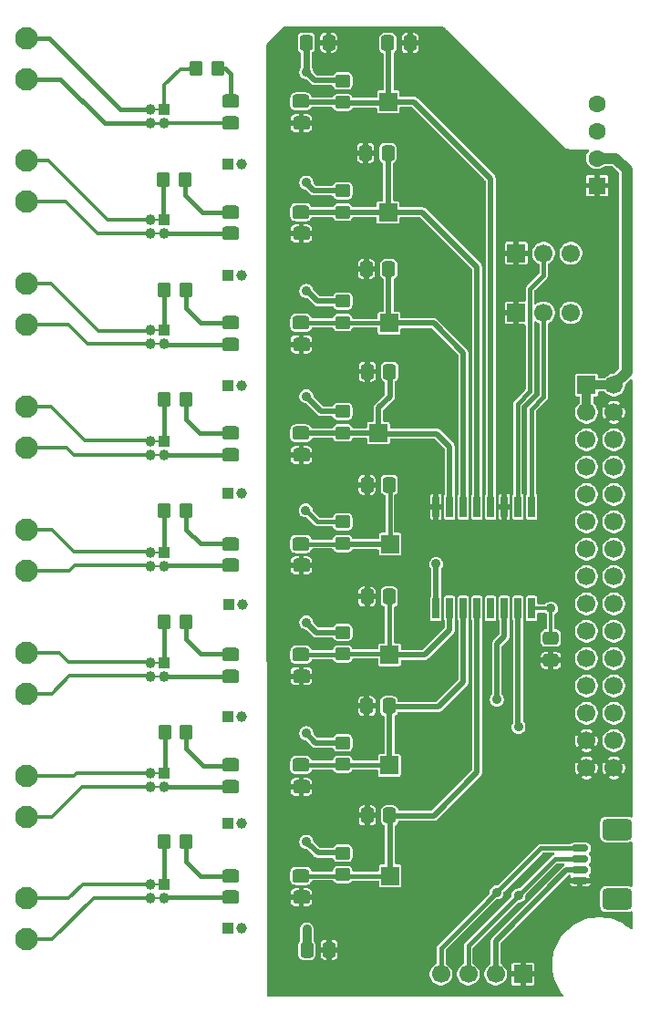
<source format=gbr>
%TF.GenerationSoftware,KiCad,Pcbnew,9.0.2*%
%TF.CreationDate,2025-07-04T16:18:25+10:00*%
%TF.ProjectId,v8a_equip_digital_in_iso,7638615f-6571-4756-9970-5f6469676974,rev?*%
%TF.SameCoordinates,Original*%
%TF.FileFunction,Copper,L1,Top*%
%TF.FilePolarity,Positive*%
%FSLAX46Y46*%
G04 Gerber Fmt 4.6, Leading zero omitted, Abs format (unit mm)*
G04 Created by KiCad (PCBNEW 9.0.2) date 2025-07-04 16:18:25*
%MOMM*%
%LPD*%
G01*
G04 APERTURE LIST*
G04 Aperture macros list*
%AMRoundRect*
0 Rectangle with rounded corners*
0 $1 Rounding radius*
0 $2 $3 $4 $5 $6 $7 $8 $9 X,Y pos of 4 corners*
0 Add a 4 corners polygon primitive as box body*
4,1,4,$2,$3,$4,$5,$6,$7,$8,$9,$2,$3,0*
0 Add four circle primitives for the rounded corners*
1,1,$1+$1,$2,$3*
1,1,$1+$1,$4,$5*
1,1,$1+$1,$6,$7*
1,1,$1+$1,$8,$9*
0 Add four rect primitives between the rounded corners*
20,1,$1+$1,$2,$3,$4,$5,0*
20,1,$1+$1,$4,$5,$6,$7,0*
20,1,$1+$1,$6,$7,$8,$9,0*
20,1,$1+$1,$8,$9,$2,$3,0*%
G04 Aperture macros list end*
%TA.AperFunction,SMDPad,CuDef*%
%ADD10RoundRect,0.317500X-0.482500X-0.317500X0.482500X-0.317500X0.482500X0.317500X-0.482500X0.317500X0*%
%TD*%
%TA.AperFunction,SMDPad,CuDef*%
%ADD11RoundRect,0.250000X0.337500X0.475000X-0.337500X0.475000X-0.337500X-0.475000X0.337500X-0.475000X0*%
%TD*%
%TA.AperFunction,ComponentPad*%
%ADD12C,2.100000*%
%TD*%
%TA.AperFunction,SMDPad,CuDef*%
%ADD13RoundRect,0.250000X-0.450000X0.350000X-0.450000X-0.350000X0.450000X-0.350000X0.450000X0.350000X0*%
%TD*%
%TA.AperFunction,ComponentPad*%
%ADD14R,1.700000X1.700000*%
%TD*%
%TA.AperFunction,SMDPad,CuDef*%
%ADD15RoundRect,0.250000X-0.337500X-0.475000X0.337500X-0.475000X0.337500X0.475000X-0.337500X0.475000X0*%
%TD*%
%TA.AperFunction,ComponentPad*%
%ADD16C,1.700000*%
%TD*%
%TA.AperFunction,ComponentPad*%
%ADD17R,1.000000X1.000000*%
%TD*%
%TA.AperFunction,ComponentPad*%
%ADD18C,1.000000*%
%TD*%
%TA.AperFunction,SMDPad,CuDef*%
%ADD19RoundRect,0.250000X0.350000X0.450000X-0.350000X0.450000X-0.350000X-0.450000X0.350000X-0.450000X0*%
%TD*%
%TA.AperFunction,ComponentPad*%
%ADD20R,1.600000X1.600000*%
%TD*%
%TA.AperFunction,ComponentPad*%
%ADD21C,1.600000*%
%TD*%
%TA.AperFunction,SMDPad,CuDef*%
%ADD22RoundRect,0.250000X-0.475000X0.337500X-0.475000X-0.337500X0.475000X-0.337500X0.475000X0.337500X0*%
%TD*%
%TA.AperFunction,SMDPad,CuDef*%
%ADD23RoundRect,0.150000X0.625000X-0.150000X0.625000X0.150000X-0.625000X0.150000X-0.625000X-0.150000X0*%
%TD*%
%TA.AperFunction,SMDPad,CuDef*%
%ADD24RoundRect,0.416666X0.970834X-0.583334X0.970834X0.583334X-0.970834X0.583334X-0.970834X-0.583334X0*%
%TD*%
%TA.AperFunction,SMDPad,CuDef*%
%ADD25R,0.650000X1.950000*%
%TD*%
%TA.AperFunction,ViaPad*%
%ADD26C,0.889000*%
%TD*%
%TA.AperFunction,Conductor*%
%ADD27C,0.508000*%
%TD*%
%TA.AperFunction,Conductor*%
%ADD28C,0.406400*%
%TD*%
%TA.AperFunction,Conductor*%
%ADD29C,0.812800*%
%TD*%
%TA.AperFunction,Conductor*%
%ADD30C,0.304800*%
%TD*%
%TA.AperFunction,Conductor*%
%ADD31C,0.609600*%
%TD*%
%TA.AperFunction,Conductor*%
%ADD32C,1.016000*%
%TD*%
%TA.AperFunction,Conductor*%
%ADD33C,0.203200*%
%TD*%
%TA.AperFunction,Conductor*%
%ADD34C,0.254000*%
%TD*%
G04 APERTURE END LIST*
D10*
%TO.P,U3,1*%
%TO.N,Net-(R3-Pad1)*%
X21972200Y-21413457D03*
%TO.P,U3,2*%
%TO.N,/IN1-*%
X21972200Y-23413457D03*
%TO.P,U3,3*%
%TO.N,GND*%
X28497200Y-23413457D03*
%TO.P,U3,4*%
%TO.N,/P1*%
X28472200Y-21413457D03*
%TD*%
D11*
%TO.P,C7,1*%
%TO.N,/P5*%
X36673700Y-57124600D03*
%TO.P,C7,2*%
%TO.N,GND*%
X34598700Y-57124600D03*
%TD*%
D10*
%TO.P,U1,1*%
%TO.N,Net-(R1-Pad1)*%
X21972200Y-11141200D03*
%TO.P,U1,2*%
%TO.N,/IN0-*%
X21972200Y-13141200D03*
%TO.P,U1,3*%
%TO.N,GND*%
X28497200Y-13141200D03*
%TO.P,U1,4*%
%TO.N,/P0*%
X28472200Y-11141200D03*
%TD*%
D11*
%TO.P,C6,1*%
%TO.N,/P4*%
X36673700Y-46736000D03*
%TO.P,C6,2*%
%TO.N,GND*%
X34598700Y-46736000D03*
%TD*%
D12*
%TO.P,J33,1,Pin_1*%
%TO.N,/IN7-*%
X3000000Y-88950800D03*
%TO.P,J33,2,Pin_2*%
%TO.N,/IN7+*%
X3000000Y-85140800D03*
%TD*%
D10*
%TO.P,U8,1*%
%TO.N,Net-(R13-Pad1)*%
X21972200Y-72774743D03*
%TO.P,U8,2*%
%TO.N,/IN6-*%
X21972200Y-74774743D03*
%TO.P,U8,3*%
%TO.N,GND*%
X28497200Y-74774743D03*
%TO.P,U8,4*%
%TO.N,/P6*%
X28472200Y-72774743D03*
%TD*%
D13*
%TO.P,R2,1*%
%TO.N,+3V3*%
X32334200Y-9236200D03*
%TO.P,R2,2*%
%TO.N,/P0*%
X32334200Y-11236200D03*
%TD*%
D14*
%TO.P,J31,1,Pin_1*%
%TO.N,/P7*%
X36753800Y-83058000D03*
%TD*%
%TO.P,J2,1,Pin_1*%
%TO.N,/P0*%
X36576000Y-11176000D03*
%TD*%
D15*
%TO.P,C11,1*%
%TO.N,+3V3*%
X29010700Y-89916000D03*
%TO.P,C11,2*%
%TO.N,GND*%
X31085700Y-89916000D03*
%TD*%
D14*
%TO.P,JP2,1,A*%
%TO.N,GND*%
X48463200Y-30759400D03*
D16*
%TO.P,JP2,2,C*%
%TO.N,/A0*%
X51003200Y-30759400D03*
%TO.P,JP2,3,B*%
%TO.N,+3V3*%
X53543200Y-30759400D03*
%TD*%
D12*
%TO.P,J28,1,Pin_1*%
%TO.N,/IN6-*%
X3000000Y-77535314D03*
%TO.P,J28,2,Pin_2*%
%TO.N,/IN6+*%
X3000000Y-73725314D03*
%TD*%
D14*
%TO.P,J13,1,Pin_1*%
%TO.N,+5V*%
X54991000Y-37465000D03*
D16*
%TO.P,J13,2,Pin_2*%
X57531000Y-37465000D03*
%TO.P,J13,3,Pin_3*%
X54991000Y-40005000D03*
%TO.P,J13,4,Pin_4*%
%TO.N,GND*%
X57531000Y-40005000D03*
%TO.P,J13,5,Pin_5*%
%TO.N,+3V3*%
X54991000Y-42545000D03*
%TO.P,J13,6,Pin_6*%
%TO.N,/GP15*%
X57531000Y-42545000D03*
%TO.P,J13,7,Pin_7*%
%TO.N,/GP16*%
X54991000Y-45085000D03*
%TO.P,J13,8,Pin_8*%
%TO.N,/GP14*%
X57531000Y-45085000D03*
%TO.P,J13,9,Pin_9*%
%TO.N,/GP17*%
X54991000Y-47625000D03*
%TO.P,J13,10,Pin_10*%
%TO.N,/GP13*%
X57531000Y-47625000D03*
%TO.P,J13,11,Pin_11*%
%TO.N,/AN_CS0*%
X54991000Y-50165000D03*
%TO.P,J13,12,Pin_12*%
%TO.N,/GP12*%
X57531000Y-50165000D03*
%TO.P,J13,13,Pin_13*%
%TO.N,/AN_CS1*%
X54991000Y-52705000D03*
%TO.P,J13,14,Pin_14*%
%TO.N,/GP11*%
X57531000Y-52705000D03*
%TO.P,J13,15,Pin_15*%
%TO.N,/AN_CS2*%
X54991000Y-55245000D03*
%TO.P,J13,16,Pin_16*%
%TO.N,/GP10*%
X57531000Y-55245000D03*
%TO.P,J13,17,Pin_17*%
%TO.N,/AN_CS3*%
X54991000Y-57785000D03*
%TO.P,J13,18,Pin_18*%
%TO.N,/GP9*%
X57531000Y-57785000D03*
%TO.P,J13,19,Pin_19*%
%TO.N,/GP3*%
X54991000Y-60325000D03*
%TO.P,J13,20,Pin_20*%
%TO.N,/GP8*%
X57531000Y-60325000D03*
%TO.P,J13,21,Pin_21*%
%TO.N,/GP2*%
X54991000Y-62865000D03*
%TO.P,J13,22,Pin_22*%
%TO.N,/GP7*%
X57531000Y-62865000D03*
%TO.P,J13,23,Pin_23*%
%TO.N,/GP1*%
X54991000Y-65405000D03*
%TO.P,J13,24,Pin_24*%
%TO.N,/GP6*%
X57531000Y-65405000D03*
%TO.P,J13,25,Pin_25*%
%TO.N,/GP0*%
X54991000Y-67945000D03*
%TO.P,J13,26,Pin_26*%
%TO.N,/SCL0*%
X57531000Y-67945000D03*
%TO.P,J13,27,Pin_27*%
%TO.N,GND*%
X54991000Y-70485000D03*
%TO.P,J13,28,Pin_28*%
%TO.N,/SDA0*%
X57531000Y-70485000D03*
%TO.P,J13,29,Pin_29*%
%TO.N,GND*%
X54991000Y-73025000D03*
%TO.P,J13,30,Pin_30*%
X57531000Y-73025000D03*
%TD*%
D12*
%TO.P,J20,1,Pin_1*%
%TO.N,/IN4-*%
X3000000Y-54704343D03*
%TO.P,J20,2,Pin_2*%
%TO.N,/IN4+*%
X3000000Y-50894343D03*
%TD*%
D14*
%TO.P,J6,1,Pin_1*%
%TO.N,/P1*%
X36550600Y-21444857D03*
%TD*%
D13*
%TO.P,R16,1*%
%TO.N,+3V3*%
X32334200Y-80945748D03*
%TO.P,R16,2*%
%TO.N,/P7*%
X32334200Y-82945748D03*
%TD*%
D17*
%TO.P,J17,1,Pin_1*%
%TO.N,/VISO+*%
X21717000Y-47523400D03*
D18*
%TO.P,J17,2,Pin_2*%
%TO.N,/VISO-*%
X22987000Y-47523400D03*
%TD*%
D14*
%TO.P,J9,1,Pin_1*%
%TO.N,/P2*%
X36652200Y-31713714D03*
%TD*%
D11*
%TO.P,C5,1*%
%TO.N,/P3*%
X36699100Y-36220400D03*
%TO.P,C5,2*%
%TO.N,GND*%
X34624100Y-36220400D03*
%TD*%
D19*
%TO.P,R9,1*%
%TO.N,Net-(R9-Pad1)*%
X17749863Y-49104153D03*
%TO.P,R9,2*%
%TO.N,/IN4+*%
X15749863Y-49104153D03*
%TD*%
D17*
%TO.P,J30,1,Pin_1*%
%TO.N,/IN7+*%
X15759263Y-83820000D03*
D18*
%TO.P,J30,2,Pin_2*%
%TO.N,/IN7-*%
X15759263Y-85090000D03*
%TO.P,J30,3,Pin_3*%
%TO.N,/IN7+*%
X14489263Y-83820000D03*
%TO.P,J30,4,Pin_4*%
%TO.N,/IN7-*%
X14489263Y-85090000D03*
%TD*%
D19*
%TO.P,R11,1*%
%TO.N,Net-(R11-Pad1)*%
X17749863Y-59492753D03*
%TO.P,R11,2*%
%TO.N,/IN5+*%
X15749863Y-59492753D03*
%TD*%
D17*
%TO.P,J22,1,Pin_1*%
%TO.N,/IN5+*%
X15773400Y-63246000D03*
D18*
%TO.P,J22,2,Pin_2*%
%TO.N,/IN5-*%
X15773400Y-64516000D03*
%TO.P,J22,3,Pin_3*%
%TO.N,/IN5+*%
X14503400Y-63246000D03*
%TO.P,J22,4,Pin_4*%
%TO.N,/IN5-*%
X14503400Y-64516000D03*
%TD*%
D17*
%TO.P,J26,1,Pin_1*%
%TO.N,/IN6+*%
X15748000Y-73507600D03*
D18*
%TO.P,J26,2,Pin_2*%
%TO.N,/IN6-*%
X15748000Y-74777600D03*
%TO.P,J26,3,Pin_3*%
%TO.N,/IN6+*%
X14478000Y-73507600D03*
%TO.P,J26,4,Pin_4*%
%TO.N,/IN6-*%
X14478000Y-74777600D03*
%TD*%
D20*
%TO.P,U2,1,-Vin*%
%TO.N,GND*%
X55956200Y-18948400D03*
D21*
%TO.P,U2,2,+Vin*%
%TO.N,+5V*%
X55956200Y-16408400D03*
%TO.P,U2,3,-Vout*%
%TO.N,/VISO-*%
X55956200Y-13868400D03*
%TO.P,U2,4,+Vout*%
%TO.N,/VISO+*%
X55956200Y-11328400D03*
%TD*%
D10*
%TO.P,U4,1*%
%TO.N,Net-(R5-Pad1)*%
X21972200Y-31685714D03*
%TO.P,U4,2*%
%TO.N,/IN2-*%
X21972200Y-33685714D03*
%TO.P,U4,3*%
%TO.N,GND*%
X28497200Y-33685714D03*
%TO.P,U4,4*%
%TO.N,/P2*%
X28472200Y-31685714D03*
%TD*%
D12*
%TO.P,J24,1,Pin_1*%
%TO.N,/IN5-*%
X3000000Y-66119829D03*
%TO.P,J24,2,Pin_2*%
%TO.N,/IN5+*%
X3000000Y-62309829D03*
%TD*%
D10*
%TO.P,U5,1*%
%TO.N,Net-(R7-Pad1)*%
X21972200Y-41957971D03*
%TO.P,U5,2*%
%TO.N,/IN3-*%
X21972200Y-43957971D03*
%TO.P,U5,3*%
%TO.N,GND*%
X28497200Y-43957971D03*
%TO.P,U5,4*%
%TO.N,/P3*%
X28472200Y-41957971D03*
%TD*%
D11*
%TO.P,C3,1*%
%TO.N,/P1*%
X36546700Y-15925800D03*
%TO.P,C3,2*%
%TO.N,GND*%
X34471700Y-15925800D03*
%TD*%
D22*
%TO.P,C8,1*%
%TO.N,+3V3*%
X51670010Y-60963900D03*
%TO.P,C8,2*%
%TO.N,GND*%
X51670010Y-63038900D03*
%TD*%
D17*
%TO.P,J18,1,Pin_1*%
%TO.N,/IN4+*%
X15748000Y-52984400D03*
D18*
%TO.P,J18,2,Pin_2*%
%TO.N,/IN4-*%
X15748000Y-54254400D03*
%TO.P,J18,3,Pin_3*%
%TO.N,/IN4+*%
X14478000Y-52984400D03*
%TO.P,J18,4,Pin_4*%
%TO.N,/IN4-*%
X14478000Y-54254400D03*
%TD*%
D14*
%TO.P,JP1,1,A*%
%TO.N,GND*%
X48463200Y-25222200D03*
D16*
%TO.P,JP1,2,C*%
%TO.N,/A1*%
X51003200Y-25222200D03*
%TO.P,JP1,3,B*%
%TO.N,+3V3*%
X53543200Y-25222200D03*
%TD*%
D13*
%TO.P,R6,1*%
%TO.N,+3V3*%
X32334200Y-29670214D03*
%TO.P,R6,2*%
%TO.N,/P2*%
X32334200Y-31670214D03*
%TD*%
D15*
%TO.P,C2,1*%
%TO.N,/P0*%
X36529100Y-5715000D03*
%TO.P,C2,2*%
%TO.N,GND*%
X38604100Y-5715000D03*
%TD*%
D17*
%TO.P,J8,1,Pin_1*%
%TO.N,/VISO+*%
X21717000Y-27279600D03*
D18*
%TO.P,J8,2,Pin_2*%
%TO.N,/VISO-*%
X22987000Y-27279600D03*
%TD*%
D17*
%TO.P,J7,1,Pin_1*%
%TO.N,/IN1+*%
X15759263Y-22132982D03*
D18*
%TO.P,J7,2,Pin_2*%
%TO.N,/IN1-*%
X15759263Y-23402982D03*
%TO.P,J7,3,Pin_3*%
%TO.N,/IN1+*%
X14489263Y-22132982D03*
%TO.P,J7,4,Pin_4*%
%TO.N,/IN1-*%
X14489263Y-23402982D03*
%TD*%
D12*
%TO.P,J10,1,Pin_1*%
%TO.N,/IN2-*%
X3000000Y-31873371D03*
%TO.P,J10,2,Pin_2*%
%TO.N,/IN2+*%
X3000000Y-28063371D03*
%TD*%
D13*
%TO.P,R12,1*%
%TO.N,+3V3*%
X32334200Y-60435534D03*
%TO.P,R12,2*%
%TO.N,/P5*%
X32334200Y-62435534D03*
%TD*%
D19*
%TO.P,R7,1*%
%TO.N,Net-(R7-Pad1)*%
X17749863Y-38817153D03*
%TO.P,R7,2*%
%TO.N,/IN3+*%
X15749863Y-38817153D03*
%TD*%
D14*
%TO.P,CON2,1,Pin_1*%
%TO.N,GND*%
X49072800Y-92176600D03*
D16*
%TO.P,CON2,2,Pin_2*%
%TO.N,+3V3*%
X46532800Y-92176600D03*
%TO.P,CON2,3,Pin_3*%
%TO.N,/SDA0*%
X43992800Y-92176600D03*
%TO.P,CON2,4,Pin_4*%
%TO.N,/SCL0*%
X41452800Y-92176600D03*
%TD*%
D13*
%TO.P,R14,1*%
%TO.N,+3V3*%
X32334200Y-70690641D03*
%TO.P,R14,2*%
%TO.N,/P6*%
X32334200Y-72690641D03*
%TD*%
D19*
%TO.P,R13,1*%
%TO.N,Net-(R13-Pad1)*%
X17800663Y-69728953D03*
%TO.P,R13,2*%
%TO.N,/IN6+*%
X15800663Y-69728953D03*
%TD*%
%TO.P,R1,1*%
%TO.N,Net-(R1-Pad1)*%
X20710400Y-8102600D03*
%TO.P,R1,2*%
%TO.N,/IN0+*%
X18710400Y-8102600D03*
%TD*%
%TO.P,R5,1*%
%TO.N,Net-(R5-Pad1)*%
X17775263Y-28606353D03*
%TO.P,R5,2*%
%TO.N,/IN2+*%
X15775263Y-28606353D03*
%TD*%
D14*
%TO.P,J15,1,Pin_1*%
%TO.N,/P3*%
X35661600Y-41935400D03*
%TD*%
D10*
%TO.P,U9,1*%
%TO.N,Net-(R15-Pad1)*%
X21972200Y-83047000D03*
%TO.P,U9,2*%
%TO.N,/IN7-*%
X21972200Y-85047000D03*
%TO.P,U9,3*%
%TO.N,GND*%
X28497200Y-85047000D03*
%TO.P,U9,4*%
%TO.N,/P7*%
X28472200Y-83047000D03*
%TD*%
D12*
%TO.P,J16,1,Pin_1*%
%TO.N,/IN3-*%
X3000000Y-43288857D03*
%TO.P,J16,2,Pin_2*%
%TO.N,/IN3+*%
X3000000Y-39478857D03*
%TD*%
D17*
%TO.P,J14,1,Pin_1*%
%TO.N,/IN3+*%
X15759263Y-42663439D03*
D18*
%TO.P,J14,2,Pin_2*%
%TO.N,/IN3-*%
X15759263Y-43933439D03*
%TO.P,J14,3,Pin_3*%
%TO.N,/IN3+*%
X14489263Y-42663439D03*
%TO.P,J14,4,Pin_4*%
%TO.N,/IN3-*%
X14489263Y-43933439D03*
%TD*%
D14*
%TO.P,J23,1,Pin_1*%
%TO.N,/P5*%
X36703000Y-62520286D03*
%TD*%
%TO.P,J27,1,Pin_1*%
%TO.N,/P6*%
X36677600Y-72789143D03*
%TD*%
D17*
%TO.P,J21,1,Pin_1*%
%TO.N,/VISO+*%
X21742400Y-57861200D03*
D18*
%TO.P,J21,2,Pin_2*%
%TO.N,/VISO-*%
X23012400Y-57861200D03*
%TD*%
D12*
%TO.P,J5,1,Pin_1*%
%TO.N,/IN1-*%
X3000000Y-20457886D03*
%TO.P,J5,2,Pin_2*%
%TO.N,/IN1+*%
X3000000Y-16647886D03*
%TD*%
D19*
%TO.P,R15,1*%
%TO.N,Net-(R15-Pad1)*%
X17749863Y-79863553D03*
%TO.P,R15,2*%
%TO.N,/IN7+*%
X15749863Y-79863553D03*
%TD*%
D11*
%TO.P,C10,1*%
%TO.N,/P7*%
X36699100Y-77444600D03*
%TO.P,C10,2*%
%TO.N,GND*%
X34624100Y-77444600D03*
%TD*%
D13*
%TO.P,R10,1*%
%TO.N,+3V3*%
X32334200Y-50180427D03*
%TO.P,R10,2*%
%TO.N,/P4*%
X32334200Y-52180427D03*
%TD*%
D17*
%TO.P,J3,1,Pin_1*%
%TO.N,/IN0+*%
X15759263Y-11867753D03*
D18*
%TO.P,J3,2,Pin_2*%
%TO.N,/IN0-*%
X15759263Y-13137753D03*
%TO.P,J3,3,Pin_3*%
%TO.N,/IN0+*%
X14489263Y-11867753D03*
%TO.P,J3,4,Pin_4*%
%TO.N,/IN0-*%
X14489263Y-13137753D03*
%TD*%
D17*
%TO.P,J32,1,Pin_1*%
%TO.N,/VISO+*%
X21717000Y-87909400D03*
D18*
%TO.P,J32,2,Pin_2*%
%TO.N,/VISO-*%
X22987000Y-87909400D03*
%TD*%
D17*
%TO.P,J12,1,Pin_1*%
%TO.N,/VISO+*%
X21717000Y-37490400D03*
D18*
%TO.P,J12,2,Pin_2*%
%TO.N,/VISO-*%
X22987000Y-37490400D03*
%TD*%
D17*
%TO.P,J4,1,Pin_1*%
%TO.N,/VISO+*%
X21717000Y-16992600D03*
D18*
%TO.P,J4,2,Pin_2*%
%TO.N,/VISO-*%
X22987000Y-16992600D03*
%TD*%
D17*
%TO.P,J29,1,Pin_1*%
%TO.N,/VISO+*%
X21717000Y-78130400D03*
D18*
%TO.P,J29,2,Pin_2*%
%TO.N,/VISO-*%
X22987000Y-78130400D03*
%TD*%
D15*
%TO.P,C1,1*%
%TO.N,+3V3*%
X28959900Y-5664200D03*
%TO.P,C1,2*%
%TO.N,GND*%
X31034900Y-5664200D03*
%TD*%
D13*
%TO.P,R8,1*%
%TO.N,+3V3*%
X32334200Y-39925321D03*
%TO.P,R8,2*%
%TO.N,/P3*%
X32334200Y-41925321D03*
%TD*%
D19*
%TO.P,R3,1*%
%TO.N,Net-(R3-Pad1)*%
X17699063Y-18370153D03*
%TO.P,R3,2*%
%TO.N,/IN1+*%
X15699063Y-18370153D03*
%TD*%
D13*
%TO.P,R4,1*%
%TO.N,+3V3*%
X32334200Y-19415107D03*
%TO.P,R4,2*%
%TO.N,/P1*%
X32334200Y-21415107D03*
%TD*%
D10*
%TO.P,U7,1*%
%TO.N,Net-(R11-Pad1)*%
X21972200Y-62502486D03*
%TO.P,U7,2*%
%TO.N,/IN5-*%
X21972200Y-64502486D03*
%TO.P,U7,3*%
%TO.N,GND*%
X28497200Y-64502486D03*
%TO.P,U7,4*%
%TO.N,/P5*%
X28472200Y-62502486D03*
%TD*%
D23*
%TO.P,CON1,1,Pin_1*%
%TO.N,GND*%
X54388000Y-83491200D03*
%TO.P,CON1,2,Pin_2*%
%TO.N,+3V3*%
X54388000Y-82491200D03*
%TO.P,CON1,3,Pin_3*%
%TO.N,/SDA0*%
X54388000Y-81491200D03*
%TO.P,CON1,4,Pin_4*%
%TO.N,/SCL0*%
X54388000Y-80491200D03*
D24*
%TO.P,CON1,MP*%
%TO.N,N/C*%
X57810400Y-85191600D03*
X57810400Y-78740000D03*
%TD*%
D10*
%TO.P,U6,1*%
%TO.N,Net-(R9-Pad1)*%
X21972200Y-52230229D03*
%TO.P,U6,2*%
%TO.N,/IN4-*%
X21972200Y-54230229D03*
%TO.P,U6,3*%
%TO.N,GND*%
X28497200Y-54230229D03*
%TO.P,U6,4*%
%TO.N,/P4*%
X28472200Y-52230229D03*
%TD*%
D14*
%TO.P,J19,1,Pin_1*%
%TO.N,/P4*%
X36753800Y-52251429D03*
%TD*%
D11*
%TO.P,C9,1*%
%TO.N,/P6*%
X36648300Y-67284600D03*
%TO.P,C9,2*%
%TO.N,GND*%
X34573300Y-67284600D03*
%TD*%
%TO.P,C4,1*%
%TO.N,/P2*%
X36613507Y-26695400D03*
%TO.P,C4,2*%
%TO.N,GND*%
X34538507Y-26695400D03*
%TD*%
D17*
%TO.P,J25,1,Pin_1*%
%TO.N,/VISO+*%
X21717000Y-68300600D03*
D18*
%TO.P,J25,2,Pin_2*%
%TO.N,/VISO-*%
X22987000Y-68300600D03*
%TD*%
D25*
%TO.P,IC1,1,A0*%
%TO.N,/A0*%
X49892010Y-48767400D03*
%TO.P,IC1,2,A1*%
%TO.N,/A1*%
X48622010Y-48767400D03*
%TO.P,IC1,3,A2*%
%TO.N,GND*%
X47352010Y-48767400D03*
%TO.P,IC1,4,P0*%
%TO.N,/P0*%
X46082010Y-48767400D03*
%TO.P,IC1,5,P1*%
%TO.N,/P1*%
X44812010Y-48767400D03*
%TO.P,IC1,6,P2*%
%TO.N,/P2*%
X43542010Y-48767400D03*
%TO.P,IC1,7,P3*%
%TO.N,/P3*%
X42272010Y-48767400D03*
%TO.P,IC1,8,GND*%
%TO.N,GND*%
X41002010Y-48767400D03*
%TO.P,IC1,9,P4*%
%TO.N,/P4*%
X41002010Y-58217400D03*
%TO.P,IC1,10,P5*%
%TO.N,/P5*%
X42272010Y-58217400D03*
%TO.P,IC1,11,P6*%
%TO.N,/P6*%
X43542010Y-58217400D03*
%TO.P,IC1,12,P7*%
%TO.N,/P7*%
X44812010Y-58217400D03*
%TO.P,IC1,13,~{INT}*%
%TO.N,unconnected-(IC1-~{INT}-Pad13)*%
X46082010Y-58217400D03*
%TO.P,IC1,14,SCL*%
%TO.N,/SCL0*%
X47352010Y-58217400D03*
%TO.P,IC1,15,SDA*%
%TO.N,/SDA0*%
X48622010Y-58217400D03*
%TO.P,IC1,16,VCC*%
%TO.N,+3V3*%
X49892010Y-58217400D03*
%TD*%
D12*
%TO.P,J1,1,Pin_1*%
%TO.N,/IN0-*%
X3000000Y-9042400D03*
%TO.P,J1,2,Pin_2*%
%TO.N,/IN0+*%
X3000000Y-5232400D03*
%TD*%
D17*
%TO.P,J11,1,Pin_1*%
%TO.N,/IN2+*%
X15759263Y-32398210D03*
D18*
%TO.P,J11,2,Pin_2*%
%TO.N,/IN2-*%
X15759263Y-33668210D03*
%TO.P,J11,3,Pin_3*%
%TO.N,/IN2+*%
X14489263Y-32398210D03*
%TO.P,J11,4,Pin_4*%
%TO.N,/IN2-*%
X14489263Y-33668210D03*
%TD*%
D26*
%TO.N,GND*%
X40462200Y-5740400D03*
X32334200Y-74726800D03*
X45542200Y-52628800D03*
X26644600Y-48056800D03*
X32588200Y-54305200D03*
X26219210Y-73177400D03*
X33883600Y-89992200D03*
X47345600Y-45491400D03*
X32156400Y-65582800D03*
X39649400Y-45567600D03*
X50038000Y-64871600D03*
X32232600Y-34848800D03*
X26517600Y-8356600D03*
X33909000Y-5867400D03*
X31419800Y-14909800D03*
X32334200Y-24155400D03*
X53187600Y-85902800D03*
X32334200Y-44551600D03*
%TO.N,+3V3*%
X28956000Y-69799200D03*
X28956000Y-28727400D03*
X28956000Y-59512200D03*
X28956000Y-79883000D03*
X28956000Y-38506400D03*
X28905200Y-49098200D03*
X28956000Y-8407400D03*
X29006800Y-88011000D03*
X51663600Y-58216800D03*
X28956000Y-18669000D03*
%TO.N,/P4*%
X41021000Y-54076600D03*
%TO.N,/SDA0*%
X48666400Y-84861400D03*
X48666400Y-69215000D03*
%TO.N,/SCL0*%
X46634400Y-84582000D03*
X46659800Y-66675000D03*
%TD*%
D27*
%TO.N,+3V3*%
X29972000Y-29667200D02*
X32331186Y-29667200D01*
D28*
X32334200Y-50180427D02*
X30012827Y-50180427D01*
D27*
X29879334Y-60435534D02*
X32334200Y-60435534D01*
X46532800Y-92176600D02*
X46532800Y-89077800D01*
D29*
X29006800Y-89281000D02*
X29010700Y-89284900D01*
D27*
X28956000Y-8407400D02*
X29718000Y-9169400D01*
D28*
X30012827Y-50180427D02*
X28930600Y-49098200D01*
D30*
X49892010Y-58217400D02*
X51663000Y-58217400D01*
D27*
X28956000Y-69799200D02*
X29847441Y-70690641D01*
X30327600Y-39903400D02*
X32312279Y-39903400D01*
D30*
X51663000Y-58217400D02*
X51663600Y-58216800D01*
D31*
X28956000Y-8407400D02*
X28956000Y-5668100D01*
D27*
X28956000Y-59512200D02*
X29879334Y-60435534D01*
X32324800Y-9169400D02*
X32334200Y-9178800D01*
D30*
X51663600Y-60957490D02*
X51670010Y-60963900D01*
D27*
X32324693Y-19405600D02*
X32334200Y-19415107D01*
X29242650Y-80169650D02*
X29293450Y-80169650D01*
X32312279Y-39903400D02*
X32334200Y-39925321D01*
D30*
X51663600Y-58216800D02*
X51663600Y-60957490D01*
D27*
X28956000Y-38506400D02*
X28956000Y-38531800D01*
X28956000Y-38531800D02*
X30327600Y-39903400D01*
X28956000Y-28651200D02*
X29972000Y-29667200D01*
X29293450Y-80169650D02*
X30022800Y-80899000D01*
D29*
X29006800Y-88011000D02*
X29006800Y-89281000D01*
D27*
X28956000Y-18669000D02*
X28956000Y-18694400D01*
X28956000Y-28727400D02*
X28956000Y-28651200D01*
D29*
X29010700Y-89284900D02*
X29010700Y-89916000D01*
D27*
X29667200Y-19405600D02*
X32324693Y-19405600D01*
X29718000Y-9169400D02*
X32324800Y-9169400D01*
D31*
X28956000Y-5668100D02*
X28959900Y-5664200D01*
D27*
X28956000Y-18694400D02*
X29667200Y-19405600D01*
X29847441Y-70690641D02*
X32334200Y-70690641D01*
X32331186Y-29667200D02*
X32334200Y-29670214D01*
X46532800Y-89077800D02*
X53119400Y-82491200D01*
X28956000Y-79883000D02*
X29242650Y-80169650D01*
X53119400Y-82491200D02*
X54388000Y-82491200D01*
X30022800Y-80899000D02*
X32287452Y-80899000D01*
X32287452Y-80899000D02*
X32334200Y-80945748D01*
X32334200Y-9178800D02*
X32334200Y-9236200D01*
D28*
X28930600Y-49098200D02*
X28905200Y-49098200D01*
%TO.N,/A1*%
X48564800Y-48710190D02*
X48564800Y-39217600D01*
X48564800Y-39217600D02*
X49733200Y-38049200D01*
X51003200Y-27254200D02*
X51003200Y-25222200D01*
X49733200Y-28524200D02*
X51003200Y-27254200D01*
X48622010Y-48767400D02*
X48564800Y-48710190D01*
X49733200Y-38049200D02*
X49733200Y-28524200D01*
%TO.N,/P2*%
X32377700Y-31713714D02*
X36652200Y-31713714D01*
X28472200Y-31685714D02*
X32318700Y-31685714D01*
D27*
X43542010Y-34467800D02*
X40787924Y-31713714D01*
X40787924Y-31713714D02*
X36652200Y-31713714D01*
D28*
X32334200Y-31670214D02*
X32377700Y-31713714D01*
D27*
X43542010Y-48767400D02*
X43542010Y-34467800D01*
X36613507Y-31675021D02*
X36613507Y-26695400D01*
X36652200Y-31713714D02*
X36613507Y-31675021D01*
D28*
X32318700Y-31685714D02*
X32334200Y-31670214D01*
D27*
%TO.N,/P1*%
X28457793Y-21415107D02*
X32334200Y-21415107D01*
X39732010Y-21412200D02*
X36583257Y-21412200D01*
X44812010Y-26492200D02*
X39732010Y-21412200D01*
X36520850Y-21415107D02*
X36550600Y-21444857D01*
X36550600Y-21444857D02*
X36550600Y-16471307D01*
X36546700Y-16467407D02*
X36546700Y-15925800D01*
X44812010Y-48767400D02*
X44812010Y-26492200D01*
X36550600Y-16471307D02*
X36546700Y-16467407D01*
X36583257Y-21412200D02*
X36550600Y-21444857D01*
X32334200Y-21415107D02*
X36520850Y-21415107D01*
X28456143Y-21413457D02*
X28457793Y-21415107D01*
%TO.N,/P4*%
X41021000Y-54076600D02*
X41002010Y-54095590D01*
D28*
X36715107Y-52034507D02*
X36753800Y-52073200D01*
X32284398Y-52230229D02*
X32334200Y-52180427D01*
X36673700Y-46736000D02*
X36715107Y-46777407D01*
X36715107Y-46777407D02*
X36715107Y-52034507D01*
D27*
X41002010Y-54095590D02*
X41002010Y-58217400D01*
X36753800Y-52251429D02*
X32405202Y-52251429D01*
X32405202Y-52251429D02*
X32334200Y-52180427D01*
D28*
X28472200Y-52230229D02*
X32284398Y-52230229D01*
D27*
%TO.N,/P0*%
X32493532Y-11243132D02*
X36508868Y-11243132D01*
X32486600Y-11236200D02*
X32493532Y-11243132D01*
X36588107Y-5774007D02*
X36529100Y-5715000D01*
X46082010Y-18288000D02*
X46082010Y-48767400D01*
X32296012Y-11198012D02*
X32334200Y-11236200D01*
X27925822Y-11198012D02*
X32296012Y-11198012D01*
X36508868Y-11243132D02*
X36576000Y-11176000D01*
X38960942Y-11166932D02*
X46082010Y-18288000D01*
X36588107Y-11163893D02*
X36588107Y-5774007D01*
X36576000Y-11176000D02*
X36588107Y-11163893D01*
X32334200Y-11236200D02*
X32486600Y-11236200D01*
X36576000Y-11176000D02*
X36585068Y-11166932D01*
X28529012Y-11198012D02*
X28472200Y-11141200D01*
X36585068Y-11166932D02*
X38960942Y-11166932D01*
%TO.N,/P6*%
X36677600Y-67855507D02*
X36673700Y-67851607D01*
X43542010Y-65042990D02*
X43542010Y-58217400D01*
D28*
X36663200Y-72774743D02*
X36677600Y-72789143D01*
X28472200Y-72774743D02*
X36663200Y-72774743D01*
D27*
X41224200Y-67360800D02*
X43542010Y-65042990D01*
X36673700Y-67310000D02*
X36648300Y-67284600D01*
X36673700Y-67851607D02*
X36673700Y-67310000D01*
X36677600Y-72789143D02*
X36677600Y-67855507D01*
X36724500Y-67360800D02*
X41224200Y-67360800D01*
X36648300Y-67284600D02*
X36724500Y-67360800D01*
D28*
%TO.N,/A0*%
X51003200Y-30759400D02*
X51003200Y-38582600D01*
X49860200Y-39725600D02*
X49860200Y-48735590D01*
X49860200Y-48735590D02*
X49892010Y-48767400D01*
X51003200Y-38582600D02*
X49860200Y-39725600D01*
D27*
%TO.N,/P5*%
X36703000Y-62520286D02*
X39994114Y-62520286D01*
D28*
X28472200Y-62502486D02*
X32267248Y-62502486D01*
X36689707Y-57140607D02*
X36673700Y-57124600D01*
D27*
X39994114Y-62520286D02*
X42272010Y-60242390D01*
D28*
X32334200Y-62435534D02*
X36618248Y-62435534D01*
X36703000Y-62520286D02*
X36689707Y-62506993D01*
D27*
X42272010Y-60242390D02*
X42272010Y-58217400D01*
D28*
X36618248Y-62435534D02*
X36703000Y-62520286D01*
X36689707Y-62506993D02*
X36689707Y-57140607D01*
X32267248Y-62502486D02*
X32334200Y-62435534D01*
D27*
%TO.N,/P3*%
X36715107Y-38519693D02*
X36715107Y-36236407D01*
X41074581Y-41982571D02*
X35708771Y-41982571D01*
X35652207Y-41926007D02*
X35652207Y-39582593D01*
X42272010Y-43180000D02*
X41074581Y-41982571D01*
X28472200Y-41957971D02*
X28472200Y-41952410D01*
X35708771Y-41982571D02*
X35661600Y-41935400D01*
X42272010Y-48767400D02*
X42272010Y-43180000D01*
X35652207Y-39582593D02*
X36715107Y-38519693D01*
X28472200Y-41952410D02*
X28489210Y-41935400D01*
X28489210Y-41935400D02*
X35661600Y-41935400D01*
X35661600Y-41935400D02*
X35652207Y-41926007D01*
X36715107Y-36236407D02*
X36699100Y-36220400D01*
D28*
%TO.N,Net-(R3-Pad1)*%
X17718510Y-19826710D02*
X17718510Y-18389600D01*
X19305257Y-21413457D02*
X17718510Y-19826710D01*
X21972200Y-21413457D02*
X19305257Y-21413457D01*
X17718510Y-18389600D02*
X17699063Y-18370153D01*
D27*
%TO.N,/P7*%
X36715107Y-83019307D02*
X36715107Y-77740007D01*
X36753800Y-83058000D02*
X36715107Y-83019307D01*
X36699100Y-77444600D02*
X36673700Y-77470000D01*
X36753800Y-78169093D02*
X36753800Y-83058000D01*
D28*
X32334200Y-82945748D02*
X32446452Y-83058000D01*
D27*
X36673700Y-78088993D02*
X36753800Y-78169093D01*
X44812010Y-58217400D02*
X44812010Y-73450390D01*
X36715107Y-77740007D02*
X36699100Y-77724000D01*
X36673700Y-77470000D02*
X36673700Y-78088993D01*
X36724500Y-77470000D02*
X36699100Y-77444600D01*
D28*
X32446452Y-83058000D02*
X36753800Y-83058000D01*
D27*
X40792400Y-77470000D02*
X36724500Y-77470000D01*
X36699100Y-77724000D02*
X36699100Y-77444600D01*
D28*
X32232948Y-83047000D02*
X32334200Y-82945748D01*
X28472200Y-83047000D02*
X32232948Y-83047000D01*
D27*
X44812010Y-73450390D02*
X40792400Y-77470000D01*
D29*
%TO.N,+5V*%
X54991000Y-37465000D02*
X57531000Y-37465000D01*
D32*
X58724800Y-17500600D02*
X58724800Y-36271200D01*
X57632600Y-16408400D02*
X58724800Y-17500600D01*
X55956200Y-16408400D02*
X57632600Y-16408400D01*
D29*
X54991000Y-40005000D02*
X54991000Y-37465000D01*
D32*
X58724800Y-36271200D02*
X57531000Y-37465000D01*
D28*
%TO.N,/IN0+*%
X11709400Y-11887200D02*
X5054600Y-5232400D01*
D33*
X14489263Y-11867753D02*
X15759263Y-11867753D01*
D30*
X17262600Y-8137400D02*
X15773400Y-9626600D01*
X15773400Y-11853616D02*
X15759263Y-11867753D01*
X15759263Y-11867753D02*
X15778710Y-11887200D01*
D28*
X14508710Y-11887200D02*
X11709400Y-11887200D01*
D30*
X18710400Y-8102600D02*
X18119600Y-8102600D01*
D28*
X5054600Y-5232400D02*
X3000000Y-5232400D01*
D30*
X15773400Y-9626600D02*
X15773400Y-11853616D01*
X18119600Y-8102600D02*
X18084800Y-8137400D01*
X18084800Y-8137400D02*
X17262600Y-8137400D01*
%TO.N,/IN4+*%
X5326743Y-50894343D02*
X7380514Y-52948114D01*
D28*
X15759263Y-49815353D02*
X15749863Y-49805953D01*
X15748000Y-52984400D02*
X15759263Y-52973137D01*
D30*
X7380514Y-52948114D02*
X14469816Y-52948114D01*
X3000000Y-50894343D02*
X5326743Y-50894343D01*
D28*
X15749863Y-49805953D02*
X15749863Y-49104153D01*
D30*
X14469816Y-52948114D02*
X14478000Y-52956298D01*
X14478000Y-52956298D02*
X14478000Y-52984400D01*
D28*
X15759263Y-52973137D02*
X15759263Y-49815353D01*
D33*
X15748000Y-52984400D02*
X14478000Y-52984400D01*
D28*
%TO.N,/IN1+*%
X15708463Y-22082182D02*
X15759263Y-22132982D01*
X15708463Y-18379553D02*
X15708463Y-22082182D01*
D30*
X10525182Y-22132982D02*
X5040086Y-16647886D01*
D33*
X14489263Y-22132982D02*
X15759263Y-22132982D01*
D30*
X14489263Y-22132982D02*
X10525182Y-22132982D01*
X5040086Y-16647886D02*
X3000000Y-16647886D01*
D28*
X15699063Y-18370153D02*
X15708463Y-18379553D01*
D30*
%TO.N,/IN5+*%
X14470743Y-63213343D02*
X14503400Y-63246000D01*
D28*
X15749863Y-63222463D02*
X15773400Y-63246000D01*
D30*
X6901543Y-63213343D02*
X14470743Y-63213343D01*
D33*
X14503400Y-63246000D02*
X15773400Y-63246000D01*
D28*
X15749863Y-59492753D02*
X15749863Y-63222463D01*
D30*
X5998029Y-62309829D02*
X6901543Y-63213343D01*
X3000000Y-62309829D02*
X5998029Y-62309829D01*
%TO.N,/IN2+*%
X14451673Y-32435800D02*
X9626600Y-32435800D01*
D28*
X15775263Y-28606353D02*
X15775263Y-32382210D01*
D33*
X14489263Y-32398210D02*
X15759263Y-32398210D01*
D30*
X5254171Y-28063371D02*
X3000000Y-28063371D01*
X14489263Y-32398210D02*
X14451673Y-32435800D01*
D28*
X15775263Y-32382210D02*
X15759263Y-32398210D01*
D30*
X9626600Y-32435800D02*
X5254171Y-28063371D01*
%TO.N,/IN6+*%
X14478000Y-73507600D02*
X14478000Y-73486755D01*
D28*
X15800663Y-73417724D02*
X15748000Y-73470387D01*
D30*
X14469816Y-73478571D02*
X7623629Y-73478571D01*
D33*
X14478000Y-73507600D02*
X15748000Y-73507600D01*
D30*
X3010886Y-73736200D02*
X3000000Y-73725314D01*
X7366000Y-73736200D02*
X3010886Y-73736200D01*
X7623629Y-73478571D02*
X7366000Y-73736200D01*
X14478000Y-73486755D02*
X14469816Y-73478571D01*
D28*
X15800663Y-69728953D02*
X15800663Y-73417724D01*
X15748000Y-73470387D02*
X15748000Y-73507600D01*
%TO.N,/IN3+*%
X15759263Y-42663439D02*
X15759263Y-40112553D01*
D30*
X14427200Y-42601376D02*
X8412976Y-42601376D01*
D28*
X15759263Y-40112553D02*
X15749863Y-40103153D01*
D30*
X14489263Y-42663439D02*
X14427200Y-42601376D01*
X5290457Y-39478857D02*
X3000000Y-39478857D01*
X8412976Y-42601376D02*
X5290457Y-39478857D01*
D33*
X14489263Y-42663439D02*
X15759263Y-42663439D01*
D28*
X15749863Y-40103153D02*
X15749863Y-38817153D01*
D30*
%TO.N,/IN7+*%
X8204200Y-83820000D02*
X14489263Y-83820000D01*
D28*
X15733863Y-79879553D02*
X15733863Y-83698953D01*
X15749863Y-79863553D02*
X15733863Y-79879553D01*
D30*
X6883400Y-85140800D02*
X8204200Y-83820000D01*
D28*
X15733863Y-83698953D02*
X15759263Y-83724353D01*
D30*
X3000000Y-85140800D02*
X6883400Y-85140800D01*
D33*
X14489263Y-83820000D02*
X15759263Y-83820000D01*
D28*
X15759263Y-83724353D02*
X15759263Y-83820000D01*
%TO.N,/IN0-*%
X14469816Y-13157200D02*
X10243439Y-13157200D01*
X14489263Y-13137753D02*
X14469816Y-13157200D01*
X6128639Y-9042400D02*
X3000000Y-9042400D01*
D30*
X15778710Y-13157200D02*
X15759263Y-13137753D01*
X15762710Y-13141200D02*
X21369010Y-13141200D01*
D34*
X14489263Y-13137753D02*
X14508710Y-13157200D01*
D28*
X10243439Y-13157200D02*
X6128639Y-9042400D01*
D34*
X14489263Y-13137753D02*
X15759263Y-13137753D01*
D30*
X15759263Y-13137753D02*
X15762710Y-13141200D01*
%TO.N,/IN4-*%
X7453086Y-54218114D02*
X6966857Y-54704343D01*
X14469816Y-54218114D02*
X7453086Y-54218114D01*
X14478000Y-54226298D02*
X14469816Y-54218114D01*
D33*
X15748000Y-54254400D02*
X14478000Y-54254400D01*
D28*
X21972200Y-54230229D02*
X15772171Y-54230229D01*
D30*
X6966857Y-54704343D02*
X3000000Y-54704343D01*
D28*
X15772171Y-54230229D02*
X15748000Y-54254400D01*
D30*
X14478000Y-54254400D02*
X14478000Y-54226298D01*
D28*
%TO.N,/IN1-*%
X21972200Y-23413457D02*
X15769738Y-23413457D01*
D30*
X14489263Y-23402982D02*
X14473445Y-23418800D01*
X6640286Y-20457886D02*
X3000000Y-20457886D01*
D28*
X15769738Y-23413457D02*
X15759263Y-23402982D01*
D30*
X14473445Y-23418800D02*
X9601200Y-23418800D01*
D33*
X14489263Y-23402982D02*
X15759263Y-23402982D01*
D30*
X9601200Y-23418800D02*
X6640286Y-20457886D01*
%TO.N,/IN5-*%
X6966857Y-64483343D02*
X5330371Y-66119829D01*
X14503400Y-64516000D02*
X14470743Y-64483343D01*
D28*
X21972200Y-64502486D02*
X21958686Y-64516000D01*
D33*
X14503400Y-64516000D02*
X15773400Y-64516000D01*
D30*
X5330371Y-66119829D02*
X3000000Y-66119829D01*
D28*
X21958686Y-64516000D02*
X15773400Y-64516000D01*
D30*
X14470743Y-64483343D02*
X6966857Y-64483343D01*
D28*
%TO.N,/IN2-*%
X21970257Y-33687657D02*
X21972200Y-33685714D01*
D30*
X14515590Y-33668210D02*
X8674610Y-33668210D01*
D28*
X15778710Y-33687657D02*
X21970257Y-33687657D01*
X15759263Y-33668210D02*
X15778710Y-33687657D01*
D30*
X6879771Y-31873371D02*
X3000000Y-31873371D01*
D33*
X14489263Y-33668210D02*
X15759263Y-33668210D01*
D30*
X8674610Y-33668210D02*
X6879771Y-31873371D01*
%TO.N,/IN6-*%
X5344886Y-77535314D02*
X3000000Y-77535314D01*
X14478000Y-74777600D02*
X14478000Y-74756755D01*
D33*
X14478000Y-74777600D02*
X15748000Y-74777600D01*
D28*
X21972200Y-74774743D02*
X15750857Y-74774743D01*
D30*
X14469816Y-74748571D02*
X8131629Y-74748571D01*
X8131629Y-74748571D02*
X5344886Y-77535314D01*
D28*
X15750857Y-74774743D02*
X15748000Y-74777600D01*
D30*
X14478000Y-74756755D02*
X14469816Y-74748571D01*
%TO.N,/IN3-*%
X7357439Y-43933439D02*
X6731000Y-43307000D01*
X3018143Y-43307000D02*
X3000000Y-43288857D01*
X14489263Y-43933439D02*
X7357439Y-43933439D01*
D28*
X15759263Y-43933439D02*
X21947668Y-43933439D01*
D30*
X6731000Y-43307000D02*
X3018143Y-43307000D01*
D33*
X14489263Y-43933439D02*
X15759263Y-43933439D01*
X21947668Y-43933439D02*
X21972200Y-43957971D01*
D30*
%TO.N,/IN7-*%
X9194800Y-85090000D02*
X5334000Y-88950800D01*
X14489263Y-85090000D02*
X9194800Y-85090000D01*
D33*
X14489263Y-85090000D02*
X15759263Y-85090000D01*
D30*
X5334000Y-88950800D02*
X3000000Y-88950800D01*
D28*
X15802263Y-85047000D02*
X15759263Y-85090000D01*
X21972200Y-85047000D02*
X15802263Y-85047000D01*
%TO.N,Net-(R1-Pad1)*%
X20710400Y-8102600D02*
X20735800Y-8077200D01*
X20735800Y-8077200D02*
X21463000Y-8077200D01*
X21463000Y-8077200D02*
X21972200Y-8586400D01*
X21972200Y-8586400D02*
X21972200Y-11141200D01*
%TO.N,/SDA0*%
X43992800Y-89535000D02*
X43992800Y-92176600D01*
D27*
X48622010Y-69170610D02*
X48622010Y-58217400D01*
D28*
X52036600Y-81491200D02*
X54388000Y-81491200D01*
D27*
X48666400Y-69215000D02*
X48622010Y-69170610D01*
D28*
X48666400Y-84861400D02*
X52036600Y-81491200D01*
X48666400Y-84861400D02*
X43992800Y-89535000D01*
D27*
%TO.N,/SCL0*%
X46659800Y-66675000D02*
X46659800Y-61493400D01*
X46659800Y-61493400D02*
X47352010Y-60801190D01*
D28*
X50725200Y-80491200D02*
X41478200Y-89738200D01*
X41478200Y-92151200D02*
X41452800Y-92176600D01*
X41478200Y-89738200D02*
X41478200Y-92151200D01*
X54388000Y-80491200D02*
X50725200Y-80491200D01*
D27*
X47352010Y-60801190D02*
X47352010Y-58217400D01*
D28*
%TO.N,Net-(R11-Pad1)*%
X19152886Y-62434486D02*
X21904200Y-62434486D01*
X21904200Y-62434486D02*
X21972200Y-62502486D01*
X17769310Y-59512200D02*
X17769310Y-61050910D01*
X17769310Y-61050910D02*
X19152886Y-62434486D01*
X17749863Y-59492753D02*
X17769310Y-59512200D01*
%TO.N,Net-(R5-Pad1)*%
X17794710Y-28625800D02*
X17775263Y-28606353D01*
X19138114Y-31685714D02*
X17794710Y-30342310D01*
X21972200Y-31685714D02*
X19138114Y-31685714D01*
X17794710Y-30342310D02*
X17794710Y-28625800D01*
%TO.N,Net-(R7-Pad1)*%
X17749863Y-38817153D02*
X17769310Y-38836600D01*
X19029971Y-41915371D02*
X21929600Y-41915371D01*
X21929600Y-41915371D02*
X21972200Y-41957971D01*
X17769310Y-38836600D02*
X17769310Y-40654710D01*
X17769310Y-40654710D02*
X19029971Y-41915371D01*
%TO.N,Net-(R9-Pad1)*%
X19116829Y-52213029D02*
X21955000Y-52213029D01*
X21955000Y-52213029D02*
X21972200Y-52230229D01*
X17769310Y-50865510D02*
X19116829Y-52213029D01*
X17749863Y-49104153D02*
X17769310Y-49123600D01*
X17769310Y-49123600D02*
X17769310Y-50865510D01*
%TO.N,Net-(R15-Pad1)*%
X17769310Y-81701110D02*
X19115200Y-83047000D01*
X17769310Y-79883000D02*
X17769310Y-81701110D01*
X19115200Y-83047000D02*
X21997600Y-83047000D01*
X17749863Y-79863553D02*
X17769310Y-79883000D01*
%TO.N,Net-(R13-Pad1)*%
X17820110Y-69748400D02*
X17800663Y-69728953D01*
X21899743Y-72847200D02*
X19431000Y-72847200D01*
X19431000Y-72847200D02*
X17820110Y-71236310D01*
X17820110Y-71236310D02*
X17820110Y-69748400D01*
X21972200Y-72774743D02*
X21899743Y-72847200D01*
%TD*%
%TA.AperFunction,Conductor*%
%TO.N,GND*%
G36*
X41347239Y-4165037D02*
G01*
X41524280Y-4188256D01*
X41549575Y-4195009D01*
X41708493Y-4260595D01*
X41731187Y-4273648D01*
X41873061Y-4382044D01*
X41882945Y-4390671D01*
X52899811Y-15353112D01*
X52899815Y-15353115D01*
X52899816Y-15353116D01*
X52953300Y-15393956D01*
X53057769Y-15473727D01*
X53241545Y-15549393D01*
X53438637Y-15574963D01*
X53438639Y-15574962D01*
X53438640Y-15574963D01*
X53438641Y-15574963D01*
X53456770Y-15574930D01*
X55130134Y-15571974D01*
X55189297Y-15591083D01*
X55225931Y-15641318D01*
X55226041Y-15703492D01*
X55201446Y-15743708D01*
X55176574Y-15768580D01*
X55066731Y-15932973D01*
X54991072Y-16115629D01*
X54952500Y-16309544D01*
X54952500Y-16507255D01*
X54991072Y-16701170D01*
X55066731Y-16883826D01*
X55066733Y-16883830D01*
X55109465Y-16947783D01*
X55176574Y-17048219D01*
X55176576Y-17048221D01*
X55316379Y-17188024D01*
X55480770Y-17297867D01*
X55572101Y-17335697D01*
X55663429Y-17373527D01*
X55663430Y-17373527D01*
X55663432Y-17373528D01*
X55857344Y-17412100D01*
X55857345Y-17412100D01*
X56055055Y-17412100D01*
X56055056Y-17412100D01*
X56248968Y-17373528D01*
X56431630Y-17297867D01*
X56596021Y-17188024D01*
X56634480Y-17149565D01*
X56689878Y-17121339D01*
X56705615Y-17120100D01*
X57296134Y-17120100D01*
X57355265Y-17139313D01*
X57367269Y-17149565D01*
X57983635Y-17765931D01*
X58011861Y-17821329D01*
X58013100Y-17837066D01*
X58013100Y-35934734D01*
X57993887Y-35993865D01*
X57983635Y-36005869D01*
X57607669Y-36381835D01*
X57552271Y-36410061D01*
X57536534Y-36411300D01*
X57427220Y-36411300D01*
X57386728Y-36419354D01*
X57223648Y-36451792D01*
X57031889Y-36531222D01*
X57031881Y-36531226D01*
X56859307Y-36646536D01*
X56859306Y-36646538D01*
X56712538Y-36793306D01*
X56712534Y-36793309D01*
X56701255Y-36810191D01*
X56652429Y-36848682D01*
X56617610Y-36854900D01*
X56145300Y-36854900D01*
X56086169Y-36835687D01*
X56049624Y-36785387D01*
X56044700Y-36754300D01*
X56044700Y-36594936D01*
X56032881Y-36535520D01*
X56030012Y-36531226D01*
X55987860Y-36468140D01*
X55920480Y-36423119D01*
X55920479Y-36423118D01*
X55872882Y-36413650D01*
X55861064Y-36411300D01*
X54120936Y-36411300D01*
X54111078Y-36413260D01*
X54061520Y-36423118D01*
X53994140Y-36468140D01*
X53949118Y-36535520D01*
X53937300Y-36594936D01*
X53937300Y-38335063D01*
X53949118Y-38394479D01*
X53949119Y-38394480D01*
X53994140Y-38461860D01*
X54061520Y-38506881D01*
X54120936Y-38518700D01*
X54280300Y-38518700D01*
X54339431Y-38537913D01*
X54375976Y-38588213D01*
X54380900Y-38619300D01*
X54380900Y-39091610D01*
X54361687Y-39150741D01*
X54336191Y-39175255D01*
X54319309Y-39186534D01*
X54319306Y-39186538D01*
X54172538Y-39333306D01*
X54172536Y-39333307D01*
X54057226Y-39505881D01*
X54057222Y-39505889D01*
X53977792Y-39697648D01*
X53937300Y-39901220D01*
X53937300Y-40108779D01*
X53977792Y-40312351D01*
X54057222Y-40504110D01*
X54057226Y-40504118D01*
X54172536Y-40676692D01*
X54319307Y-40823463D01*
X54491881Y-40938773D01*
X54491883Y-40938774D01*
X54491886Y-40938776D01*
X54683647Y-41018207D01*
X54887220Y-41058700D01*
X54887221Y-41058700D01*
X55094779Y-41058700D01*
X55094780Y-41058700D01*
X55298353Y-41018207D01*
X55490114Y-40938776D01*
X55662694Y-40823462D01*
X55809462Y-40676694D01*
X55924776Y-40504114D01*
X56004207Y-40312353D01*
X56044700Y-40108780D01*
X56044700Y-39901269D01*
X56477800Y-39901269D01*
X56477800Y-40108730D01*
X56518274Y-40312209D01*
X56597664Y-40503873D01*
X56597668Y-40503881D01*
X56630070Y-40552374D01*
X56630071Y-40552374D01*
X57048037Y-40134408D01*
X57065075Y-40197993D01*
X57130901Y-40312007D01*
X57223993Y-40405099D01*
X57338007Y-40470925D01*
X57401590Y-40487962D01*
X56983624Y-40905927D01*
X56983624Y-40905928D01*
X57032118Y-40938331D01*
X57032126Y-40938335D01*
X57223790Y-41017725D01*
X57427270Y-41058200D01*
X57634730Y-41058200D01*
X57838209Y-41017725D01*
X58029870Y-40938337D01*
X58029883Y-40938329D01*
X58078374Y-40905928D01*
X58078374Y-40905927D01*
X57660409Y-40487962D01*
X57723993Y-40470925D01*
X57838007Y-40405099D01*
X57931099Y-40312007D01*
X57996925Y-40197993D01*
X58013962Y-40134409D01*
X58431927Y-40552374D01*
X58431928Y-40552374D01*
X58464329Y-40503883D01*
X58464337Y-40503870D01*
X58543725Y-40312209D01*
X58584200Y-40108730D01*
X58584200Y-39901269D01*
X58543725Y-39697790D01*
X58464335Y-39506126D01*
X58464331Y-39506118D01*
X58431928Y-39457624D01*
X58431927Y-39457624D01*
X58013962Y-39875589D01*
X57996925Y-39812007D01*
X57931099Y-39697993D01*
X57838007Y-39604901D01*
X57723993Y-39539075D01*
X57660407Y-39522037D01*
X58078374Y-39104071D01*
X58078374Y-39104070D01*
X58029881Y-39071668D01*
X58029873Y-39071664D01*
X57838209Y-38992274D01*
X57634730Y-38951800D01*
X57427270Y-38951800D01*
X57223790Y-38992274D01*
X57032127Y-39071664D01*
X57032121Y-39071667D01*
X56983624Y-39104071D01*
X57401590Y-39522037D01*
X57338007Y-39539075D01*
X57223993Y-39604901D01*
X57130901Y-39697993D01*
X57065075Y-39812007D01*
X57048037Y-39875590D01*
X56630071Y-39457624D01*
X56597667Y-39506121D01*
X56597664Y-39506127D01*
X56518274Y-39697790D01*
X56477800Y-39901269D01*
X56044700Y-39901269D01*
X56044700Y-39901220D01*
X56004207Y-39697647D01*
X55924776Y-39505886D01*
X55904644Y-39475757D01*
X55809463Y-39333307D01*
X55691587Y-39215431D01*
X55662694Y-39186538D01*
X55640807Y-39171913D01*
X55636237Y-39167997D01*
X55623018Y-39146344D01*
X55607318Y-39126429D01*
X55605853Y-39118229D01*
X55603840Y-39114931D01*
X55604282Y-39109429D01*
X55601100Y-39091610D01*
X55601100Y-38619300D01*
X55620313Y-38560169D01*
X55670613Y-38523624D01*
X55701700Y-38518700D01*
X55861063Y-38518700D01*
X55861064Y-38518700D01*
X55920480Y-38506881D01*
X55987860Y-38461860D01*
X56032881Y-38394480D01*
X56044700Y-38335064D01*
X56044700Y-38175700D01*
X56063913Y-38116569D01*
X56114213Y-38080024D01*
X56145300Y-38075100D01*
X56617610Y-38075100D01*
X56676741Y-38094313D01*
X56701255Y-38119809D01*
X56712534Y-38136690D01*
X56859307Y-38283463D01*
X57031881Y-38398773D01*
X57031883Y-38398774D01*
X57031886Y-38398776D01*
X57223647Y-38478207D01*
X57427220Y-38518700D01*
X57427221Y-38518700D01*
X57634779Y-38518700D01*
X57634780Y-38518700D01*
X57838353Y-38478207D01*
X58030114Y-38398776D01*
X58202694Y-38283462D01*
X58349462Y-38136694D01*
X58464776Y-37964114D01*
X58544207Y-37772353D01*
X58584700Y-37568780D01*
X58584700Y-37459465D01*
X58603913Y-37400334D01*
X58614159Y-37388336D01*
X59065765Y-36936729D01*
X59121163Y-36908504D01*
X59182571Y-36918230D01*
X59226535Y-36962194D01*
X59237500Y-37007865D01*
X59237500Y-77529395D01*
X59218287Y-77588526D01*
X59167987Y-77625071D01*
X59105813Y-77625071D01*
X59085691Y-77615986D01*
X59029568Y-77582796D01*
X58879055Y-77539066D01*
X58843904Y-77536300D01*
X58843892Y-77536300D01*
X56776908Y-77536300D01*
X56776895Y-77536300D01*
X56741744Y-77539066D01*
X56591231Y-77582795D01*
X56456319Y-77662582D01*
X56345482Y-77773419D01*
X56265695Y-77908331D01*
X56221966Y-78058844D01*
X56219200Y-78093995D01*
X56219200Y-79386004D01*
X56221966Y-79421155D01*
X56265695Y-79571668D01*
X56337998Y-79693925D01*
X56345484Y-79706583D01*
X56456317Y-79817416D01*
X56456319Y-79817417D01*
X56591231Y-79897204D01*
X56741744Y-79940933D01*
X56776895Y-79943699D01*
X56776908Y-79943700D01*
X56776919Y-79943700D01*
X58843881Y-79943700D01*
X58843892Y-79943700D01*
X58850607Y-79943171D01*
X58879055Y-79940933D01*
X59029566Y-79897204D01*
X59029566Y-79897203D01*
X59029569Y-79897203D01*
X59085691Y-79864012D01*
X59146367Y-79850450D01*
X59203428Y-79875143D01*
X59235077Y-79928659D01*
X59237500Y-79950604D01*
X59237500Y-83980995D01*
X59218287Y-84040126D01*
X59167987Y-84076671D01*
X59105813Y-84076671D01*
X59085691Y-84067586D01*
X59029568Y-84034396D01*
X58879055Y-83990666D01*
X58843904Y-83987900D01*
X58843892Y-83987900D01*
X56776908Y-83987900D01*
X56776895Y-83987900D01*
X56741744Y-83990666D01*
X56591231Y-84034395D01*
X56456319Y-84114182D01*
X56345482Y-84225019D01*
X56265695Y-84359931D01*
X56221966Y-84510444D01*
X56219200Y-84545595D01*
X56219200Y-85837604D01*
X56221966Y-85872755D01*
X56265695Y-86023268D01*
X56345482Y-86158180D01*
X56345484Y-86158183D01*
X56456317Y-86269016D01*
X56456319Y-86269017D01*
X56591231Y-86348804D01*
X56741744Y-86392533D01*
X56776895Y-86395299D01*
X56776908Y-86395300D01*
X56776919Y-86395300D01*
X58843881Y-86395300D01*
X58843892Y-86395300D01*
X58850607Y-86394771D01*
X58879055Y-86392533D01*
X59029566Y-86348804D01*
X59029566Y-86348803D01*
X59029569Y-86348803D01*
X59085691Y-86315612D01*
X59146367Y-86302050D01*
X59203428Y-86326743D01*
X59235077Y-86380259D01*
X59237500Y-86402204D01*
X59237500Y-87905829D01*
X59218287Y-87964960D01*
X59167987Y-88001505D01*
X59105813Y-88001505D01*
X59072236Y-87982893D01*
X58858325Y-87803400D01*
X58716305Y-87703957D01*
X58544480Y-87583644D01*
X58412609Y-87507508D01*
X58212684Y-87392081D01*
X58212680Y-87392079D01*
X57865446Y-87230161D01*
X57865439Y-87230158D01*
X57865436Y-87230157D01*
X57505428Y-87099125D01*
X57505416Y-87099121D01*
X57135354Y-86999964D01*
X57135355Y-86999964D01*
X57135347Y-86999962D01*
X56758037Y-86933432D01*
X56758034Y-86933431D01*
X56758030Y-86933431D01*
X56376380Y-86900040D01*
X56376365Y-86900040D01*
X55993235Y-86900040D01*
X55993219Y-86900040D01*
X55611569Y-86933431D01*
X55611563Y-86933431D01*
X55611563Y-86933432D01*
X55234253Y-86999962D01*
X55234246Y-86999963D01*
X55234245Y-86999964D01*
X54864183Y-87099121D01*
X54864171Y-87099125D01*
X54504163Y-87230157D01*
X54504152Y-87230162D01*
X54156915Y-87392081D01*
X53825124Y-87583641D01*
X53511280Y-87803396D01*
X53217780Y-88049672D01*
X52946872Y-88320580D01*
X52700596Y-88614080D01*
X52480841Y-88927924D01*
X52289281Y-89259715D01*
X52127362Y-89606952D01*
X52127357Y-89606963D01*
X51996325Y-89966971D01*
X51996321Y-89966983D01*
X51942995Y-90166000D01*
X51897162Y-90337053D01*
X51872609Y-90476301D01*
X51830631Y-90714369D01*
X51797240Y-91096019D01*
X51797240Y-91479180D01*
X51830631Y-91860830D01*
X51830632Y-91860837D01*
X51897162Y-92238147D01*
X51897164Y-92238154D01*
X51996321Y-92608216D01*
X51996325Y-92608228D01*
X52021210Y-92676600D01*
X52127361Y-92968246D01*
X52289279Y-93315480D01*
X52480844Y-93647280D01*
X52700598Y-93961122D01*
X52800211Y-94079837D01*
X52823502Y-94137482D01*
X52808461Y-94197810D01*
X52760833Y-94237775D01*
X52723147Y-94245100D01*
X25399000Y-94245100D01*
X25339869Y-94225887D01*
X25303324Y-94175587D01*
X25298400Y-94144500D01*
X25298400Y-92072820D01*
X40399100Y-92072820D01*
X40399100Y-92280379D01*
X40439592Y-92483951D01*
X40519022Y-92675710D01*
X40519026Y-92675718D01*
X40634336Y-92848292D01*
X40781107Y-92995063D01*
X40953681Y-93110373D01*
X40953683Y-93110374D01*
X40953686Y-93110376D01*
X41145447Y-93189807D01*
X41349020Y-93230300D01*
X41349021Y-93230300D01*
X41556579Y-93230300D01*
X41556580Y-93230300D01*
X41760153Y-93189807D01*
X41951914Y-93110376D01*
X42124494Y-92995062D01*
X42271262Y-92848294D01*
X42386576Y-92675714D01*
X42466007Y-92483953D01*
X42506500Y-92280380D01*
X42506500Y-92072820D01*
X42466007Y-91869247D01*
X42386576Y-91677486D01*
X42271262Y-91504906D01*
X42124494Y-91358138D01*
X42124492Y-91358136D01*
X41951908Y-91242820D01*
X41951904Y-91242818D01*
X41947198Y-91240869D01*
X41899922Y-91200488D01*
X41885100Y-91147929D01*
X41885100Y-89948413D01*
X41904313Y-89889282D01*
X41914559Y-89877284D01*
X46532178Y-85259664D01*
X46587576Y-85231439D01*
X46603313Y-85230200D01*
X46698241Y-85230200D01*
X46698242Y-85230200D01*
X46823473Y-85205290D01*
X46941438Y-85156427D01*
X47047603Y-85085490D01*
X47137890Y-84995203D01*
X47208827Y-84889038D01*
X47257690Y-84771073D01*
X47282600Y-84645842D01*
X47282600Y-84550913D01*
X47301813Y-84491782D01*
X47312065Y-84479778D01*
X50864279Y-80927565D01*
X50919677Y-80899339D01*
X50935414Y-80898100D01*
X51913807Y-80898100D01*
X51972938Y-80917313D01*
X52009483Y-80967613D01*
X52009483Y-81029787D01*
X51972938Y-81080087D01*
X51939845Y-81095871D01*
X51899206Y-81106760D01*
X51879539Y-81112031D01*
X51786760Y-81165597D01*
X51786758Y-81165599D01*
X48768620Y-84183735D01*
X48713222Y-84211961D01*
X48697485Y-84213200D01*
X48602558Y-84213200D01*
X48595128Y-84214678D01*
X48477324Y-84238110D01*
X48359366Y-84286970D01*
X48359357Y-84286975D01*
X48253198Y-84357908D01*
X48253197Y-84357910D01*
X48162910Y-84448197D01*
X48162908Y-84448198D01*
X48091975Y-84554357D01*
X48091970Y-84554366D01*
X48043110Y-84672324D01*
X48018200Y-84797558D01*
X48018200Y-84892486D01*
X47998987Y-84951617D01*
X47988735Y-84963621D01*
X43667199Y-89285157D01*
X43667198Y-89285159D01*
X43613629Y-89377942D01*
X43613630Y-89377943D01*
X43585900Y-89481427D01*
X43585900Y-91137408D01*
X43566687Y-91196539D01*
X43523800Y-91230349D01*
X43493692Y-91242820D01*
X43493681Y-91242826D01*
X43321107Y-91358136D01*
X43321106Y-91358138D01*
X43174338Y-91504906D01*
X43174336Y-91504907D01*
X43059026Y-91677481D01*
X43059022Y-91677489D01*
X42979592Y-91869248D01*
X42939100Y-92072820D01*
X42939100Y-92280379D01*
X42979592Y-92483951D01*
X43059022Y-92675710D01*
X43059026Y-92675718D01*
X43174336Y-92848292D01*
X43321107Y-92995063D01*
X43493681Y-93110373D01*
X43493683Y-93110374D01*
X43493686Y-93110376D01*
X43685447Y-93189807D01*
X43889020Y-93230300D01*
X43889021Y-93230300D01*
X44096579Y-93230300D01*
X44096580Y-93230300D01*
X44300153Y-93189807D01*
X44491914Y-93110376D01*
X44664494Y-92995062D01*
X44811262Y-92848294D01*
X44926576Y-92675714D01*
X45006007Y-92483953D01*
X45046500Y-92280380D01*
X45046500Y-92072820D01*
X45006007Y-91869247D01*
X44926576Y-91677486D01*
X44811262Y-91504906D01*
X44664494Y-91358138D01*
X44664492Y-91358136D01*
X44491918Y-91242826D01*
X44491907Y-91242820D01*
X44461800Y-91230349D01*
X44414523Y-91189969D01*
X44399700Y-91137408D01*
X44399700Y-89745212D01*
X44418913Y-89686081D01*
X44429159Y-89674083D01*
X48564177Y-85539064D01*
X48619575Y-85510839D01*
X48635312Y-85509600D01*
X48730241Y-85509600D01*
X48730242Y-85509600D01*
X48855473Y-85484690D01*
X48973438Y-85435827D01*
X49079603Y-85364890D01*
X49169890Y-85274603D01*
X49240827Y-85168438D01*
X49289690Y-85050473D01*
X49314600Y-84925242D01*
X49314600Y-84830313D01*
X49333813Y-84771182D01*
X49344065Y-84759178D01*
X52175678Y-81927565D01*
X52231076Y-81899339D01*
X52246813Y-81898100D01*
X52855835Y-81898100D01*
X52914966Y-81917313D01*
X52951511Y-81967613D01*
X52951511Y-82029787D01*
X52914966Y-82080087D01*
X52906135Y-82085822D01*
X52838367Y-82124947D01*
X52838366Y-82124948D01*
X52838365Y-82124949D01*
X46166549Y-88796765D01*
X46166548Y-88796767D01*
X46106292Y-88901133D01*
X46106289Y-88901140D01*
X46081942Y-88992008D01*
X46075101Y-89017538D01*
X46075100Y-89017547D01*
X46075100Y-91161380D01*
X46055887Y-91220511D01*
X46030390Y-91245026D01*
X45861107Y-91358136D01*
X45861106Y-91358138D01*
X45714338Y-91504906D01*
X45714336Y-91504907D01*
X45599026Y-91677481D01*
X45599022Y-91677489D01*
X45519592Y-91869248D01*
X45479100Y-92072820D01*
X45479100Y-92280379D01*
X45519592Y-92483951D01*
X45599022Y-92675710D01*
X45599026Y-92675718D01*
X45714336Y-92848292D01*
X45861107Y-92995063D01*
X46033681Y-93110373D01*
X46033683Y-93110374D01*
X46033686Y-93110376D01*
X46225447Y-93189807D01*
X46429020Y-93230300D01*
X46429021Y-93230300D01*
X46636579Y-93230300D01*
X46636580Y-93230300D01*
X46840153Y-93189807D01*
X47031914Y-93110376D01*
X47204494Y-92995062D01*
X47351262Y-92848294D01*
X47466576Y-92675714D01*
X47546007Y-92483953D01*
X47586500Y-92280380D01*
X47586500Y-92072820D01*
X47546007Y-91869247D01*
X47466576Y-91677486D01*
X47351262Y-91504906D01*
X47204494Y-91358138D01*
X47204492Y-91358136D01*
X47127342Y-91306586D01*
X48019600Y-91306586D01*
X48019600Y-91926600D01*
X48639788Y-91926600D01*
X48606875Y-91983607D01*
X48572800Y-92110774D01*
X48572800Y-92242426D01*
X48606875Y-92369593D01*
X48639788Y-92426600D01*
X48019600Y-92426600D01*
X48019600Y-93046613D01*
X48031389Y-93105884D01*
X48076300Y-93173098D01*
X48076301Y-93173099D01*
X48143515Y-93218010D01*
X48202787Y-93229800D01*
X48822800Y-93229800D01*
X48822800Y-92609612D01*
X48879807Y-92642525D01*
X49006974Y-92676600D01*
X49138626Y-92676600D01*
X49265793Y-92642525D01*
X49322800Y-92609612D01*
X49322800Y-93229800D01*
X49942813Y-93229800D01*
X50002084Y-93218010D01*
X50069298Y-93173099D01*
X50069299Y-93173098D01*
X50114210Y-93105884D01*
X50126000Y-93046613D01*
X50126000Y-92426600D01*
X49505812Y-92426600D01*
X49538725Y-92369593D01*
X49572800Y-92242426D01*
X49572800Y-92110774D01*
X49538725Y-91983607D01*
X49505812Y-91926600D01*
X50126000Y-91926600D01*
X50126000Y-91306586D01*
X50114210Y-91247315D01*
X50069299Y-91180101D01*
X50069298Y-91180100D01*
X50002084Y-91135189D01*
X49942813Y-91123400D01*
X49322800Y-91123400D01*
X49322800Y-91743588D01*
X49265793Y-91710675D01*
X49138626Y-91676600D01*
X49006974Y-91676600D01*
X48879807Y-91710675D01*
X48822800Y-91743588D01*
X48822800Y-91123400D01*
X48202787Y-91123400D01*
X48143515Y-91135189D01*
X48076301Y-91180100D01*
X48076300Y-91180101D01*
X48031389Y-91247315D01*
X48019600Y-91306586D01*
X47127342Y-91306586D01*
X47035210Y-91245026D01*
X46996718Y-91196199D01*
X46990500Y-91161380D01*
X46990500Y-89309056D01*
X47009713Y-89249925D01*
X47019965Y-89237921D01*
X52516686Y-83741200D01*
X53419485Y-83741200D01*
X53419801Y-83743371D01*
X53419802Y-83743374D01*
X53471574Y-83849274D01*
X53554925Y-83932625D01*
X53660826Y-83984398D01*
X53660830Y-83984399D01*
X53729475Y-83994399D01*
X54138000Y-83994399D01*
X54638000Y-83994399D01*
X55046522Y-83994399D01*
X55046525Y-83994398D01*
X55115170Y-83984398D01*
X55115175Y-83984397D01*
X55221074Y-83932625D01*
X55304425Y-83849274D01*
X55356197Y-83743374D01*
X55356198Y-83743371D01*
X55356515Y-83741200D01*
X54638000Y-83741200D01*
X54638000Y-83994399D01*
X54138000Y-83994399D01*
X54138000Y-83741200D01*
X53419485Y-83741200D01*
X52516686Y-83741200D01*
X53279521Y-82978365D01*
X53286754Y-82974679D01*
X53291525Y-82968113D01*
X53313930Y-82960833D01*
X53334919Y-82950139D01*
X53350656Y-82948900D01*
X53412930Y-82948900D01*
X53472061Y-82968113D01*
X53508606Y-83018413D01*
X53508606Y-83080587D01*
X53484065Y-83120635D01*
X53471574Y-83133125D01*
X53419802Y-83239025D01*
X53419801Y-83239028D01*
X53419485Y-83241200D01*
X55356514Y-83241200D01*
X55356198Y-83239028D01*
X55356197Y-83239025D01*
X55304425Y-83133125D01*
X55233988Y-83062688D01*
X55205762Y-83007290D01*
X55215488Y-82945882D01*
X55233986Y-82920421D01*
X55304839Y-82849569D01*
X55356683Y-82743519D01*
X55366700Y-82674769D01*
X55366699Y-82307632D01*
X55356683Y-82238881D01*
X55304839Y-82132831D01*
X55234340Y-82062332D01*
X55206116Y-82006937D01*
X55215842Y-81945529D01*
X55234339Y-81920068D01*
X55304839Y-81849569D01*
X55356683Y-81743519D01*
X55366700Y-81674769D01*
X55366699Y-81307632D01*
X55356683Y-81238881D01*
X55304839Y-81132831D01*
X55234340Y-81062332D01*
X55206116Y-81006937D01*
X55215842Y-80945529D01*
X55234339Y-80920068D01*
X55304839Y-80849569D01*
X55356683Y-80743519D01*
X55366700Y-80674769D01*
X55366699Y-80307632D01*
X55356683Y-80238881D01*
X55332807Y-80190042D01*
X55304840Y-80132833D01*
X55304839Y-80132832D01*
X55304839Y-80132831D01*
X55221369Y-80049361D01*
X55221367Y-80049360D01*
X55221366Y-80049359D01*
X55115324Y-79997518D01*
X55115321Y-79997517D01*
X55046569Y-79987500D01*
X53729430Y-79987500D01*
X53729430Y-79987501D01*
X53660683Y-79997516D01*
X53660676Y-79997518D01*
X53554633Y-80049359D01*
X53554631Y-80049360D01*
X53554631Y-80049361D01*
X53549155Y-80054836D01*
X53493760Y-80083061D01*
X53478023Y-80084300D01*
X50778770Y-80084300D01*
X50671630Y-80084300D01*
X50568143Y-80112030D01*
X50540576Y-80127945D01*
X50475357Y-80165598D01*
X46736620Y-83904335D01*
X46681222Y-83932561D01*
X46665485Y-83933800D01*
X46570558Y-83933800D01*
X46563128Y-83935278D01*
X46445324Y-83958710D01*
X46327366Y-84007570D01*
X46327357Y-84007575D01*
X46221198Y-84078508D01*
X46221197Y-84078510D01*
X46130910Y-84168797D01*
X46130908Y-84168798D01*
X46059975Y-84274957D01*
X46059970Y-84274966D01*
X46011110Y-84392924D01*
X45986200Y-84518158D01*
X45986200Y-84613085D01*
X45966987Y-84672216D01*
X45956735Y-84684220D01*
X41152599Y-89488357D01*
X41152598Y-89488359D01*
X41099029Y-89581142D01*
X41099030Y-89581143D01*
X41071300Y-89684627D01*
X41071300Y-91126887D01*
X41052087Y-91186018D01*
X41009199Y-91219829D01*
X40953686Y-91242823D01*
X40953681Y-91242826D01*
X40781107Y-91358136D01*
X40781106Y-91358138D01*
X40634338Y-91504906D01*
X40634336Y-91504907D01*
X40519026Y-91677481D01*
X40519022Y-91677489D01*
X40439592Y-91869248D01*
X40399100Y-92072820D01*
X25298400Y-92072820D01*
X25298400Y-89386352D01*
X28219500Y-89386352D01*
X28219500Y-90445644D01*
X28219501Y-90445655D01*
X28222373Y-90476298D01*
X28267546Y-90605395D01*
X28347968Y-90714363D01*
X28348762Y-90715438D01*
X28458805Y-90796654D01*
X28587899Y-90841826D01*
X28618547Y-90844700D01*
X29402852Y-90844699D01*
X29433501Y-90841826D01*
X29562595Y-90796654D01*
X29672638Y-90715438D01*
X29753854Y-90605395D01*
X29799026Y-90476301D01*
X29801900Y-90445653D01*
X29801900Y-90445584D01*
X30295000Y-90445584D01*
X30297871Y-90476205D01*
X30342993Y-90605158D01*
X30424119Y-90715079D01*
X30424120Y-90715080D01*
X30534041Y-90796206D01*
X30662994Y-90841328D01*
X30693615Y-90844200D01*
X30835700Y-90844200D01*
X31335700Y-90844200D01*
X31477785Y-90844200D01*
X31508405Y-90841328D01*
X31637358Y-90796206D01*
X31747279Y-90715080D01*
X31747280Y-90715079D01*
X31828406Y-90605158D01*
X31873528Y-90476205D01*
X31876400Y-90445584D01*
X31876400Y-90166000D01*
X31335700Y-90166000D01*
X31335700Y-90844200D01*
X30835700Y-90844200D01*
X30835700Y-90166000D01*
X30295000Y-90166000D01*
X30295000Y-90445584D01*
X29801900Y-90445584D01*
X29801899Y-89906744D01*
X29801899Y-89386415D01*
X30295000Y-89386415D01*
X30295000Y-89666000D01*
X30835700Y-89666000D01*
X31335700Y-89666000D01*
X31876400Y-89666000D01*
X31876400Y-89386415D01*
X31873528Y-89355794D01*
X31828406Y-89226841D01*
X31747280Y-89116920D01*
X31747279Y-89116919D01*
X31637358Y-89035793D01*
X31508405Y-88990671D01*
X31477785Y-88987800D01*
X31335700Y-88987800D01*
X31335700Y-89666000D01*
X30835700Y-89666000D01*
X30835700Y-88987800D01*
X30693615Y-88987800D01*
X30662994Y-88990671D01*
X30534041Y-89035793D01*
X30424120Y-89116919D01*
X30424119Y-89116920D01*
X30342993Y-89226841D01*
X30297871Y-89355794D01*
X30295000Y-89386415D01*
X29801899Y-89386415D01*
X29801899Y-89386355D01*
X29801899Y-89386352D01*
X29801899Y-89386348D01*
X29799026Y-89355699D01*
X29753854Y-89226605D01*
X29672638Y-89116562D01*
X29672637Y-89116561D01*
X29657759Y-89105580D01*
X29621593Y-89055006D01*
X29616900Y-89024639D01*
X29616900Y-88251925D01*
X29624557Y-88213430D01*
X29630090Y-88200073D01*
X29655000Y-88074842D01*
X29655000Y-87947158D01*
X29630090Y-87821927D01*
X29581227Y-87703962D01*
X29510290Y-87597797D01*
X29420003Y-87507510D01*
X29420001Y-87507508D01*
X29313842Y-87436575D01*
X29313833Y-87436570D01*
X29195875Y-87387710D01*
X29112385Y-87371103D01*
X29070642Y-87362800D01*
X28942958Y-87362800D01*
X28911650Y-87369027D01*
X28817724Y-87387710D01*
X28699766Y-87436570D01*
X28699757Y-87436575D01*
X28593598Y-87507508D01*
X28593597Y-87507510D01*
X28503310Y-87597797D01*
X28503308Y-87597798D01*
X28432375Y-87703957D01*
X28432370Y-87703966D01*
X28383510Y-87821924D01*
X28366821Y-87905829D01*
X28358600Y-87947158D01*
X28358600Y-88074842D01*
X28383510Y-88200073D01*
X28389042Y-88213430D01*
X28396700Y-88251925D01*
X28396700Y-89030396D01*
X28377487Y-89089527D01*
X28355842Y-89111336D01*
X28348762Y-89116561D01*
X28348761Y-89116562D01*
X28267546Y-89226604D01*
X28253276Y-89267386D01*
X28222374Y-89355699D01*
X28219501Y-89386344D01*
X28219500Y-89386352D01*
X25298400Y-89386352D01*
X25298400Y-85405255D01*
X27494000Y-85405255D01*
X27494001Y-85405275D01*
X27504048Y-85488941D01*
X27556559Y-85622098D01*
X27643048Y-85736151D01*
X27757101Y-85822640D01*
X27890259Y-85875151D01*
X27890257Y-85875151D01*
X27973924Y-85885198D01*
X27973944Y-85885200D01*
X28247200Y-85885200D01*
X28747200Y-85885200D01*
X29020456Y-85885200D01*
X29020475Y-85885198D01*
X29104141Y-85875151D01*
X29237298Y-85822640D01*
X29351351Y-85736151D01*
X29437840Y-85622098D01*
X29490351Y-85488941D01*
X29500398Y-85405275D01*
X29500400Y-85405255D01*
X29500400Y-85297000D01*
X28747200Y-85297000D01*
X28747200Y-85885200D01*
X28247200Y-85885200D01*
X28247200Y-85297000D01*
X27494000Y-85297000D01*
X27494000Y-85405255D01*
X25298400Y-85405255D01*
X25298400Y-84688744D01*
X27494000Y-84688744D01*
X27494000Y-84797000D01*
X28247200Y-84797000D01*
X28747200Y-84797000D01*
X29500400Y-84797000D01*
X29500400Y-84688744D01*
X29500398Y-84688724D01*
X29490351Y-84605058D01*
X29437840Y-84471901D01*
X29351351Y-84357848D01*
X29237298Y-84271359D01*
X29104140Y-84218848D01*
X29104142Y-84218848D01*
X29020475Y-84208801D01*
X29020456Y-84208800D01*
X28747200Y-84208800D01*
X28747200Y-84797000D01*
X28247200Y-84797000D01*
X28247200Y-84208800D01*
X27973944Y-84208800D01*
X27973924Y-84208801D01*
X27890258Y-84218848D01*
X27757101Y-84271359D01*
X27643048Y-84357848D01*
X27556559Y-84471901D01*
X27504048Y-84605058D01*
X27494001Y-84688724D01*
X27494000Y-84688744D01*
X25298400Y-84688744D01*
X25298400Y-84124477D01*
X25297800Y-83510144D01*
X25296998Y-82688686D01*
X27468500Y-82688686D01*
X27468500Y-83405313D01*
X27478558Y-83489058D01*
X27478560Y-83489065D01*
X27531118Y-83622346D01*
X27531120Y-83622350D01*
X27617687Y-83736505D01*
X27617694Y-83736512D01*
X27731849Y-83823079D01*
X27731853Y-83823081D01*
X27865138Y-83875641D01*
X27902789Y-83880162D01*
X27948886Y-83885699D01*
X27948893Y-83885699D01*
X27948898Y-83885700D01*
X27948903Y-83885700D01*
X28995497Y-83885700D01*
X28995502Y-83885700D01*
X28995507Y-83885699D01*
X28995513Y-83885699D01*
X29029059Y-83881669D01*
X29079262Y-83875641D01*
X29212547Y-83823081D01*
X29326709Y-83736509D01*
X29413281Y-83622347D01*
X29454589Y-83517596D01*
X29494154Y-83469635D01*
X29548175Y-83453900D01*
X31388203Y-83453900D01*
X31447334Y-83473113D01*
X31477144Y-83507490D01*
X31478545Y-83510140D01*
X31478546Y-83510143D01*
X31559762Y-83620186D01*
X31669805Y-83701402D01*
X31798899Y-83746574D01*
X31829547Y-83749448D01*
X32838852Y-83749447D01*
X32869501Y-83746574D01*
X32998595Y-83701402D01*
X33108638Y-83620186D01*
X33108641Y-83620182D01*
X33193088Y-83505762D01*
X33243660Y-83469594D01*
X33274030Y-83464900D01*
X35599500Y-83464900D01*
X35658631Y-83484113D01*
X35695176Y-83534413D01*
X35700100Y-83565500D01*
X35700100Y-83928063D01*
X35711918Y-83987479D01*
X35714048Y-83990667D01*
X35756940Y-84054860D01*
X35824320Y-84099881D01*
X35883736Y-84111700D01*
X35883737Y-84111700D01*
X37623863Y-84111700D01*
X37623864Y-84111700D01*
X37683280Y-84099881D01*
X37750660Y-84054860D01*
X37795681Y-83987480D01*
X37807500Y-83928064D01*
X37807500Y-82187936D01*
X37795681Y-82128520D01*
X37750660Y-82061140D01*
X37683280Y-82016119D01*
X37683279Y-82016118D01*
X37635682Y-82006650D01*
X37623864Y-82004300D01*
X37623863Y-82004300D01*
X37312100Y-82004300D01*
X37252969Y-81985087D01*
X37216424Y-81934787D01*
X37211500Y-81903700D01*
X37211500Y-78405187D01*
X37230713Y-78346056D01*
X37252357Y-78324248D01*
X37361038Y-78244038D01*
X37442254Y-78133995D01*
X37487426Y-78004901D01*
X37487426Y-78004897D01*
X37489447Y-77999123D01*
X37491158Y-77999722D01*
X37518403Y-77953154D01*
X37575347Y-77928192D01*
X37585287Y-77927700D01*
X40852658Y-77927700D01*
X40969066Y-77896508D01*
X41073435Y-77836251D01*
X45178261Y-73731425D01*
X45238518Y-73627056D01*
X45269710Y-73510648D01*
X45269710Y-73390132D01*
X45269710Y-72921269D01*
X53937800Y-72921269D01*
X53937800Y-73128730D01*
X53978274Y-73332209D01*
X54057664Y-73523873D01*
X54057668Y-73523881D01*
X54090070Y-73572374D01*
X54090071Y-73572374D01*
X54508037Y-73154408D01*
X54525075Y-73217993D01*
X54590901Y-73332007D01*
X54683993Y-73425099D01*
X54798007Y-73490925D01*
X54861590Y-73507962D01*
X54443624Y-73925927D01*
X54443624Y-73925928D01*
X54492118Y-73958331D01*
X54492126Y-73958335D01*
X54683790Y-74037725D01*
X54887270Y-74078200D01*
X55094730Y-74078200D01*
X55298209Y-74037725D01*
X55489870Y-73958337D01*
X55489883Y-73958329D01*
X55538374Y-73925928D01*
X55538374Y-73925927D01*
X55120409Y-73507962D01*
X55183993Y-73490925D01*
X55298007Y-73425099D01*
X55391099Y-73332007D01*
X55456925Y-73217993D01*
X55473962Y-73154409D01*
X55891927Y-73572374D01*
X55891928Y-73572374D01*
X55924329Y-73523883D01*
X55924337Y-73523870D01*
X56003725Y-73332209D01*
X56044200Y-73128730D01*
X56044200Y-72921269D01*
X56477800Y-72921269D01*
X56477800Y-73128730D01*
X56518274Y-73332209D01*
X56597664Y-73523873D01*
X56597668Y-73523881D01*
X56630070Y-73572374D01*
X56630071Y-73572374D01*
X57048037Y-73154408D01*
X57065075Y-73217993D01*
X57130901Y-73332007D01*
X57223993Y-73425099D01*
X57338007Y-73490925D01*
X57401590Y-73507962D01*
X56983624Y-73925927D01*
X56983624Y-73925928D01*
X57032118Y-73958331D01*
X57032126Y-73958335D01*
X57223790Y-74037725D01*
X57427270Y-74078200D01*
X57634730Y-74078200D01*
X57838209Y-74037725D01*
X58029870Y-73958337D01*
X58029883Y-73958329D01*
X58078374Y-73925928D01*
X58078374Y-73925927D01*
X57660409Y-73507962D01*
X57723993Y-73490925D01*
X57838007Y-73425099D01*
X57931099Y-73332007D01*
X57996925Y-73217993D01*
X58013962Y-73154409D01*
X58431927Y-73572374D01*
X58431928Y-73572374D01*
X58464329Y-73523883D01*
X58464337Y-73523870D01*
X58543725Y-73332209D01*
X58584200Y-73128730D01*
X58584200Y-72921269D01*
X58543725Y-72717790D01*
X58464335Y-72526126D01*
X58464331Y-72526118D01*
X58431928Y-72477624D01*
X58431927Y-72477624D01*
X58013962Y-72895589D01*
X57996925Y-72832007D01*
X57931099Y-72717993D01*
X57838007Y-72624901D01*
X57723993Y-72559075D01*
X57660407Y-72542037D01*
X58078374Y-72124071D01*
X58078374Y-72124070D01*
X58029881Y-72091668D01*
X58029873Y-72091664D01*
X57838209Y-72012274D01*
X57634730Y-71971800D01*
X57427270Y-71971800D01*
X57223790Y-72012274D01*
X57032127Y-72091664D01*
X57032121Y-72091667D01*
X56983624Y-72124071D01*
X57401590Y-72542037D01*
X57338007Y-72559075D01*
X57223993Y-72624901D01*
X57130901Y-72717993D01*
X57065075Y-72832007D01*
X57048037Y-72895590D01*
X56630071Y-72477624D01*
X56597667Y-72526121D01*
X56597664Y-72526127D01*
X56518274Y-72717790D01*
X56477800Y-72921269D01*
X56044200Y-72921269D01*
X56003725Y-72717790D01*
X55924335Y-72526126D01*
X55924331Y-72526118D01*
X55891928Y-72477624D01*
X55891927Y-72477624D01*
X55473962Y-72895589D01*
X55456925Y-72832007D01*
X55391099Y-72717993D01*
X55298007Y-72624901D01*
X55183993Y-72559075D01*
X55120407Y-72542037D01*
X55538374Y-72124071D01*
X55538374Y-72124070D01*
X55489881Y-72091668D01*
X55489873Y-72091664D01*
X55298209Y-72012274D01*
X55094730Y-71971800D01*
X54887270Y-71971800D01*
X54683790Y-72012274D01*
X54492127Y-72091664D01*
X54492121Y-72091667D01*
X54443624Y-72124071D01*
X54861590Y-72542037D01*
X54798007Y-72559075D01*
X54683993Y-72624901D01*
X54590901Y-72717993D01*
X54525075Y-72832007D01*
X54508037Y-72895590D01*
X54090071Y-72477624D01*
X54057667Y-72526121D01*
X54057664Y-72526127D01*
X53978274Y-72717790D01*
X53937800Y-72921269D01*
X45269710Y-72921269D01*
X45269710Y-70381269D01*
X53937800Y-70381269D01*
X53937800Y-70588730D01*
X53978274Y-70792209D01*
X54057664Y-70983873D01*
X54057668Y-70983881D01*
X54090070Y-71032374D01*
X54090071Y-71032374D01*
X54508037Y-70614408D01*
X54525075Y-70677993D01*
X54590901Y-70792007D01*
X54683993Y-70885099D01*
X54798007Y-70950925D01*
X54861590Y-70967962D01*
X54443624Y-71385927D01*
X54443624Y-71385928D01*
X54492118Y-71418331D01*
X54492126Y-71418335D01*
X54683790Y-71497725D01*
X54887270Y-71538200D01*
X55094730Y-71538200D01*
X55298209Y-71497725D01*
X55489870Y-71418337D01*
X55489883Y-71418329D01*
X55538374Y-71385928D01*
X55538374Y-71385927D01*
X55120409Y-70967962D01*
X55183993Y-70950925D01*
X55298007Y-70885099D01*
X55391099Y-70792007D01*
X55456925Y-70677993D01*
X55473962Y-70614409D01*
X55891927Y-71032374D01*
X55891928Y-71032374D01*
X55924329Y-70983883D01*
X55924337Y-70983870D01*
X56003725Y-70792209D01*
X56044200Y-70588730D01*
X56044200Y-70381274D01*
X56044199Y-70381264D01*
X56044190Y-70381220D01*
X56477300Y-70381220D01*
X56477300Y-70588779D01*
X56517792Y-70792351D01*
X56597222Y-70984110D01*
X56597226Y-70984118D01*
X56712536Y-71156692D01*
X56859307Y-71303463D01*
X57031881Y-71418773D01*
X57031883Y-71418774D01*
X57031886Y-71418776D01*
X57223647Y-71498207D01*
X57427220Y-71538700D01*
X57427221Y-71538700D01*
X57634779Y-71538700D01*
X57634780Y-71538700D01*
X57838353Y-71498207D01*
X58030114Y-71418776D01*
X58202694Y-71303462D01*
X58349462Y-71156694D01*
X58464776Y-70984114D01*
X58544207Y-70792353D01*
X58584700Y-70588780D01*
X58584700Y-70381220D01*
X58544207Y-70177647D01*
X58464776Y-69985886D01*
X58432528Y-69937624D01*
X58349463Y-69813307D01*
X58202692Y-69666536D01*
X58030118Y-69551226D01*
X58030110Y-69551222D01*
X57959642Y-69522033D01*
X57838353Y-69471793D01*
X57838349Y-69471792D01*
X57838352Y-69471792D01*
X57675272Y-69439354D01*
X57634780Y-69431300D01*
X57427220Y-69431300D01*
X57386728Y-69439354D01*
X57223648Y-69471792D01*
X57031889Y-69551222D01*
X57031881Y-69551226D01*
X56859307Y-69666536D01*
X56859306Y-69666538D01*
X56712538Y-69813306D01*
X56712536Y-69813307D01*
X56597226Y-69985881D01*
X56597222Y-69985889D01*
X56517792Y-70177648D01*
X56477300Y-70381220D01*
X56044190Y-70381220D01*
X56003725Y-70177790D01*
X55924335Y-69986126D01*
X55924331Y-69986118D01*
X55891928Y-69937624D01*
X55891927Y-69937624D01*
X55473962Y-70355589D01*
X55456925Y-70292007D01*
X55391099Y-70177993D01*
X55298007Y-70084901D01*
X55183993Y-70019075D01*
X55120407Y-70002037D01*
X55538374Y-69584071D01*
X55538374Y-69584070D01*
X55489881Y-69551668D01*
X55489873Y-69551664D01*
X55298209Y-69472274D01*
X55094730Y-69431800D01*
X54887270Y-69431800D01*
X54683790Y-69472274D01*
X54492127Y-69551664D01*
X54492121Y-69551667D01*
X54443624Y-69584071D01*
X54861590Y-70002037D01*
X54798007Y-70019075D01*
X54683993Y-70084901D01*
X54590901Y-70177993D01*
X54525075Y-70292007D01*
X54508037Y-70355590D01*
X54090071Y-69937624D01*
X54057667Y-69986121D01*
X54057664Y-69986127D01*
X53978274Y-70177790D01*
X53937800Y-70381269D01*
X45269710Y-70381269D01*
X45269710Y-69151158D01*
X48018200Y-69151158D01*
X48018200Y-69278841D01*
X48043110Y-69404075D01*
X48091970Y-69522033D01*
X48091975Y-69522042D01*
X48162908Y-69628201D01*
X48253198Y-69718491D01*
X48359357Y-69789424D01*
X48359366Y-69789429D01*
X48477324Y-69838289D01*
X48477325Y-69838289D01*
X48477327Y-69838290D01*
X48602558Y-69863200D01*
X48602559Y-69863200D01*
X48730241Y-69863200D01*
X48730242Y-69863200D01*
X48855473Y-69838290D01*
X48973438Y-69789427D01*
X49079603Y-69718490D01*
X49169890Y-69628203D01*
X49240827Y-69522038D01*
X49289690Y-69404073D01*
X49314600Y-69278842D01*
X49314600Y-69151158D01*
X49289690Y-69025927D01*
X49278412Y-68998700D01*
X49240829Y-68907966D01*
X49240824Y-68907957D01*
X49169891Y-68801798D01*
X49109175Y-68741082D01*
X49080949Y-68685684D01*
X49079710Y-68669947D01*
X49079710Y-67841220D01*
X53937300Y-67841220D01*
X53937300Y-68048779D01*
X53977792Y-68252351D01*
X54057222Y-68444110D01*
X54057226Y-68444118D01*
X54172536Y-68616692D01*
X54319307Y-68763463D01*
X54491881Y-68878773D01*
X54491883Y-68878774D01*
X54491886Y-68878776D01*
X54683647Y-68958207D01*
X54887220Y-68998700D01*
X54887221Y-68998700D01*
X55094779Y-68998700D01*
X55094780Y-68998700D01*
X55298353Y-68958207D01*
X55490114Y-68878776D01*
X55662694Y-68763462D01*
X55809462Y-68616694D01*
X55924776Y-68444114D01*
X56004207Y-68252353D01*
X56044700Y-68048780D01*
X56044700Y-67841220D01*
X56477300Y-67841220D01*
X56477300Y-68048779D01*
X56517792Y-68252351D01*
X56597222Y-68444110D01*
X56597226Y-68444118D01*
X56712536Y-68616692D01*
X56859307Y-68763463D01*
X57031881Y-68878773D01*
X57031883Y-68878774D01*
X57031886Y-68878776D01*
X57223647Y-68958207D01*
X57427220Y-68998700D01*
X57427221Y-68998700D01*
X57634779Y-68998700D01*
X57634780Y-68998700D01*
X57838353Y-68958207D01*
X58030114Y-68878776D01*
X58202694Y-68763462D01*
X58349462Y-68616694D01*
X58464776Y-68444114D01*
X58544207Y-68252353D01*
X58584700Y-68048780D01*
X58584700Y-67841220D01*
X58544207Y-67637647D01*
X58464776Y-67445886D01*
X58349462Y-67273306D01*
X58202694Y-67126538D01*
X58202692Y-67126536D01*
X58030118Y-67011226D01*
X58030110Y-67011222D01*
X57959642Y-66982033D01*
X57838353Y-66931793D01*
X57838349Y-66931792D01*
X57838352Y-66931792D01*
X57675272Y-66899354D01*
X57634780Y-66891300D01*
X57427220Y-66891300D01*
X57386728Y-66899354D01*
X57223648Y-66931792D01*
X57031889Y-67011222D01*
X57031881Y-67011226D01*
X56859307Y-67126536D01*
X56859306Y-67126538D01*
X56712538Y-67273306D01*
X56712536Y-67273307D01*
X56597226Y-67445881D01*
X56597222Y-67445889D01*
X56517792Y-67637648D01*
X56477300Y-67841220D01*
X56044700Y-67841220D01*
X56004207Y-67637647D01*
X55924776Y-67445886D01*
X55809462Y-67273306D01*
X55662694Y-67126538D01*
X55662692Y-67126536D01*
X55490118Y-67011226D01*
X55490110Y-67011222D01*
X55419642Y-66982033D01*
X55298353Y-66931793D01*
X55298349Y-66931792D01*
X55298352Y-66931792D01*
X55135272Y-66899354D01*
X55094780Y-66891300D01*
X54887220Y-66891300D01*
X54846728Y-66899354D01*
X54683648Y-66931792D01*
X54491889Y-67011222D01*
X54491881Y-67011226D01*
X54319307Y-67126536D01*
X54319306Y-67126538D01*
X54172538Y-67273306D01*
X54172536Y-67273307D01*
X54057226Y-67445881D01*
X54057222Y-67445889D01*
X53977792Y-67637648D01*
X53937300Y-67841220D01*
X49079710Y-67841220D01*
X49079710Y-65301220D01*
X53937300Y-65301220D01*
X53937300Y-65508779D01*
X53977792Y-65712351D01*
X54057222Y-65904110D01*
X54057226Y-65904118D01*
X54172536Y-66076692D01*
X54319307Y-66223463D01*
X54491881Y-66338773D01*
X54491883Y-66338774D01*
X54491886Y-66338776D01*
X54683647Y-66418207D01*
X54887220Y-66458700D01*
X54887221Y-66458700D01*
X55094779Y-66458700D01*
X55094780Y-66458700D01*
X55298353Y-66418207D01*
X55490114Y-66338776D01*
X55662694Y-66223462D01*
X55809462Y-66076694D01*
X55924776Y-65904114D01*
X56004207Y-65712353D01*
X56044700Y-65508780D01*
X56044700Y-65301220D01*
X56477300Y-65301220D01*
X56477300Y-65508779D01*
X56517792Y-65712351D01*
X56597222Y-65904110D01*
X56597226Y-65904118D01*
X56712536Y-66076692D01*
X56859307Y-66223463D01*
X57031881Y-66338773D01*
X57031883Y-66338774D01*
X57031886Y-66338776D01*
X57223647Y-66418207D01*
X57427220Y-66458700D01*
X57427221Y-66458700D01*
X57634779Y-66458700D01*
X57634780Y-66458700D01*
X57838353Y-66418207D01*
X58030114Y-66338776D01*
X58202694Y-66223462D01*
X58349462Y-66076694D01*
X58464776Y-65904114D01*
X58544207Y-65712353D01*
X58584700Y-65508780D01*
X58584700Y-65301220D01*
X58544207Y-65097647D01*
X58464776Y-64905886D01*
X58349462Y-64733306D01*
X58202694Y-64586538D01*
X58202692Y-64586536D01*
X58030118Y-64471226D01*
X58030110Y-64471222D01*
X57964312Y-64443967D01*
X57838353Y-64391793D01*
X57838349Y-64391792D01*
X57838352Y-64391792D01*
X57675272Y-64359354D01*
X57634780Y-64351300D01*
X57427220Y-64351300D01*
X57386728Y-64359354D01*
X57223648Y-64391792D01*
X57031889Y-64471222D01*
X57031881Y-64471226D01*
X56859307Y-64586536D01*
X56859306Y-64586538D01*
X56712538Y-64733306D01*
X56712536Y-64733307D01*
X56597226Y-64905881D01*
X56597222Y-64905889D01*
X56517792Y-65097648D01*
X56477300Y-65301220D01*
X56044700Y-65301220D01*
X56004207Y-65097647D01*
X55924776Y-64905886D01*
X55809462Y-64733306D01*
X55662694Y-64586538D01*
X55662692Y-64586536D01*
X55490118Y-64471226D01*
X55490110Y-64471222D01*
X55424312Y-64443967D01*
X55298353Y-64391793D01*
X55298349Y-64391792D01*
X55298352Y-64391792D01*
X55135272Y-64359354D01*
X55094780Y-64351300D01*
X54887220Y-64351300D01*
X54846728Y-64359354D01*
X54683648Y-64391792D01*
X54491889Y-64471222D01*
X54491881Y-64471226D01*
X54319307Y-64586536D01*
X54319306Y-64586538D01*
X54172538Y-64733306D01*
X54172536Y-64733307D01*
X54057226Y-64905881D01*
X54057222Y-64905889D01*
X53977792Y-65097648D01*
X53937300Y-65301220D01*
X49079710Y-65301220D01*
X49079710Y-63430984D01*
X50741810Y-63430984D01*
X50744681Y-63461605D01*
X50789803Y-63590558D01*
X50870929Y-63700479D01*
X50870930Y-63700480D01*
X50980851Y-63781606D01*
X51109804Y-63826728D01*
X51140425Y-63829600D01*
X51420010Y-63829600D01*
X51920010Y-63829600D01*
X52199595Y-63829600D01*
X52230215Y-63826728D01*
X52359168Y-63781606D01*
X52469089Y-63700480D01*
X52469090Y-63700479D01*
X52550216Y-63590558D01*
X52595338Y-63461605D01*
X52598210Y-63430984D01*
X52598210Y-63288900D01*
X51920010Y-63288900D01*
X51920010Y-63829600D01*
X51420010Y-63829600D01*
X51420010Y-63288900D01*
X50741810Y-63288900D01*
X50741810Y-63430984D01*
X49079710Y-63430984D01*
X49079710Y-62646815D01*
X50741810Y-62646815D01*
X50741810Y-62788900D01*
X51420010Y-62788900D01*
X51920010Y-62788900D01*
X52598210Y-62788900D01*
X52598210Y-62761220D01*
X53937300Y-62761220D01*
X53937300Y-62968779D01*
X53977792Y-63172351D01*
X54057222Y-63364110D01*
X54057226Y-63364118D01*
X54172536Y-63536692D01*
X54319307Y-63683463D01*
X54491881Y-63798773D01*
X54491883Y-63798774D01*
X54491886Y-63798776D01*
X54683647Y-63878207D01*
X54887220Y-63918700D01*
X54887221Y-63918700D01*
X55094779Y-63918700D01*
X55094780Y-63918700D01*
X55298353Y-63878207D01*
X55490114Y-63798776D01*
X55662694Y-63683462D01*
X55809462Y-63536694D01*
X55924776Y-63364114D01*
X56004207Y-63172353D01*
X56044700Y-62968780D01*
X56044700Y-62761220D01*
X56477300Y-62761220D01*
X56477300Y-62968779D01*
X56517792Y-63172351D01*
X56597222Y-63364110D01*
X56597226Y-63364118D01*
X56712536Y-63536692D01*
X56859307Y-63683463D01*
X57031881Y-63798773D01*
X57031883Y-63798774D01*
X57031886Y-63798776D01*
X57223647Y-63878207D01*
X57427220Y-63918700D01*
X57427221Y-63918700D01*
X57634779Y-63918700D01*
X57634780Y-63918700D01*
X57838353Y-63878207D01*
X58030114Y-63798776D01*
X58202694Y-63683462D01*
X58349462Y-63536694D01*
X58464776Y-63364114D01*
X58544207Y-63172353D01*
X58584700Y-62968780D01*
X58584700Y-62761220D01*
X58544207Y-62557647D01*
X58464776Y-62365886D01*
X58388059Y-62251071D01*
X58349463Y-62193307D01*
X58202692Y-62046536D01*
X58030118Y-61931226D01*
X58030110Y-61931222D01*
X57964312Y-61903967D01*
X57838353Y-61851793D01*
X57838349Y-61851792D01*
X57838352Y-61851792D01*
X57675272Y-61819354D01*
X57634780Y-61811300D01*
X57427220Y-61811300D01*
X57386728Y-61819354D01*
X57223648Y-61851792D01*
X57031889Y-61931222D01*
X57031881Y-61931226D01*
X56859307Y-62046536D01*
X56859306Y-62046538D01*
X56712538Y-62193306D01*
X56712536Y-62193307D01*
X56597226Y-62365881D01*
X56597222Y-62365889D01*
X56517792Y-62557648D01*
X56477300Y-62761220D01*
X56044700Y-62761220D01*
X56004207Y-62557647D01*
X55924776Y-62365886D01*
X55848059Y-62251071D01*
X55809463Y-62193307D01*
X55662692Y-62046536D01*
X55490118Y-61931226D01*
X55490110Y-61931222D01*
X55424312Y-61903967D01*
X55298353Y-61851793D01*
X55298349Y-61851792D01*
X55298352Y-61851792D01*
X55135272Y-61819354D01*
X55094780Y-61811300D01*
X54887220Y-61811300D01*
X54846728Y-61819354D01*
X54683648Y-61851792D01*
X54491889Y-61931222D01*
X54491881Y-61931226D01*
X54319307Y-62046536D01*
X54319306Y-62046538D01*
X54172538Y-62193306D01*
X54172536Y-62193307D01*
X54057226Y-62365881D01*
X54057222Y-62365889D01*
X53977792Y-62557648D01*
X53937300Y-62761220D01*
X52598210Y-62761220D01*
X52598210Y-62646815D01*
X52595338Y-62616194D01*
X52550216Y-62487241D01*
X52469090Y-62377320D01*
X52469089Y-62377319D01*
X52359168Y-62296193D01*
X52230215Y-62251071D01*
X52199595Y-62248200D01*
X51920010Y-62248200D01*
X51920010Y-62788900D01*
X51420010Y-62788900D01*
X51420010Y-62248200D01*
X51140425Y-62248200D01*
X51109804Y-62251071D01*
X50980851Y-62296193D01*
X50870930Y-62377319D01*
X50870929Y-62377320D01*
X50789803Y-62487241D01*
X50744681Y-62616194D01*
X50741810Y-62646815D01*
X49079710Y-62646815D01*
X49079710Y-59390968D01*
X49096664Y-59335078D01*
X49138891Y-59271880D01*
X49150710Y-59212464D01*
X49150710Y-57222336D01*
X49363310Y-57222336D01*
X49363310Y-59212463D01*
X49375128Y-59271879D01*
X49390067Y-59294238D01*
X49420150Y-59339260D01*
X49487530Y-59384281D01*
X49546946Y-59396100D01*
X49546947Y-59396100D01*
X50237073Y-59396100D01*
X50237074Y-59396100D01*
X50296490Y-59384281D01*
X50363870Y-59339260D01*
X50408891Y-59271880D01*
X50420710Y-59212464D01*
X50420710Y-58674100D01*
X50439923Y-58614969D01*
X50490223Y-58578424D01*
X50521310Y-58573500D01*
X51068584Y-58573500D01*
X51127715Y-58592713D01*
X51139667Y-58602914D01*
X51146706Y-58609943D01*
X51160110Y-58630003D01*
X51250397Y-58720290D01*
X51270997Y-58734054D01*
X51277983Y-58741030D01*
X51287846Y-58760353D01*
X51301280Y-58777392D01*
X51303829Y-58791664D01*
X51306250Y-58796407D01*
X51305512Y-58801086D01*
X51307500Y-58812216D01*
X51307500Y-60072100D01*
X51288287Y-60131231D01*
X51237987Y-60167776D01*
X51206901Y-60172700D01*
X51140366Y-60172700D01*
X51140354Y-60172701D01*
X51109711Y-60175573D01*
X50980614Y-60220746D01*
X50870572Y-60301961D01*
X50870571Y-60301962D01*
X50789356Y-60412004D01*
X50783486Y-60428780D01*
X50744184Y-60541099D01*
X50741311Y-60571744D01*
X50741310Y-60571752D01*
X50741310Y-61356044D01*
X50741311Y-61356051D01*
X50744183Y-61386698D01*
X50744183Y-61386700D01*
X50744184Y-61386701D01*
X50789356Y-61515795D01*
X50870572Y-61625838D01*
X50980615Y-61707054D01*
X51109709Y-61752226D01*
X51140357Y-61755100D01*
X52199662Y-61755099D01*
X52230311Y-61752226D01*
X52359405Y-61707054D01*
X52469448Y-61625838D01*
X52550664Y-61515795D01*
X52595836Y-61386701D01*
X52598710Y-61356053D01*
X52598709Y-60571748D01*
X52595836Y-60541099D01*
X52550664Y-60412005D01*
X52469448Y-60301962D01*
X52360047Y-60221220D01*
X53937300Y-60221220D01*
X53937300Y-60428779D01*
X53977792Y-60632351D01*
X54057222Y-60824110D01*
X54057224Y-60824114D01*
X54172536Y-60996692D01*
X54319307Y-61143463D01*
X54491881Y-61258773D01*
X54491883Y-61258774D01*
X54491886Y-61258776D01*
X54683647Y-61338207D01*
X54887220Y-61378700D01*
X54887221Y-61378700D01*
X55094779Y-61378700D01*
X55094780Y-61378700D01*
X55298353Y-61338207D01*
X55490114Y-61258776D01*
X55662694Y-61143462D01*
X55809462Y-60996694D01*
X55924776Y-60824114D01*
X56004207Y-60632353D01*
X56044700Y-60428780D01*
X56044700Y-60221220D01*
X56477300Y-60221220D01*
X56477300Y-60428779D01*
X56517792Y-60632351D01*
X56597222Y-60824110D01*
X56597224Y-60824114D01*
X56712536Y-60996692D01*
X56859307Y-61143463D01*
X57031881Y-61258773D01*
X57031883Y-61258774D01*
X57031886Y-61258776D01*
X57223647Y-61338207D01*
X57427220Y-61378700D01*
X57427221Y-61378700D01*
X57634779Y-61378700D01*
X57634780Y-61378700D01*
X57838353Y-61338207D01*
X58030114Y-61258776D01*
X58202694Y-61143462D01*
X58349462Y-60996694D01*
X58464776Y-60824114D01*
X58544207Y-60632353D01*
X58584700Y-60428780D01*
X58584700Y-60221220D01*
X58544207Y-60017647D01*
X58464776Y-59825886D01*
X58381512Y-59701273D01*
X58349463Y-59653307D01*
X58202692Y-59506536D01*
X58030118Y-59391226D01*
X58030110Y-59391222D01*
X57927504Y-59348721D01*
X57838353Y-59311793D01*
X57838349Y-59311792D01*
X57838352Y-59311792D01*
X57675272Y-59279354D01*
X57634780Y-59271300D01*
X57427220Y-59271300D01*
X57386728Y-59279354D01*
X57223648Y-59311792D01*
X57031889Y-59391222D01*
X57031881Y-59391226D01*
X56859307Y-59506536D01*
X56859306Y-59506538D01*
X56712538Y-59653306D01*
X56712536Y-59653307D01*
X56597226Y-59825881D01*
X56597222Y-59825889D01*
X56517792Y-60017648D01*
X56477300Y-60221220D01*
X56044700Y-60221220D01*
X56004207Y-60017647D01*
X55924776Y-59825886D01*
X55841512Y-59701273D01*
X55809463Y-59653307D01*
X55662692Y-59506536D01*
X55490118Y-59391226D01*
X55490110Y-59391222D01*
X55387504Y-59348721D01*
X55298353Y-59311793D01*
X55298349Y-59311792D01*
X55298352Y-59311792D01*
X55135272Y-59279354D01*
X55094780Y-59271300D01*
X54887220Y-59271300D01*
X54846728Y-59279354D01*
X54683648Y-59311792D01*
X54491889Y-59391222D01*
X54491881Y-59391226D01*
X54319307Y-59506536D01*
X54319306Y-59506538D01*
X54172538Y-59653306D01*
X54172536Y-59653307D01*
X54057226Y-59825881D01*
X54057222Y-59825889D01*
X53977792Y-60017648D01*
X53937300Y-60221220D01*
X52360047Y-60221220D01*
X52359405Y-60220746D01*
X52230311Y-60175574D01*
X52199663Y-60172700D01*
X52199657Y-60172700D01*
X52120300Y-60172700D01*
X52061169Y-60153487D01*
X52024624Y-60103187D01*
X52019700Y-60072100D01*
X52019700Y-58812216D01*
X52038913Y-58753085D01*
X52064411Y-58728569D01*
X52076803Y-58720290D01*
X52167090Y-58630003D01*
X52238027Y-58523838D01*
X52286890Y-58405873D01*
X52311800Y-58280642D01*
X52311800Y-58152958D01*
X52286890Y-58027727D01*
X52286889Y-58027724D01*
X52238029Y-57909766D01*
X52238024Y-57909757D01*
X52167091Y-57803598D01*
X52076801Y-57713308D01*
X52028778Y-57681220D01*
X53937300Y-57681220D01*
X53937300Y-57888779D01*
X53977792Y-58092351D01*
X54057222Y-58284110D01*
X54057226Y-58284118D01*
X54172536Y-58456692D01*
X54319307Y-58603463D01*
X54491881Y-58718773D01*
X54491883Y-58718774D01*
X54491886Y-58718776D01*
X54683647Y-58798207D01*
X54887220Y-58838700D01*
X54887221Y-58838700D01*
X55094779Y-58838700D01*
X55094780Y-58838700D01*
X55298353Y-58798207D01*
X55490114Y-58718776D01*
X55662694Y-58603462D01*
X55809462Y-58456694D01*
X55924776Y-58284114D01*
X56004207Y-58092353D01*
X56044700Y-57888780D01*
X56044700Y-57681220D01*
X56477300Y-57681220D01*
X56477300Y-57888779D01*
X56517792Y-58092351D01*
X56597222Y-58284110D01*
X56597226Y-58284118D01*
X56712536Y-58456692D01*
X56859307Y-58603463D01*
X57031881Y-58718773D01*
X57031883Y-58718774D01*
X57031886Y-58718776D01*
X57223647Y-58798207D01*
X57427220Y-58838700D01*
X57427221Y-58838700D01*
X57634779Y-58838700D01*
X57634780Y-58838700D01*
X57838353Y-58798207D01*
X58030114Y-58718776D01*
X58202694Y-58603462D01*
X58349462Y-58456694D01*
X58464776Y-58284114D01*
X58544207Y-58092353D01*
X58584700Y-57888780D01*
X58584700Y-57681220D01*
X58544207Y-57477647D01*
X58464776Y-57285886D01*
X58422313Y-57222336D01*
X58349463Y-57113307D01*
X58202692Y-56966536D01*
X58030118Y-56851226D01*
X58030110Y-56851222D01*
X57964312Y-56823967D01*
X57838353Y-56771793D01*
X57838349Y-56771792D01*
X57838352Y-56771792D01*
X57675272Y-56739354D01*
X57634780Y-56731300D01*
X57427220Y-56731300D01*
X57386728Y-56739354D01*
X57223648Y-56771792D01*
X57031889Y-56851222D01*
X57031881Y-56851226D01*
X56859307Y-56966536D01*
X56859306Y-56966538D01*
X56712538Y-57113306D01*
X56712536Y-57113307D01*
X56597226Y-57285881D01*
X56597222Y-57285889D01*
X56517792Y-57477648D01*
X56477300Y-57681220D01*
X56044700Y-57681220D01*
X56004207Y-57477647D01*
X55924776Y-57285886D01*
X55882313Y-57222336D01*
X55809463Y-57113307D01*
X55662692Y-56966536D01*
X55490118Y-56851226D01*
X55490110Y-56851222D01*
X55424312Y-56823967D01*
X55298353Y-56771793D01*
X55298349Y-56771792D01*
X55298352Y-56771792D01*
X55135272Y-56739354D01*
X55094780Y-56731300D01*
X54887220Y-56731300D01*
X54846728Y-56739354D01*
X54683648Y-56771792D01*
X54491889Y-56851222D01*
X54491881Y-56851226D01*
X54319307Y-56966536D01*
X54319306Y-56966538D01*
X54172538Y-57113306D01*
X54172536Y-57113307D01*
X54057226Y-57285881D01*
X54057222Y-57285889D01*
X53977792Y-57477648D01*
X53937300Y-57681220D01*
X52028778Y-57681220D01*
X51970642Y-57642375D01*
X51970633Y-57642370D01*
X51852675Y-57593510D01*
X51769185Y-57576903D01*
X51727442Y-57568600D01*
X51599758Y-57568600D01*
X51568450Y-57574827D01*
X51474524Y-57593510D01*
X51356566Y-57642370D01*
X51356557Y-57642375D01*
X51250398Y-57713308D01*
X51250397Y-57713310D01*
X51160111Y-57803595D01*
X51151428Y-57816591D01*
X51102601Y-57855082D01*
X51067782Y-57861300D01*
X50521310Y-57861300D01*
X50462179Y-57842087D01*
X50425634Y-57791787D01*
X50420710Y-57760700D01*
X50420710Y-57222336D01*
X50408891Y-57162920D01*
X50375741Y-57113307D01*
X50363870Y-57095540D01*
X50296490Y-57050519D01*
X50296489Y-57050518D01*
X50248892Y-57041050D01*
X50237074Y-57038700D01*
X49546946Y-57038700D01*
X49537088Y-57040660D01*
X49487530Y-57050518D01*
X49420150Y-57095540D01*
X49375128Y-57162920D01*
X49363310Y-57222336D01*
X49150710Y-57222336D01*
X49138891Y-57162920D01*
X49093870Y-57095540D01*
X49026490Y-57050519D01*
X49026489Y-57050518D01*
X48978892Y-57041050D01*
X48967074Y-57038700D01*
X48276946Y-57038700D01*
X48267088Y-57040660D01*
X48217530Y-57050518D01*
X48150150Y-57095540D01*
X48105128Y-57162920D01*
X48093310Y-57222336D01*
X48093310Y-59212463D01*
X48105129Y-59271881D01*
X48131797Y-59311792D01*
X48139370Y-59323127D01*
X48147356Y-59335078D01*
X48151156Y-59348554D01*
X48159386Y-59359881D01*
X48164310Y-59390968D01*
X48164310Y-68769184D01*
X48147356Y-68825074D01*
X48091975Y-68907957D01*
X48091970Y-68907966D01*
X48043110Y-69025924D01*
X48018200Y-69151158D01*
X45269710Y-69151158D01*
X45269710Y-66611158D01*
X46011600Y-66611158D01*
X46011600Y-66738842D01*
X46014805Y-66754955D01*
X46036510Y-66864075D01*
X46085370Y-66982033D01*
X46085375Y-66982042D01*
X46156308Y-67088201D01*
X46246598Y-67178491D01*
X46352757Y-67249424D01*
X46352766Y-67249429D01*
X46470724Y-67298289D01*
X46470725Y-67298289D01*
X46470727Y-67298290D01*
X46595958Y-67323200D01*
X46595959Y-67323200D01*
X46723641Y-67323200D01*
X46723642Y-67323200D01*
X46848873Y-67298290D01*
X46966838Y-67249427D01*
X47073003Y-67178490D01*
X47163290Y-67088203D01*
X47234227Y-66982038D01*
X47283090Y-66864073D01*
X47308000Y-66738842D01*
X47308000Y-66611158D01*
X47283090Y-66485927D01*
X47283089Y-66485924D01*
X47234229Y-66367966D01*
X47234224Y-66367957D01*
X47163290Y-66261797D01*
X47146965Y-66245472D01*
X47118739Y-66190074D01*
X47117500Y-66174337D01*
X47117500Y-61724655D01*
X47136713Y-61665524D01*
X47146965Y-61653520D01*
X47421785Y-61378700D01*
X47718261Y-61082224D01*
X47778518Y-60977856D01*
X47801193Y-60893233D01*
X47809709Y-60861451D01*
X47809710Y-60861445D01*
X47809710Y-59390968D01*
X47814634Y-59374735D01*
X47814634Y-59359881D01*
X47822370Y-59349233D01*
X47826664Y-59335078D01*
X47868891Y-59271880D01*
X47880710Y-59212464D01*
X47880710Y-57222336D01*
X47868891Y-57162920D01*
X47823870Y-57095540D01*
X47756490Y-57050519D01*
X47756489Y-57050518D01*
X47708892Y-57041050D01*
X47697074Y-57038700D01*
X47006946Y-57038700D01*
X46997088Y-57040660D01*
X46947530Y-57050518D01*
X46880150Y-57095540D01*
X46835128Y-57162920D01*
X46823310Y-57222336D01*
X46823310Y-59212463D01*
X46835129Y-59271881D01*
X46861797Y-59311792D01*
X46869370Y-59323127D01*
X46877356Y-59335078D01*
X46894310Y-59390968D01*
X46894310Y-60569934D01*
X46875097Y-60629065D01*
X46864845Y-60641069D01*
X46293549Y-61212365D01*
X46293548Y-61212367D01*
X46233292Y-61316733D01*
X46233289Y-61316739D01*
X46222757Y-61356051D01*
X46222757Y-61356052D01*
X46222757Y-61356053D01*
X46216689Y-61378700D01*
X46202100Y-61433142D01*
X46202100Y-66174337D01*
X46182887Y-66233468D01*
X46172635Y-66245472D01*
X46156310Y-66261797D01*
X46085375Y-66367957D01*
X46085370Y-66367966D01*
X46036510Y-66485924D01*
X46014773Y-66595204D01*
X46011600Y-66611158D01*
X45269710Y-66611158D01*
X45269710Y-59390968D01*
X45286664Y-59335078D01*
X45328891Y-59271880D01*
X45340710Y-59212464D01*
X45340710Y-57222336D01*
X45553310Y-57222336D01*
X45553310Y-59212463D01*
X45565128Y-59271879D01*
X45580067Y-59294238D01*
X45610150Y-59339260D01*
X45677530Y-59384281D01*
X45736946Y-59396100D01*
X45736947Y-59396100D01*
X46427073Y-59396100D01*
X46427074Y-59396100D01*
X46486490Y-59384281D01*
X46553870Y-59339260D01*
X46598891Y-59271880D01*
X46610710Y-59212464D01*
X46610710Y-57222336D01*
X46598891Y-57162920D01*
X46553870Y-57095540D01*
X46486490Y-57050519D01*
X46486489Y-57050518D01*
X46438892Y-57041050D01*
X46427074Y-57038700D01*
X45736946Y-57038700D01*
X45727088Y-57040660D01*
X45677530Y-57050518D01*
X45610150Y-57095540D01*
X45565128Y-57162920D01*
X45553310Y-57222336D01*
X45340710Y-57222336D01*
X45328891Y-57162920D01*
X45283870Y-57095540D01*
X45216490Y-57050519D01*
X45216489Y-57050518D01*
X45168892Y-57041050D01*
X45157074Y-57038700D01*
X44466946Y-57038700D01*
X44457088Y-57040660D01*
X44407530Y-57050518D01*
X44340150Y-57095540D01*
X44295128Y-57162920D01*
X44283310Y-57222336D01*
X44283310Y-59212463D01*
X44295129Y-59271881D01*
X44321797Y-59311792D01*
X44329370Y-59323127D01*
X44337356Y-59335078D01*
X44341156Y-59348554D01*
X44349386Y-59359881D01*
X44354310Y-59390968D01*
X44354310Y-73219134D01*
X44335097Y-73278265D01*
X44324845Y-73290269D01*
X40632279Y-76982835D01*
X40576881Y-77011061D01*
X40561144Y-77012300D01*
X37590857Y-77012300D01*
X37531726Y-76993087D01*
X37495181Y-76942787D01*
X37490527Y-76917286D01*
X37490518Y-76917287D01*
X37490507Y-76917178D01*
X37490367Y-76916407D01*
X37490299Y-76914966D01*
X37490299Y-76914948D01*
X37487426Y-76884299D01*
X37442254Y-76755205D01*
X37361038Y-76645162D01*
X37250995Y-76563946D01*
X37121901Y-76518774D01*
X37091253Y-76515900D01*
X37091247Y-76515900D01*
X36306955Y-76515900D01*
X36306944Y-76515901D01*
X36276301Y-76518773D01*
X36147204Y-76563946D01*
X36037162Y-76645161D01*
X36037161Y-76645162D01*
X35955946Y-76755204D01*
X35955946Y-76755205D01*
X35910774Y-76884299D01*
X35907901Y-76914945D01*
X35907900Y-76914952D01*
X35907900Y-77974244D01*
X35907901Y-77974255D01*
X35910773Y-78004898D01*
X35910773Y-78004900D01*
X35910774Y-78004901D01*
X35955946Y-78133995D01*
X36037162Y-78244038D01*
X36147205Y-78325254D01*
X36186698Y-78339073D01*
X36190033Y-78340240D01*
X36239500Y-78377905D01*
X36257407Y-78435195D01*
X36257407Y-81903700D01*
X36238194Y-81962831D01*
X36187894Y-81999376D01*
X36156807Y-82004300D01*
X35883736Y-82004300D01*
X35873878Y-82006260D01*
X35824320Y-82016118D01*
X35756940Y-82061140D01*
X35711918Y-82128520D01*
X35700100Y-82187936D01*
X35700100Y-82550500D01*
X35680887Y-82609631D01*
X35630587Y-82646176D01*
X35599500Y-82651100D01*
X33338499Y-82651100D01*
X33279368Y-82631887D01*
X33242823Y-82581587D01*
X33237899Y-82550500D01*
X33237899Y-82541103D01*
X33237899Y-82541102D01*
X33237899Y-82541096D01*
X33235026Y-82510447D01*
X33189854Y-82381353D01*
X33108638Y-82271310D01*
X33108108Y-82270919D01*
X32998595Y-82190094D01*
X32992428Y-82187936D01*
X32869501Y-82144922D01*
X32838853Y-82142048D01*
X32838847Y-82142048D01*
X31829555Y-82142048D01*
X31829544Y-82142049D01*
X31798901Y-82144921D01*
X31669804Y-82190094D01*
X31559762Y-82271309D01*
X31559761Y-82271310D01*
X31478546Y-82381352D01*
X31433374Y-82510448D01*
X31430499Y-82541102D01*
X31430390Y-82543448D01*
X31429234Y-82543393D01*
X31411287Y-82598631D01*
X31360987Y-82635176D01*
X31329900Y-82640100D01*
X29548175Y-82640100D01*
X29489044Y-82620887D01*
X29454589Y-82576404D01*
X29413282Y-82471655D01*
X29413279Y-82471649D01*
X29326712Y-82357494D01*
X29326705Y-82357487D01*
X29212550Y-82270920D01*
X29212546Y-82270918D01*
X29079265Y-82218360D01*
X29079263Y-82218359D01*
X29079262Y-82218359D01*
X29079261Y-82218358D01*
X29079258Y-82218358D01*
X28995513Y-82208300D01*
X28995502Y-82208300D01*
X27948898Y-82208300D01*
X27948886Y-82208300D01*
X27865141Y-82218358D01*
X27865134Y-82218360D01*
X27731853Y-82270918D01*
X27731849Y-82270920D01*
X27617694Y-82357487D01*
X27617687Y-82357494D01*
X27531120Y-82471649D01*
X27531118Y-82471653D01*
X27478560Y-82604934D01*
X27478558Y-82604941D01*
X27468500Y-82688686D01*
X25296998Y-82688686D01*
X25295250Y-80898100D01*
X25294197Y-79819158D01*
X28307800Y-79819158D01*
X28307800Y-79946841D01*
X28332710Y-80072075D01*
X28381570Y-80190033D01*
X28381575Y-80190042D01*
X28452508Y-80296201D01*
X28542798Y-80386491D01*
X28648957Y-80457424D01*
X28648966Y-80457429D01*
X28766924Y-80506289D01*
X28766925Y-80506289D01*
X28766927Y-80506290D01*
X28892158Y-80531200D01*
X28926518Y-80531200D01*
X28976816Y-80544677D01*
X29021872Y-80570689D01*
X29065985Y-80596158D01*
X29065987Y-80596158D01*
X29070334Y-80598668D01*
X29091170Y-80614656D01*
X29656549Y-81180034D01*
X29741766Y-81265251D01*
X29741768Y-81265252D01*
X29846131Y-81325506D01*
X29846135Y-81325508D01*
X29962543Y-81356700D01*
X31353474Y-81356700D01*
X31412605Y-81375913D01*
X31448429Y-81424074D01*
X31478546Y-81510143D01*
X31559762Y-81620186D01*
X31669805Y-81701402D01*
X31798899Y-81746574D01*
X31829547Y-81749448D01*
X32838852Y-81749447D01*
X32869501Y-81746574D01*
X32998595Y-81701402D01*
X33108638Y-81620186D01*
X33189854Y-81510143D01*
X33235026Y-81381049D01*
X33237900Y-81350401D01*
X33237899Y-80541096D01*
X33235026Y-80510447D01*
X33189854Y-80381353D01*
X33108638Y-80271310D01*
X32998595Y-80190094D01*
X32869501Y-80144922D01*
X32838853Y-80142048D01*
X32838847Y-80142048D01*
X31829555Y-80142048D01*
X31829544Y-80142049D01*
X31798901Y-80144921D01*
X31669804Y-80190094D01*
X31559762Y-80271309D01*
X31559761Y-80271310D01*
X31478544Y-80381354D01*
X31475185Y-80387711D01*
X31430566Y-80431010D01*
X31386245Y-80441300D01*
X30254055Y-80441300D01*
X30194924Y-80422087D01*
X30182920Y-80411835D01*
X29629243Y-79858157D01*
X29601711Y-79806647D01*
X29579290Y-79693927D01*
X29530427Y-79575962D01*
X29459490Y-79469797D01*
X29369203Y-79379510D01*
X29369201Y-79379508D01*
X29263042Y-79308575D01*
X29263033Y-79308570D01*
X29145075Y-79259710D01*
X29061585Y-79243103D01*
X29019842Y-79234800D01*
X28892158Y-79234800D01*
X28860850Y-79241027D01*
X28766924Y-79259710D01*
X28648966Y-79308570D01*
X28648957Y-79308575D01*
X28542798Y-79379508D01*
X28542797Y-79379510D01*
X28452510Y-79469797D01*
X28452508Y-79469798D01*
X28381575Y-79575957D01*
X28381570Y-79575966D01*
X28332710Y-79693924D01*
X28307800Y-79819158D01*
X25294197Y-79819158D01*
X25294192Y-79814314D01*
X25292396Y-77974184D01*
X33833400Y-77974184D01*
X33836271Y-78004805D01*
X33881393Y-78133758D01*
X33962519Y-78243679D01*
X33962520Y-78243680D01*
X34072441Y-78324806D01*
X34201394Y-78369928D01*
X34232015Y-78372800D01*
X34374100Y-78372800D01*
X34874100Y-78372800D01*
X35016185Y-78372800D01*
X35046805Y-78369928D01*
X35175758Y-78324806D01*
X35285679Y-78243680D01*
X35285680Y-78243679D01*
X35366806Y-78133758D01*
X35411928Y-78004805D01*
X35414800Y-77974184D01*
X35414800Y-77694600D01*
X34874100Y-77694600D01*
X34874100Y-78372800D01*
X34374100Y-78372800D01*
X34374100Y-77694600D01*
X33833400Y-77694600D01*
X33833400Y-77974184D01*
X25292396Y-77974184D01*
X25292082Y-77653028D01*
X25291361Y-76915015D01*
X33833400Y-76915015D01*
X33833400Y-77194600D01*
X34374100Y-77194600D01*
X34874100Y-77194600D01*
X35414800Y-77194600D01*
X35414800Y-76915015D01*
X35411928Y-76884394D01*
X35366806Y-76755441D01*
X35285680Y-76645520D01*
X35285679Y-76645519D01*
X35175758Y-76564393D01*
X35046805Y-76519271D01*
X35016185Y-76516400D01*
X34874100Y-76516400D01*
X34874100Y-77194600D01*
X34374100Y-77194600D01*
X34374100Y-76516400D01*
X34232015Y-76516400D01*
X34201394Y-76519271D01*
X34072441Y-76564393D01*
X33962520Y-76645519D01*
X33962519Y-76645520D01*
X33881393Y-76755441D01*
X33836271Y-76884394D01*
X33833400Y-76915015D01*
X25291361Y-76915015D01*
X25291359Y-76912756D01*
X25289621Y-75132998D01*
X27494000Y-75132998D01*
X27494001Y-75133018D01*
X27504048Y-75216684D01*
X27556559Y-75349841D01*
X27643048Y-75463894D01*
X27757101Y-75550383D01*
X27890259Y-75602894D01*
X27890257Y-75602894D01*
X27973924Y-75612941D01*
X27973944Y-75612943D01*
X28247200Y-75612943D01*
X28747200Y-75612943D01*
X29020456Y-75612943D01*
X29020475Y-75612941D01*
X29104141Y-75602894D01*
X29237298Y-75550383D01*
X29351351Y-75463894D01*
X29437840Y-75349841D01*
X29490351Y-75216684D01*
X29500398Y-75133018D01*
X29500400Y-75132998D01*
X29500400Y-75024743D01*
X28747200Y-75024743D01*
X28747200Y-75612943D01*
X28247200Y-75612943D01*
X28247200Y-75024743D01*
X27494000Y-75024743D01*
X27494000Y-75132998D01*
X25289621Y-75132998D01*
X25289475Y-74983171D01*
X25288922Y-74416487D01*
X27494000Y-74416487D01*
X27494000Y-74524743D01*
X28247200Y-74524743D01*
X28747200Y-74524743D01*
X29500400Y-74524743D01*
X29500400Y-74416487D01*
X29500398Y-74416467D01*
X29490351Y-74332801D01*
X29437840Y-74199644D01*
X29351351Y-74085591D01*
X29237298Y-73999102D01*
X29104140Y-73946591D01*
X29104142Y-73946591D01*
X29020475Y-73936544D01*
X29020456Y-73936543D01*
X28747200Y-73936543D01*
X28747200Y-74524743D01*
X28247200Y-74524743D01*
X28247200Y-73936543D01*
X27973944Y-73936543D01*
X27973924Y-73936544D01*
X27890258Y-73946591D01*
X27757101Y-73999102D01*
X27643048Y-74085591D01*
X27556559Y-74199644D01*
X27504048Y-74332801D01*
X27494001Y-74416467D01*
X27494000Y-74416487D01*
X25288922Y-74416487D01*
X25288919Y-74413572D01*
X25286969Y-72416429D01*
X27468500Y-72416429D01*
X27468500Y-73133056D01*
X27478558Y-73216801D01*
X27478560Y-73216808D01*
X27531118Y-73350089D01*
X27531120Y-73350093D01*
X27617687Y-73464248D01*
X27617694Y-73464255D01*
X27731849Y-73550822D01*
X27731853Y-73550824D01*
X27865138Y-73603384D01*
X27902789Y-73607905D01*
X27948886Y-73613442D01*
X27948893Y-73613442D01*
X27948898Y-73613443D01*
X27948903Y-73613443D01*
X28995497Y-73613443D01*
X28995502Y-73613443D01*
X28995507Y-73613442D01*
X28995513Y-73613442D01*
X29029059Y-73609412D01*
X29079262Y-73603384D01*
X29212547Y-73550824D01*
X29287034Y-73494339D01*
X29326705Y-73464255D01*
X29326704Y-73464255D01*
X29326709Y-73464252D01*
X29391697Y-73378553D01*
X29413279Y-73350093D01*
X29413282Y-73350087D01*
X29454589Y-73245339D01*
X29494154Y-73197378D01*
X29548175Y-73181643D01*
X31381485Y-73181643D01*
X31440616Y-73200856D01*
X31476440Y-73249018D01*
X31478545Y-73255035D01*
X31548702Y-73350093D01*
X31559762Y-73365079D01*
X31669805Y-73446295D01*
X31798899Y-73491467D01*
X31829547Y-73494341D01*
X32838852Y-73494340D01*
X32869501Y-73491467D01*
X32998595Y-73446295D01*
X33108638Y-73365079D01*
X33189854Y-73255036D01*
X33191960Y-73249018D01*
X33229624Y-73199550D01*
X33286915Y-73181643D01*
X35523300Y-73181643D01*
X35582431Y-73200856D01*
X35618976Y-73251156D01*
X35623900Y-73282243D01*
X35623900Y-73659206D01*
X35635718Y-73718622D01*
X35635719Y-73718623D01*
X35680740Y-73786003D01*
X35748120Y-73831024D01*
X35807536Y-73842843D01*
X35807537Y-73842843D01*
X37547663Y-73842843D01*
X37547664Y-73842843D01*
X37607080Y-73831024D01*
X37674460Y-73786003D01*
X37719481Y-73718623D01*
X37731300Y-73659207D01*
X37731300Y-71919079D01*
X37719481Y-71859663D01*
X37674460Y-71792283D01*
X37607080Y-71747262D01*
X37607079Y-71747261D01*
X37559482Y-71737793D01*
X37547664Y-71735443D01*
X37547663Y-71735443D01*
X37235900Y-71735443D01*
X37176769Y-71716230D01*
X37140224Y-71665930D01*
X37135300Y-71634843D01*
X37135300Y-68259341D01*
X37154513Y-68200210D01*
X37194445Y-68170508D01*
X37193530Y-68168777D01*
X37200192Y-68165255D01*
X37200191Y-68165255D01*
X37200195Y-68165254D01*
X37310238Y-68084038D01*
X37391454Y-67973995D01*
X37422289Y-67885873D01*
X37459952Y-67836407D01*
X37517243Y-67818500D01*
X41284458Y-67818500D01*
X41400866Y-67787308D01*
X41505235Y-67727051D01*
X43908261Y-65324025D01*
X43968517Y-65219656D01*
X43968518Y-65219655D01*
X43999710Y-65103247D01*
X43999710Y-59390968D01*
X44004634Y-59374735D01*
X44004634Y-59359881D01*
X44012370Y-59349233D01*
X44016664Y-59335078D01*
X44058891Y-59271880D01*
X44070710Y-59212464D01*
X44070710Y-57222336D01*
X44058891Y-57162920D01*
X44013870Y-57095540D01*
X43946490Y-57050519D01*
X43946489Y-57050518D01*
X43898892Y-57041050D01*
X43887074Y-57038700D01*
X43196946Y-57038700D01*
X43187088Y-57040660D01*
X43137530Y-57050518D01*
X43070150Y-57095540D01*
X43025128Y-57162920D01*
X43013310Y-57222336D01*
X43013310Y-59212463D01*
X43025129Y-59271881D01*
X43051797Y-59311792D01*
X43059370Y-59323127D01*
X43067356Y-59335078D01*
X43071156Y-59348554D01*
X43079386Y-59359881D01*
X43084310Y-59390968D01*
X43084310Y-64811734D01*
X43065097Y-64870865D01*
X43054845Y-64882869D01*
X41064079Y-66873635D01*
X41008681Y-66901861D01*
X40992944Y-66903100D01*
X37540099Y-66903100D01*
X37480968Y-66883887D01*
X37444423Y-66833587D01*
X37439499Y-66802500D01*
X37439499Y-66754955D01*
X37439499Y-66754952D01*
X37439499Y-66754948D01*
X37436626Y-66724299D01*
X37391454Y-66595205D01*
X37310238Y-66485162D01*
X37200195Y-66403946D01*
X37071101Y-66358774D01*
X37040453Y-66355900D01*
X37040447Y-66355900D01*
X36256155Y-66355900D01*
X36256144Y-66355901D01*
X36225501Y-66358773D01*
X36096404Y-66403946D01*
X35986362Y-66485161D01*
X35986361Y-66485162D01*
X35905146Y-66595204D01*
X35905146Y-66595205D01*
X35859974Y-66724299D01*
X35857101Y-66754944D01*
X35857100Y-66754952D01*
X35857100Y-67814244D01*
X35857101Y-67814255D01*
X35859973Y-67844898D01*
X35905146Y-67973995D01*
X35986361Y-68084037D01*
X35986362Y-68084038D01*
X36096405Y-68165254D01*
X36152525Y-68184891D01*
X36201993Y-68222555D01*
X36219900Y-68279846D01*
X36219900Y-71634843D01*
X36200687Y-71693974D01*
X36150387Y-71730519D01*
X36119300Y-71735443D01*
X35807536Y-71735443D01*
X35797678Y-71737403D01*
X35748120Y-71747261D01*
X35680740Y-71792283D01*
X35635718Y-71859663D01*
X35623900Y-71919079D01*
X35623900Y-72267243D01*
X35604687Y-72326374D01*
X35554387Y-72362919D01*
X35523300Y-72367843D01*
X33337183Y-72367843D01*
X33278052Y-72348630D01*
X33241507Y-72298330D01*
X33237022Y-72276631D01*
X33235026Y-72255342D01*
X33235026Y-72255341D01*
X33235026Y-72255340D01*
X33189854Y-72126246D01*
X33108638Y-72016203D01*
X33103314Y-72012274D01*
X32998595Y-71934987D01*
X32869501Y-71889815D01*
X32838853Y-71886941D01*
X32838847Y-71886941D01*
X31829555Y-71886941D01*
X31829544Y-71886942D01*
X31798901Y-71889814D01*
X31669804Y-71934987D01*
X31559762Y-72016202D01*
X31559761Y-72016203D01*
X31478546Y-72126245D01*
X31478546Y-72126246D01*
X31433374Y-72255340D01*
X31431376Y-72276636D01*
X31406729Y-72333713D01*
X31353237Y-72365403D01*
X31331217Y-72367843D01*
X29548175Y-72367843D01*
X29489044Y-72348630D01*
X29454589Y-72304147D01*
X29413282Y-72199398D01*
X29413279Y-72199392D01*
X29326712Y-72085237D01*
X29326705Y-72085230D01*
X29212550Y-71998663D01*
X29212546Y-71998661D01*
X29079265Y-71946103D01*
X29079263Y-71946102D01*
X29079262Y-71946102D01*
X29079261Y-71946101D01*
X29079258Y-71946101D01*
X28995513Y-71936043D01*
X28995502Y-71936043D01*
X27948898Y-71936043D01*
X27948886Y-71936043D01*
X27865141Y-71946101D01*
X27865134Y-71946103D01*
X27731853Y-71998661D01*
X27731849Y-71998663D01*
X27617694Y-72085230D01*
X27617687Y-72085237D01*
X27531120Y-72199392D01*
X27531118Y-72199396D01*
X27478560Y-72332677D01*
X27478558Y-72332684D01*
X27468500Y-72416429D01*
X25286969Y-72416429D01*
X25286966Y-72413532D01*
X25284351Y-69735358D01*
X28307800Y-69735358D01*
X28307800Y-69863042D01*
X28316103Y-69904785D01*
X28332710Y-69988275D01*
X28381570Y-70106233D01*
X28381575Y-70106242D01*
X28452508Y-70212401D01*
X28542798Y-70302691D01*
X28648957Y-70373624D01*
X28648966Y-70373629D01*
X28766924Y-70422489D01*
X28766925Y-70422489D01*
X28766927Y-70422490D01*
X28892158Y-70447400D01*
X28915244Y-70447400D01*
X28974375Y-70466613D01*
X28986379Y-70476865D01*
X29566406Y-71056892D01*
X29670775Y-71117149D01*
X29670776Y-71117149D01*
X29670778Y-71117150D01*
X29787179Y-71148340D01*
X29787181Y-71148340D01*
X29787184Y-71148341D01*
X31369832Y-71148341D01*
X31428963Y-71167554D01*
X31464787Y-71215715D01*
X31478546Y-71255036D01*
X31559762Y-71365079D01*
X31669805Y-71446295D01*
X31798899Y-71491467D01*
X31829547Y-71494341D01*
X32838852Y-71494340D01*
X32869501Y-71491467D01*
X32998595Y-71446295D01*
X33108638Y-71365079D01*
X33189854Y-71255036D01*
X33235026Y-71125942D01*
X33237900Y-71095294D01*
X33237899Y-70285989D01*
X33235026Y-70255340D01*
X33189854Y-70126246D01*
X33108638Y-70016203D01*
X33070794Y-69988273D01*
X32998595Y-69934987D01*
X32869501Y-69889815D01*
X32838853Y-69886941D01*
X32838847Y-69886941D01*
X31829555Y-69886941D01*
X31829544Y-69886942D01*
X31798901Y-69889814D01*
X31669804Y-69934987D01*
X31559762Y-70016202D01*
X31559761Y-70016203D01*
X31478546Y-70126245D01*
X31464787Y-70165567D01*
X31427122Y-70215034D01*
X31369832Y-70232941D01*
X30078697Y-70232941D01*
X30019566Y-70213728D01*
X30007562Y-70203476D01*
X29633665Y-69829579D01*
X29605439Y-69774181D01*
X29604200Y-69758444D01*
X29604200Y-69735358D01*
X29590510Y-69666536D01*
X29579290Y-69610127D01*
X29560875Y-69565670D01*
X29530429Y-69492166D01*
X29530424Y-69492157D01*
X29459491Y-69385998D01*
X29369201Y-69295708D01*
X29263042Y-69224775D01*
X29263033Y-69224770D01*
X29145075Y-69175910D01*
X29061585Y-69159303D01*
X29019842Y-69151000D01*
X28892158Y-69151000D01*
X28860850Y-69157227D01*
X28766924Y-69175910D01*
X28648966Y-69224770D01*
X28648957Y-69224775D01*
X28542798Y-69295708D01*
X28542797Y-69295710D01*
X28452510Y-69385997D01*
X28452508Y-69385998D01*
X28381575Y-69492157D01*
X28381570Y-69492166D01*
X28332710Y-69610124D01*
X28321489Y-69666538D01*
X28307800Y-69735358D01*
X25284351Y-69735358D01*
X25284346Y-69730514D01*
X25282475Y-67814184D01*
X33782600Y-67814184D01*
X33785471Y-67844805D01*
X33830593Y-67973758D01*
X33911719Y-68083679D01*
X33911720Y-68083680D01*
X34021641Y-68164806D01*
X34150594Y-68209928D01*
X34181215Y-68212800D01*
X34323300Y-68212800D01*
X34823300Y-68212800D01*
X34965385Y-68212800D01*
X34996005Y-68209928D01*
X35124958Y-68164806D01*
X35234879Y-68083680D01*
X35234880Y-68083679D01*
X35316006Y-67973758D01*
X35361128Y-67844805D01*
X35364000Y-67814184D01*
X35364000Y-67534600D01*
X34823300Y-67534600D01*
X34823300Y-68212800D01*
X34323300Y-68212800D01*
X34323300Y-67534600D01*
X33782600Y-67534600D01*
X33782600Y-67814184D01*
X25282475Y-67814184D01*
X25282162Y-67493028D01*
X25281441Y-66755015D01*
X33782600Y-66755015D01*
X33782600Y-67034600D01*
X34323300Y-67034600D01*
X34823300Y-67034600D01*
X35364000Y-67034600D01*
X35364000Y-66755015D01*
X35361128Y-66724394D01*
X35316006Y-66595441D01*
X35234880Y-66485520D01*
X35234879Y-66485519D01*
X35124958Y-66404393D01*
X34996005Y-66359271D01*
X34965385Y-66356400D01*
X34823300Y-66356400D01*
X34823300Y-67034600D01*
X34323300Y-67034600D01*
X34323300Y-66356400D01*
X34181215Y-66356400D01*
X34150594Y-66359271D01*
X34021641Y-66404393D01*
X33911720Y-66485519D01*
X33911719Y-66485520D01*
X33830593Y-66595441D01*
X33785471Y-66724394D01*
X33782600Y-66755015D01*
X25281441Y-66755015D01*
X25281439Y-66752756D01*
X25279591Y-64860741D01*
X27494000Y-64860741D01*
X27494001Y-64860761D01*
X27504048Y-64944427D01*
X27556559Y-65077584D01*
X27643048Y-65191637D01*
X27757101Y-65278126D01*
X27890259Y-65330637D01*
X27890257Y-65330637D01*
X27973924Y-65340684D01*
X27973944Y-65340686D01*
X28247200Y-65340686D01*
X28747200Y-65340686D01*
X29020456Y-65340686D01*
X29020475Y-65340684D01*
X29104141Y-65330637D01*
X29237298Y-65278126D01*
X29351351Y-65191637D01*
X29437840Y-65077584D01*
X29490351Y-64944427D01*
X29500398Y-64860761D01*
X29500400Y-64860741D01*
X29500400Y-64752486D01*
X28747200Y-64752486D01*
X28747200Y-65340686D01*
X28247200Y-65340686D01*
X28247200Y-64752486D01*
X27494000Y-64752486D01*
X27494000Y-64860741D01*
X25279591Y-64860741D01*
X25279445Y-64710914D01*
X25278892Y-64144230D01*
X27494000Y-64144230D01*
X27494000Y-64252486D01*
X28247200Y-64252486D01*
X28747200Y-64252486D01*
X29500400Y-64252486D01*
X29500400Y-64144230D01*
X29500398Y-64144210D01*
X29490351Y-64060544D01*
X29437840Y-63927387D01*
X29351351Y-63813334D01*
X29237298Y-63726845D01*
X29104140Y-63674334D01*
X29104142Y-63674334D01*
X29020475Y-63664287D01*
X29020456Y-63664286D01*
X28747200Y-63664286D01*
X28747200Y-64252486D01*
X28247200Y-64252486D01*
X28247200Y-63664286D01*
X27973944Y-63664286D01*
X27973924Y-63664287D01*
X27890258Y-63674334D01*
X27757101Y-63726845D01*
X27643048Y-63813334D01*
X27556559Y-63927387D01*
X27504048Y-64060544D01*
X27494001Y-64144210D01*
X27494000Y-64144230D01*
X25278892Y-64144230D01*
X25278889Y-64141315D01*
X25276939Y-62144172D01*
X27468500Y-62144172D01*
X27468500Y-62860799D01*
X27478558Y-62944544D01*
X27478560Y-62944551D01*
X27531118Y-63077832D01*
X27531120Y-63077836D01*
X27617687Y-63191991D01*
X27617694Y-63191998D01*
X27731849Y-63278565D01*
X27731853Y-63278567D01*
X27865138Y-63331127D01*
X27902789Y-63335648D01*
X27948886Y-63341185D01*
X27948893Y-63341185D01*
X27948898Y-63341186D01*
X27948903Y-63341186D01*
X28995497Y-63341186D01*
X28995502Y-63341186D01*
X28995507Y-63341185D01*
X28995513Y-63341185D01*
X29029059Y-63337155D01*
X29079262Y-63331127D01*
X29212547Y-63278567D01*
X29268207Y-63236359D01*
X29326705Y-63191998D01*
X29326704Y-63191998D01*
X29326709Y-63191995D01*
X29413281Y-63077833D01*
X29452655Y-62977986D01*
X29454589Y-62973082D01*
X29494154Y-62925121D01*
X29548175Y-62909386D01*
X31375484Y-62909386D01*
X31434615Y-62928599D01*
X31470438Y-62976759D01*
X31478546Y-62999929D01*
X31559762Y-63109972D01*
X31669805Y-63191188D01*
X31798899Y-63236360D01*
X31829547Y-63239234D01*
X32838852Y-63239233D01*
X32869501Y-63236360D01*
X32998595Y-63191188D01*
X33108638Y-63109972D01*
X33189854Y-62999929D01*
X33214894Y-62928366D01*
X33221389Y-62909808D01*
X33259054Y-62860340D01*
X33316344Y-62842434D01*
X35548700Y-62842434D01*
X35607831Y-62861647D01*
X35644376Y-62911947D01*
X35649300Y-62943034D01*
X35649300Y-63390349D01*
X35661118Y-63449765D01*
X35661119Y-63449766D01*
X35706140Y-63517146D01*
X35773520Y-63562167D01*
X35832936Y-63573986D01*
X35832937Y-63573986D01*
X37573063Y-63573986D01*
X37573064Y-63573986D01*
X37632480Y-63562167D01*
X37699860Y-63517146D01*
X37744881Y-63449766D01*
X37756700Y-63390350D01*
X37756700Y-63078586D01*
X37775913Y-63019455D01*
X37826213Y-62982910D01*
X37857300Y-62977986D01*
X40054372Y-62977986D01*
X40170780Y-62946794D01*
X40275149Y-62886537D01*
X42638261Y-60523425D01*
X42698517Y-60419056D01*
X42698518Y-60419055D01*
X42729710Y-60302647D01*
X42729710Y-59390968D01*
X42734634Y-59374735D01*
X42734634Y-59359881D01*
X42742370Y-59349233D01*
X42746664Y-59335078D01*
X42788891Y-59271880D01*
X42800710Y-59212464D01*
X42800710Y-57222336D01*
X42788891Y-57162920D01*
X42743870Y-57095540D01*
X42676490Y-57050519D01*
X42676489Y-57050518D01*
X42628892Y-57041050D01*
X42617074Y-57038700D01*
X41926946Y-57038700D01*
X41917088Y-57040660D01*
X41867530Y-57050518D01*
X41800150Y-57095540D01*
X41755128Y-57162920D01*
X41743310Y-57222336D01*
X41743310Y-59212463D01*
X41755129Y-59271881D01*
X41781797Y-59311792D01*
X41789370Y-59323127D01*
X41797356Y-59335078D01*
X41814310Y-59390968D01*
X41814310Y-60011134D01*
X41795097Y-60070265D01*
X41784845Y-60082269D01*
X39833993Y-62033121D01*
X39778595Y-62061347D01*
X39762858Y-62062586D01*
X37857300Y-62062586D01*
X37798169Y-62043373D01*
X37761624Y-61993073D01*
X37756700Y-61961986D01*
X37756700Y-61650222D01*
X37744881Y-61590806D01*
X37699860Y-61523426D01*
X37632480Y-61478405D01*
X37632479Y-61478404D01*
X37584882Y-61468936D01*
X37573064Y-61466586D01*
X37573063Y-61466586D01*
X37197207Y-61466586D01*
X37138076Y-61447373D01*
X37101531Y-61397073D01*
X37096607Y-61365986D01*
X37096607Y-58121768D01*
X37115820Y-58062637D01*
X37163982Y-58026813D01*
X37176187Y-58022542D01*
X37225595Y-58005254D01*
X37335638Y-57924038D01*
X37416854Y-57813995D01*
X37462026Y-57684901D01*
X37464900Y-57654253D01*
X37464899Y-56594948D01*
X37462026Y-56564299D01*
X37416854Y-56435205D01*
X37335638Y-56325162D01*
X37225595Y-56243946D01*
X37096501Y-56198774D01*
X37065853Y-56195900D01*
X37065847Y-56195900D01*
X36281555Y-56195900D01*
X36281544Y-56195901D01*
X36250901Y-56198773D01*
X36121804Y-56243946D01*
X36011762Y-56325161D01*
X36011761Y-56325162D01*
X35930546Y-56435204D01*
X35930546Y-56435205D01*
X35885374Y-56564299D01*
X35882501Y-56594944D01*
X35882500Y-56594952D01*
X35882500Y-57654244D01*
X35882501Y-57654255D01*
X35885373Y-57684898D01*
X35930546Y-57813995D01*
X36001228Y-57909766D01*
X36011762Y-57924038D01*
X36121805Y-58005254D01*
X36215433Y-58038016D01*
X36264900Y-58075679D01*
X36282807Y-58132970D01*
X36282807Y-61365986D01*
X36263594Y-61425117D01*
X36213294Y-61461662D01*
X36182207Y-61466586D01*
X35832936Y-61466586D01*
X35823078Y-61468546D01*
X35773520Y-61478404D01*
X35706140Y-61523426D01*
X35661118Y-61590806D01*
X35649300Y-61650222D01*
X35649300Y-61928034D01*
X35630087Y-61987165D01*
X35579787Y-62023710D01*
X35548700Y-62028634D01*
X33316344Y-62028634D01*
X33257213Y-62009421D01*
X33221389Y-61961260D01*
X33209448Y-61927135D01*
X33189854Y-61871139D01*
X33108638Y-61761096D01*
X33100512Y-61755099D01*
X32998595Y-61679880D01*
X32981345Y-61673844D01*
X32869501Y-61634708D01*
X32838853Y-61631834D01*
X32838847Y-61631834D01*
X31829555Y-61631834D01*
X31829544Y-61631835D01*
X31798901Y-61634707D01*
X31669804Y-61679880D01*
X31559762Y-61761095D01*
X31559761Y-61761096D01*
X31478546Y-61871138D01*
X31478546Y-61871139D01*
X31433374Y-62000233D01*
X31432985Y-62004377D01*
X31408337Y-62061456D01*
X31354846Y-62093146D01*
X31332825Y-62095586D01*
X29548175Y-62095586D01*
X29489044Y-62076373D01*
X29454589Y-62031890D01*
X29413282Y-61927141D01*
X29413279Y-61927135D01*
X29326712Y-61812980D01*
X29326705Y-61812973D01*
X29212550Y-61726406D01*
X29212546Y-61726404D01*
X29079265Y-61673846D01*
X29079263Y-61673845D01*
X29079262Y-61673845D01*
X29079261Y-61673844D01*
X29079258Y-61673844D01*
X28995513Y-61663786D01*
X28995502Y-61663786D01*
X27948898Y-61663786D01*
X27948886Y-61663786D01*
X27865141Y-61673844D01*
X27865134Y-61673846D01*
X27731853Y-61726404D01*
X27731849Y-61726406D01*
X27617694Y-61812973D01*
X27617687Y-61812980D01*
X27531120Y-61927135D01*
X27531118Y-61927139D01*
X27478560Y-62060420D01*
X27478558Y-62060427D01*
X27468500Y-62144172D01*
X25276939Y-62144172D01*
X25276936Y-62141275D01*
X25274307Y-59448358D01*
X28307800Y-59448358D01*
X28307800Y-59576041D01*
X28332710Y-59701275D01*
X28381570Y-59819233D01*
X28381575Y-59819242D01*
X28452508Y-59925401D01*
X28542798Y-60015691D01*
X28648957Y-60086624D01*
X28648966Y-60086629D01*
X28766924Y-60135489D01*
X28766925Y-60135489D01*
X28766927Y-60135490D01*
X28892158Y-60160400D01*
X28915244Y-60160400D01*
X28974375Y-60179613D01*
X28986379Y-60189865D01*
X29598299Y-60801785D01*
X29636971Y-60824112D01*
X29636972Y-60824112D01*
X29636975Y-60824114D01*
X29702669Y-60862042D01*
X29819077Y-60893234D01*
X31369832Y-60893234D01*
X31428963Y-60912447D01*
X31464787Y-60960608D01*
X31478546Y-60999929D01*
X31559762Y-61109972D01*
X31669805Y-61191188D01*
X31798899Y-61236360D01*
X31829547Y-61239234D01*
X32838852Y-61239233D01*
X32869501Y-61236360D01*
X32998595Y-61191188D01*
X33108638Y-61109972D01*
X33189854Y-60999929D01*
X33235026Y-60870835D01*
X33237900Y-60840187D01*
X33237899Y-60030882D01*
X33235026Y-60000233D01*
X33189854Y-59871139D01*
X33108638Y-59761096D01*
X32998595Y-59679880D01*
X32869501Y-59634708D01*
X32838853Y-59631834D01*
X32838847Y-59631834D01*
X31829555Y-59631834D01*
X31829544Y-59631835D01*
X31798901Y-59634707D01*
X31669804Y-59679880D01*
X31559762Y-59761095D01*
X31559761Y-59761096D01*
X31478546Y-59871138D01*
X31464787Y-59910460D01*
X31427122Y-59959927D01*
X31369832Y-59977834D01*
X30110590Y-59977834D01*
X30051459Y-59958621D01*
X30039455Y-59948369D01*
X29633665Y-59542579D01*
X29605439Y-59487181D01*
X29604200Y-59471444D01*
X29604200Y-59448358D01*
X29586601Y-59359881D01*
X29579290Y-59323127D01*
X29579289Y-59323124D01*
X29530429Y-59205166D01*
X29530424Y-59205157D01*
X29459491Y-59098998D01*
X29369201Y-59008708D01*
X29263042Y-58937775D01*
X29263033Y-58937770D01*
X29145075Y-58888910D01*
X29061585Y-58872303D01*
X29019842Y-58864000D01*
X28892158Y-58864000D01*
X28860850Y-58870227D01*
X28766924Y-58888910D01*
X28648966Y-58937770D01*
X28648957Y-58937775D01*
X28542798Y-59008708D01*
X28542797Y-59008710D01*
X28452510Y-59098997D01*
X28452508Y-59098998D01*
X28381575Y-59205157D01*
X28381570Y-59205166D01*
X28332710Y-59323124D01*
X28307800Y-59448358D01*
X25274307Y-59448358D01*
X25274302Y-59443514D01*
X25272555Y-57654184D01*
X33808000Y-57654184D01*
X33810871Y-57684805D01*
X33855993Y-57813758D01*
X33937119Y-57923679D01*
X33937120Y-57923680D01*
X34047041Y-58004806D01*
X34175994Y-58049928D01*
X34206615Y-58052800D01*
X34348700Y-58052800D01*
X34848700Y-58052800D01*
X34990785Y-58052800D01*
X35021405Y-58049928D01*
X35150358Y-58004806D01*
X35260279Y-57923680D01*
X35260280Y-57923679D01*
X35341406Y-57813758D01*
X35386528Y-57684805D01*
X35389400Y-57654184D01*
X35389400Y-57374600D01*
X34848700Y-57374600D01*
X34848700Y-58052800D01*
X34348700Y-58052800D01*
X34348700Y-57374600D01*
X33808000Y-57374600D01*
X33808000Y-57654184D01*
X25272555Y-57654184D01*
X25272241Y-57333028D01*
X25271520Y-56595015D01*
X33808000Y-56595015D01*
X33808000Y-56874600D01*
X34348700Y-56874600D01*
X34848700Y-56874600D01*
X35389400Y-56874600D01*
X35389400Y-56595015D01*
X35386528Y-56564394D01*
X35341406Y-56435441D01*
X35260280Y-56325520D01*
X35260279Y-56325519D01*
X35150358Y-56244393D01*
X35021405Y-56199271D01*
X34990785Y-56196400D01*
X34848700Y-56196400D01*
X34848700Y-56874600D01*
X34348700Y-56874600D01*
X34348700Y-56196400D01*
X34206615Y-56196400D01*
X34175994Y-56199271D01*
X34047041Y-56244393D01*
X33937120Y-56325519D01*
X33937119Y-56325520D01*
X33855993Y-56435441D01*
X33810871Y-56564394D01*
X33808000Y-56595015D01*
X25271520Y-56595015D01*
X25271518Y-56592756D01*
X25271177Y-56243946D01*
X25270502Y-55552351D01*
X25269561Y-54588484D01*
X27494000Y-54588484D01*
X27494001Y-54588504D01*
X27504048Y-54672170D01*
X27556559Y-54805327D01*
X27643048Y-54919380D01*
X27757101Y-55005869D01*
X27890259Y-55058380D01*
X27890257Y-55058380D01*
X27973924Y-55068427D01*
X27973944Y-55068429D01*
X28247200Y-55068429D01*
X28747200Y-55068429D01*
X29020456Y-55068429D01*
X29020475Y-55068427D01*
X29104141Y-55058380D01*
X29237298Y-55005869D01*
X29351351Y-54919380D01*
X29437840Y-54805327D01*
X29490351Y-54672170D01*
X29500398Y-54588504D01*
X29500400Y-54588484D01*
X29500400Y-54480229D01*
X28747200Y-54480229D01*
X28747200Y-55068429D01*
X28247200Y-55068429D01*
X28247200Y-54480229D01*
X27494000Y-54480229D01*
X27494000Y-54588484D01*
X25269561Y-54588484D01*
X25269415Y-54438657D01*
X25268999Y-54012758D01*
X40372800Y-54012758D01*
X40372800Y-54140441D01*
X40397710Y-54265675D01*
X40446570Y-54383633D01*
X40446575Y-54383642D01*
X40517508Y-54489801D01*
X40520645Y-54493623D01*
X40518885Y-54495067D01*
X40543071Y-54542536D01*
X40544310Y-54558273D01*
X40544310Y-57043831D01*
X40527356Y-57099721D01*
X40485129Y-57162918D01*
X40473310Y-57222336D01*
X40473310Y-59212463D01*
X40485128Y-59271879D01*
X40500067Y-59294238D01*
X40530150Y-59339260D01*
X40597530Y-59384281D01*
X40656946Y-59396100D01*
X40656947Y-59396100D01*
X41347073Y-59396100D01*
X41347074Y-59396100D01*
X41406490Y-59384281D01*
X41473870Y-59339260D01*
X41518891Y-59271880D01*
X41530710Y-59212464D01*
X41530710Y-57222336D01*
X41518891Y-57162920D01*
X41518890Y-57162918D01*
X41476664Y-57099721D01*
X41459710Y-57043831D01*
X41459710Y-55141220D01*
X53937300Y-55141220D01*
X53937300Y-55348779D01*
X53977792Y-55552351D01*
X54057222Y-55744110D01*
X54057226Y-55744118D01*
X54172536Y-55916692D01*
X54319307Y-56063463D01*
X54491881Y-56178773D01*
X54491883Y-56178774D01*
X54491886Y-56178776D01*
X54683647Y-56258207D01*
X54887220Y-56298700D01*
X54887221Y-56298700D01*
X55094779Y-56298700D01*
X55094780Y-56298700D01*
X55298353Y-56258207D01*
X55490114Y-56178776D01*
X55662694Y-56063462D01*
X55809462Y-55916694D01*
X55924776Y-55744114D01*
X56004207Y-55552353D01*
X56044700Y-55348780D01*
X56044700Y-55141220D01*
X56477300Y-55141220D01*
X56477300Y-55348779D01*
X56517792Y-55552351D01*
X56597222Y-55744110D01*
X56597226Y-55744118D01*
X56712536Y-55916692D01*
X56859307Y-56063463D01*
X57031881Y-56178773D01*
X57031883Y-56178774D01*
X57031886Y-56178776D01*
X57223647Y-56258207D01*
X57427220Y-56298700D01*
X57427221Y-56298700D01*
X57634779Y-56298700D01*
X57634780Y-56298700D01*
X57838353Y-56258207D01*
X58030114Y-56178776D01*
X58202694Y-56063462D01*
X58349462Y-55916694D01*
X58464776Y-55744114D01*
X58544207Y-55552353D01*
X58584700Y-55348780D01*
X58584700Y-55141220D01*
X58544207Y-54937647D01*
X58464776Y-54745886D01*
X58349462Y-54573306D01*
X58202694Y-54426538D01*
X58202692Y-54426536D01*
X58030118Y-54311226D01*
X58030110Y-54311222D01*
X57920150Y-54265675D01*
X57838353Y-54231793D01*
X57838349Y-54231792D01*
X57838352Y-54231792D01*
X57675272Y-54199354D01*
X57634780Y-54191300D01*
X57427220Y-54191300D01*
X57386728Y-54199354D01*
X57223648Y-54231792D01*
X57031889Y-54311222D01*
X57031881Y-54311226D01*
X56859307Y-54426536D01*
X56859306Y-54426538D01*
X56712538Y-54573306D01*
X56712536Y-54573307D01*
X56597226Y-54745881D01*
X56597222Y-54745889D01*
X56517792Y-54937648D01*
X56477300Y-55141220D01*
X56044700Y-55141220D01*
X56004207Y-54937647D01*
X55924776Y-54745886D01*
X55809462Y-54573306D01*
X55662694Y-54426538D01*
X55662692Y-54426536D01*
X55490118Y-54311226D01*
X55490110Y-54311222D01*
X55380150Y-54265675D01*
X55298353Y-54231793D01*
X55298349Y-54231792D01*
X55298352Y-54231792D01*
X55135272Y-54199354D01*
X55094780Y-54191300D01*
X54887220Y-54191300D01*
X54846728Y-54199354D01*
X54683648Y-54231792D01*
X54491889Y-54311222D01*
X54491881Y-54311226D01*
X54319307Y-54426536D01*
X54319306Y-54426538D01*
X54172538Y-54573306D01*
X54172536Y-54573307D01*
X54057226Y-54745881D01*
X54057222Y-54745889D01*
X53977792Y-54937648D01*
X53937300Y-55141220D01*
X41459710Y-55141220D01*
X41459710Y-54596253D01*
X41478923Y-54537122D01*
X41489175Y-54525118D01*
X41524490Y-54489803D01*
X41524491Y-54489801D01*
X41558665Y-54438657D01*
X41595427Y-54383638D01*
X41644290Y-54265673D01*
X41669200Y-54140442D01*
X41669200Y-54012758D01*
X41644290Y-53887527D01*
X41644289Y-53887524D01*
X41595429Y-53769566D01*
X41595424Y-53769557D01*
X41524491Y-53663398D01*
X41434201Y-53573108D01*
X41328042Y-53502175D01*
X41328033Y-53502170D01*
X41210075Y-53453310D01*
X41126585Y-53436703D01*
X41084842Y-53428400D01*
X40957158Y-53428400D01*
X40925850Y-53434627D01*
X40831924Y-53453310D01*
X40713966Y-53502170D01*
X40713957Y-53502175D01*
X40607798Y-53573108D01*
X40607797Y-53573110D01*
X40517510Y-53663397D01*
X40517508Y-53663398D01*
X40446575Y-53769557D01*
X40446570Y-53769566D01*
X40397710Y-53887524D01*
X40372800Y-54012758D01*
X25268999Y-54012758D01*
X25268862Y-53871973D01*
X27494000Y-53871973D01*
X27494000Y-53980229D01*
X28247200Y-53980229D01*
X28747200Y-53980229D01*
X29500400Y-53980229D01*
X29500400Y-53871973D01*
X29500398Y-53871953D01*
X29490351Y-53788287D01*
X29437840Y-53655130D01*
X29351351Y-53541077D01*
X29237298Y-53454588D01*
X29104140Y-53402077D01*
X29104142Y-53402077D01*
X29020475Y-53392030D01*
X29020456Y-53392029D01*
X28747200Y-53392029D01*
X28747200Y-53980229D01*
X28247200Y-53980229D01*
X28247200Y-53392029D01*
X27973944Y-53392029D01*
X27973924Y-53392030D01*
X27890258Y-53402077D01*
X27757101Y-53454588D01*
X27643048Y-53541077D01*
X27556559Y-53655130D01*
X27504048Y-53788287D01*
X27494001Y-53871953D01*
X27494000Y-53871973D01*
X25268862Y-53871973D01*
X25268859Y-53869058D01*
X25266909Y-51871915D01*
X27468500Y-51871915D01*
X27468500Y-52588542D01*
X27478558Y-52672287D01*
X27478560Y-52672294D01*
X27531118Y-52805575D01*
X27531120Y-52805579D01*
X27617687Y-52919734D01*
X27617694Y-52919741D01*
X27731849Y-53006308D01*
X27731853Y-53006310D01*
X27865138Y-53058870D01*
X27902789Y-53063391D01*
X27948886Y-53068928D01*
X27948893Y-53068928D01*
X27948898Y-53068929D01*
X27948903Y-53068929D01*
X28995497Y-53068929D01*
X28995502Y-53068929D01*
X28995507Y-53068928D01*
X28995513Y-53068928D01*
X29029059Y-53064898D01*
X29079262Y-53058870D01*
X29212547Y-53006310D01*
X29326709Y-52919738D01*
X29410132Y-52809729D01*
X29413279Y-52805579D01*
X29413282Y-52805573D01*
X29454589Y-52700825D01*
X29494154Y-52652864D01*
X29548175Y-52637129D01*
X31369483Y-52637129D01*
X31428614Y-52656342D01*
X31464438Y-52704503D01*
X31478546Y-52744822D01*
X31523382Y-52805573D01*
X31559762Y-52854865D01*
X31669805Y-52936081D01*
X31798899Y-52981253D01*
X31829547Y-52984127D01*
X32838852Y-52984126D01*
X32869501Y-52981253D01*
X32998595Y-52936081D01*
X33108638Y-52854865D01*
X33186040Y-52749990D01*
X33236612Y-52713823D01*
X33266982Y-52709129D01*
X35599500Y-52709129D01*
X35658631Y-52728342D01*
X35695176Y-52778642D01*
X35700100Y-52809729D01*
X35700100Y-53121492D01*
X35711918Y-53180908D01*
X35711919Y-53180909D01*
X35756940Y-53248289D01*
X35824320Y-53293310D01*
X35883736Y-53305129D01*
X35883737Y-53305129D01*
X37623863Y-53305129D01*
X37623864Y-53305129D01*
X37683280Y-53293310D01*
X37750660Y-53248289D01*
X37795681Y-53180909D01*
X37807500Y-53121493D01*
X37807500Y-52601220D01*
X53937300Y-52601220D01*
X53937300Y-52808779D01*
X53977792Y-53012351D01*
X54057222Y-53204110D01*
X54057226Y-53204118D01*
X54172536Y-53376692D01*
X54319307Y-53523463D01*
X54491881Y-53638773D01*
X54491883Y-53638774D01*
X54491886Y-53638776D01*
X54683647Y-53718207D01*
X54887220Y-53758700D01*
X54887221Y-53758700D01*
X55094779Y-53758700D01*
X55094780Y-53758700D01*
X55298353Y-53718207D01*
X55490114Y-53638776D01*
X55662694Y-53523462D01*
X55809462Y-53376694D01*
X55924776Y-53204114D01*
X56004207Y-53012353D01*
X56044700Y-52808780D01*
X56044700Y-52601220D01*
X56477300Y-52601220D01*
X56477300Y-52808779D01*
X56517792Y-53012351D01*
X56597222Y-53204110D01*
X56597226Y-53204118D01*
X56712536Y-53376692D01*
X56859307Y-53523463D01*
X57031881Y-53638773D01*
X57031883Y-53638774D01*
X57031886Y-53638776D01*
X57223647Y-53718207D01*
X57427220Y-53758700D01*
X57427221Y-53758700D01*
X57634779Y-53758700D01*
X57634780Y-53758700D01*
X57838353Y-53718207D01*
X58030114Y-53638776D01*
X58202694Y-53523462D01*
X58349462Y-53376694D01*
X58464776Y-53204114D01*
X58544207Y-53012353D01*
X58584700Y-52808780D01*
X58584700Y-52601220D01*
X58544207Y-52397647D01*
X58464776Y-52205886D01*
X58349462Y-52033306D01*
X58202694Y-51886538D01*
X58202692Y-51886536D01*
X58030118Y-51771226D01*
X58030110Y-51771222D01*
X57964312Y-51743967D01*
X57838353Y-51691793D01*
X57838349Y-51691792D01*
X57838352Y-51691792D01*
X57652798Y-51654884D01*
X57634780Y-51651300D01*
X57427220Y-51651300D01*
X57409202Y-51654884D01*
X57223648Y-51691792D01*
X57031889Y-51771222D01*
X57031881Y-51771226D01*
X56859307Y-51886536D01*
X56859306Y-51886538D01*
X56712538Y-52033306D01*
X56712536Y-52033307D01*
X56597226Y-52205881D01*
X56597222Y-52205889D01*
X56517792Y-52397648D01*
X56477300Y-52601220D01*
X56044700Y-52601220D01*
X56004207Y-52397647D01*
X55924776Y-52205886D01*
X55809462Y-52033306D01*
X55662694Y-51886538D01*
X55662692Y-51886536D01*
X55490118Y-51771226D01*
X55490110Y-51771222D01*
X55424312Y-51743967D01*
X55298353Y-51691793D01*
X55298349Y-51691792D01*
X55298352Y-51691792D01*
X55112798Y-51654884D01*
X55094780Y-51651300D01*
X54887220Y-51651300D01*
X54869202Y-51654884D01*
X54683648Y-51691792D01*
X54491889Y-51771222D01*
X54491881Y-51771226D01*
X54319307Y-51886536D01*
X54319306Y-51886538D01*
X54172538Y-52033306D01*
X54172536Y-52033307D01*
X54057226Y-52205881D01*
X54057222Y-52205889D01*
X53977792Y-52397648D01*
X53937300Y-52601220D01*
X37807500Y-52601220D01*
X37807500Y-51381365D01*
X37795681Y-51321949D01*
X37750660Y-51254569D01*
X37683280Y-51209548D01*
X37683279Y-51209547D01*
X37635682Y-51200079D01*
X37623864Y-51197729D01*
X37623863Y-51197729D01*
X37222607Y-51197729D01*
X37163476Y-51178516D01*
X37126931Y-51128216D01*
X37122007Y-51097129D01*
X37122007Y-50061220D01*
X53937300Y-50061220D01*
X53937300Y-50268779D01*
X53977792Y-50472351D01*
X54057222Y-50664110D01*
X54057226Y-50664118D01*
X54172536Y-50836692D01*
X54319307Y-50983463D01*
X54491881Y-51098773D01*
X54491883Y-51098774D01*
X54491886Y-51098776D01*
X54683647Y-51178207D01*
X54887220Y-51218700D01*
X54887221Y-51218700D01*
X55094779Y-51218700D01*
X55094780Y-51218700D01*
X55298353Y-51178207D01*
X55490114Y-51098776D01*
X55662694Y-50983462D01*
X55809462Y-50836694D01*
X55924776Y-50664114D01*
X56004207Y-50472353D01*
X56044700Y-50268780D01*
X56044700Y-50061220D01*
X56477300Y-50061220D01*
X56477300Y-50268779D01*
X56517792Y-50472351D01*
X56597222Y-50664110D01*
X56597226Y-50664118D01*
X56712536Y-50836692D01*
X56859307Y-50983463D01*
X57031881Y-51098773D01*
X57031883Y-51098774D01*
X57031886Y-51098776D01*
X57223647Y-51178207D01*
X57427220Y-51218700D01*
X57427221Y-51218700D01*
X57634779Y-51218700D01*
X57634780Y-51218700D01*
X57838353Y-51178207D01*
X58030114Y-51098776D01*
X58202694Y-50983462D01*
X58349462Y-50836694D01*
X58464776Y-50664114D01*
X58544207Y-50472353D01*
X58584700Y-50268780D01*
X58584700Y-50061220D01*
X58544207Y-49857647D01*
X58464776Y-49665886D01*
X58421882Y-49601691D01*
X58349463Y-49493307D01*
X58202692Y-49346536D01*
X58030118Y-49231226D01*
X58030110Y-49231222D01*
X57964312Y-49203967D01*
X57838353Y-49151793D01*
X57838349Y-49151792D01*
X57838352Y-49151792D01*
X57675272Y-49119354D01*
X57634780Y-49111300D01*
X57427220Y-49111300D01*
X57386728Y-49119354D01*
X57223648Y-49151792D01*
X57031889Y-49231222D01*
X57031881Y-49231226D01*
X56859307Y-49346536D01*
X56859306Y-49346538D01*
X56712538Y-49493306D01*
X56712536Y-49493307D01*
X56597226Y-49665881D01*
X56597222Y-49665889D01*
X56517792Y-49857648D01*
X56477300Y-50061220D01*
X56044700Y-50061220D01*
X56004207Y-49857647D01*
X55924776Y-49665886D01*
X55881882Y-49601691D01*
X55809463Y-49493307D01*
X55662692Y-49346536D01*
X55490118Y-49231226D01*
X55490110Y-49231222D01*
X55424312Y-49203967D01*
X55298353Y-49151793D01*
X55298349Y-49151792D01*
X55298352Y-49151792D01*
X55135272Y-49119354D01*
X55094780Y-49111300D01*
X54887220Y-49111300D01*
X54846728Y-49119354D01*
X54683648Y-49151792D01*
X54491889Y-49231222D01*
X54491881Y-49231226D01*
X54319307Y-49346536D01*
X54319306Y-49346538D01*
X54172538Y-49493306D01*
X54172536Y-49493307D01*
X54057226Y-49665881D01*
X54057222Y-49665889D01*
X53977792Y-49857648D01*
X53937300Y-50061220D01*
X37122007Y-50061220D01*
X37122007Y-49762413D01*
X40473810Y-49762413D01*
X40485599Y-49821684D01*
X40530510Y-49888898D01*
X40530511Y-49888899D01*
X40597725Y-49933810D01*
X40656997Y-49945600D01*
X40752010Y-49945600D01*
X41252010Y-49945600D01*
X41347023Y-49945600D01*
X41406294Y-49933810D01*
X41473508Y-49888899D01*
X41473509Y-49888898D01*
X41518420Y-49821684D01*
X41530210Y-49762413D01*
X41530210Y-49017400D01*
X41252010Y-49017400D01*
X41252010Y-49945600D01*
X40752010Y-49945600D01*
X40752010Y-49017400D01*
X40473810Y-49017400D01*
X40473810Y-49762413D01*
X37122007Y-49762413D01*
X37122007Y-47772386D01*
X40473810Y-47772386D01*
X40473810Y-48517400D01*
X40752010Y-48517400D01*
X41252010Y-48517400D01*
X41530210Y-48517400D01*
X41530210Y-47772386D01*
X41518420Y-47713115D01*
X41473509Y-47645901D01*
X41473508Y-47645900D01*
X41406294Y-47600989D01*
X41347023Y-47589200D01*
X41252010Y-47589200D01*
X41252010Y-48517400D01*
X40752010Y-48517400D01*
X40752010Y-47589200D01*
X40656997Y-47589200D01*
X40597725Y-47600989D01*
X40530511Y-47645900D01*
X40530510Y-47645901D01*
X40485599Y-47713115D01*
X40473810Y-47772386D01*
X37122007Y-47772386D01*
X37122007Y-47724280D01*
X37141220Y-47665149D01*
X37189383Y-47629325D01*
X37225593Y-47616655D01*
X37225593Y-47616654D01*
X37225595Y-47616654D01*
X37335638Y-47535438D01*
X37416854Y-47425395D01*
X37462026Y-47296301D01*
X37464900Y-47265653D01*
X37464899Y-46206348D01*
X37462026Y-46175699D01*
X37416854Y-46046605D01*
X37335638Y-45936562D01*
X37290789Y-45903462D01*
X37225595Y-45855346D01*
X37096501Y-45810174D01*
X37065853Y-45807300D01*
X37065847Y-45807300D01*
X36281555Y-45807300D01*
X36281544Y-45807301D01*
X36250901Y-45810173D01*
X36121804Y-45855346D01*
X36011762Y-45936561D01*
X36011761Y-45936562D01*
X35930546Y-46046604D01*
X35930546Y-46046605D01*
X35885374Y-46175699D01*
X35882501Y-46206344D01*
X35882500Y-46206352D01*
X35882500Y-47265644D01*
X35882501Y-47265655D01*
X35885373Y-47296298D01*
X35930546Y-47425395D01*
X36001268Y-47521220D01*
X36011762Y-47535438D01*
X36121805Y-47616654D01*
X36240834Y-47658304D01*
X36290300Y-47695967D01*
X36308207Y-47753258D01*
X36308207Y-51097129D01*
X36288994Y-51156260D01*
X36238694Y-51192805D01*
X36207607Y-51197729D01*
X35883736Y-51197729D01*
X35873878Y-51199689D01*
X35824320Y-51209547D01*
X35756940Y-51254569D01*
X35711918Y-51321949D01*
X35700100Y-51381365D01*
X35700100Y-51693129D01*
X35680887Y-51752260D01*
X35630587Y-51788805D01*
X35599500Y-51793729D01*
X33323413Y-51793729D01*
X33264282Y-51774516D01*
X33228458Y-51726355D01*
X33203448Y-51654882D01*
X33189854Y-51616032D01*
X33108638Y-51505989D01*
X33038396Y-51454148D01*
X32998595Y-51424773D01*
X32869501Y-51379601D01*
X32838853Y-51376727D01*
X32838847Y-51376727D01*
X31829555Y-51376727D01*
X31829544Y-51376728D01*
X31798901Y-51379600D01*
X31669804Y-51424773D01*
X31559762Y-51505988D01*
X31559761Y-51505989D01*
X31478546Y-51616031D01*
X31478546Y-51616032D01*
X31433374Y-51745126D01*
X31433373Y-51745128D01*
X31431353Y-51750904D01*
X31429942Y-51750410D01*
X31402193Y-51797862D01*
X31345254Y-51822835D01*
X31335295Y-51823329D01*
X29548175Y-51823329D01*
X29489044Y-51804116D01*
X29454589Y-51759633D01*
X29413282Y-51654884D01*
X29413279Y-51654878D01*
X29326712Y-51540723D01*
X29326705Y-51540716D01*
X29212550Y-51454149D01*
X29212546Y-51454147D01*
X29079265Y-51401589D01*
X29079263Y-51401588D01*
X29079262Y-51401588D01*
X29079261Y-51401587D01*
X29079258Y-51401587D01*
X28995513Y-51391529D01*
X28995502Y-51391529D01*
X27948898Y-51391529D01*
X27948886Y-51391529D01*
X27865141Y-51401587D01*
X27865134Y-51401589D01*
X27731853Y-51454147D01*
X27731849Y-51454149D01*
X27617694Y-51540716D01*
X27617687Y-51540723D01*
X27531120Y-51654878D01*
X27531118Y-51654882D01*
X27478560Y-51788163D01*
X27478558Y-51788170D01*
X27468500Y-51871915D01*
X25266909Y-51871915D01*
X25266906Y-51869018D01*
X25264761Y-49672624D01*
X25264138Y-49034358D01*
X28257000Y-49034358D01*
X28257000Y-49162041D01*
X28281910Y-49287275D01*
X28330770Y-49405233D01*
X28330775Y-49405242D01*
X28401708Y-49511401D01*
X28491998Y-49601691D01*
X28598157Y-49672624D01*
X28598166Y-49672629D01*
X28716124Y-49721489D01*
X28716125Y-49721489D01*
X28716127Y-49721490D01*
X28841358Y-49746400D01*
X28841359Y-49746400D01*
X28961686Y-49746400D01*
X29020817Y-49765613D01*
X29032821Y-49775865D01*
X29762984Y-50506028D01*
X29762986Y-50506029D01*
X29855765Y-50559595D01*
X29855769Y-50559597D01*
X29959257Y-50587327D01*
X29959258Y-50587327D01*
X31352056Y-50587327D01*
X31411187Y-50606540D01*
X31447011Y-50654701D01*
X31478546Y-50744822D01*
X31546349Y-50836692D01*
X31559762Y-50854865D01*
X31669805Y-50936081D01*
X31798899Y-50981253D01*
X31829547Y-50984127D01*
X32838852Y-50984126D01*
X32869501Y-50981253D01*
X32998595Y-50936081D01*
X33108638Y-50854865D01*
X33189854Y-50744822D01*
X33235026Y-50615728D01*
X33237900Y-50585080D01*
X33237899Y-49775775D01*
X33235026Y-49745126D01*
X33189854Y-49616032D01*
X33108638Y-49505989D01*
X33091453Y-49493306D01*
X32998595Y-49424773D01*
X32869501Y-49379601D01*
X32838853Y-49376727D01*
X32838847Y-49376727D01*
X31829555Y-49376727D01*
X31829544Y-49376728D01*
X31798901Y-49379600D01*
X31669804Y-49424773D01*
X31559762Y-49505988D01*
X31559761Y-49505989D01*
X31478546Y-49616031D01*
X31447011Y-49706153D01*
X31409346Y-49755621D01*
X31352056Y-49773527D01*
X30223041Y-49773527D01*
X30163910Y-49754314D01*
X30151906Y-49744062D01*
X29582865Y-49175021D01*
X29554639Y-49119623D01*
X29553400Y-49103886D01*
X29553400Y-49034358D01*
X29528489Y-48909124D01*
X29479629Y-48791166D01*
X29479624Y-48791157D01*
X29408691Y-48684998D01*
X29318401Y-48594708D01*
X29212242Y-48523775D01*
X29212233Y-48523770D01*
X29094275Y-48474910D01*
X29010785Y-48458303D01*
X28969042Y-48450000D01*
X28841358Y-48450000D01*
X28810050Y-48456227D01*
X28716124Y-48474910D01*
X28598166Y-48523770D01*
X28598157Y-48523775D01*
X28491998Y-48594708D01*
X28491997Y-48594710D01*
X28401710Y-48684997D01*
X28401708Y-48684998D01*
X28330775Y-48791157D01*
X28330770Y-48791166D01*
X28281910Y-48909124D01*
X28257000Y-49034358D01*
X25264138Y-49034358D01*
X25262887Y-47753258D01*
X25262411Y-47265584D01*
X33808000Y-47265584D01*
X33810871Y-47296205D01*
X33855993Y-47425158D01*
X33937119Y-47535079D01*
X33937120Y-47535080D01*
X34047041Y-47616206D01*
X34175994Y-47661328D01*
X34206615Y-47664200D01*
X34348700Y-47664200D01*
X34848700Y-47664200D01*
X34990785Y-47664200D01*
X35021405Y-47661328D01*
X35150358Y-47616206D01*
X35260279Y-47535080D01*
X35260280Y-47535079D01*
X35341406Y-47425158D01*
X35386528Y-47296205D01*
X35389400Y-47265584D01*
X35389400Y-46986000D01*
X34848700Y-46986000D01*
X34848700Y-47664200D01*
X34348700Y-47664200D01*
X34348700Y-46986000D01*
X33808000Y-46986000D01*
X33808000Y-47265584D01*
X25262411Y-47265584D01*
X25262098Y-46944428D01*
X25261377Y-46206415D01*
X33808000Y-46206415D01*
X33808000Y-46486000D01*
X34348700Y-46486000D01*
X34848700Y-46486000D01*
X35389400Y-46486000D01*
X35389400Y-46206415D01*
X35386528Y-46175794D01*
X35341406Y-46046841D01*
X35260280Y-45936920D01*
X35260279Y-45936919D01*
X35150358Y-45855793D01*
X35021405Y-45810671D01*
X34990785Y-45807800D01*
X34848700Y-45807800D01*
X34848700Y-46486000D01*
X34348700Y-46486000D01*
X34348700Y-45807800D01*
X34206615Y-45807800D01*
X34175994Y-45810671D01*
X34047041Y-45855793D01*
X33937120Y-45936919D01*
X33937119Y-45936920D01*
X33855993Y-46046841D01*
X33810871Y-46175794D01*
X33808000Y-46206415D01*
X25261377Y-46206415D01*
X25261375Y-46204156D01*
X25259531Y-44316226D01*
X27494000Y-44316226D01*
X27494001Y-44316246D01*
X27504048Y-44399912D01*
X27556559Y-44533069D01*
X27643048Y-44647122D01*
X27757101Y-44733611D01*
X27890259Y-44786122D01*
X27890257Y-44786122D01*
X27973924Y-44796169D01*
X27973944Y-44796171D01*
X28247200Y-44796171D01*
X28747200Y-44796171D01*
X29020456Y-44796171D01*
X29020475Y-44796169D01*
X29104141Y-44786122D01*
X29237298Y-44733611D01*
X29351351Y-44647122D01*
X29437840Y-44533069D01*
X29490351Y-44399912D01*
X29500398Y-44316246D01*
X29500400Y-44316226D01*
X29500400Y-44207971D01*
X28747200Y-44207971D01*
X28747200Y-44796171D01*
X28247200Y-44796171D01*
X28247200Y-44207971D01*
X27494000Y-44207971D01*
X27494000Y-44316226D01*
X25259531Y-44316226D01*
X25259385Y-44166399D01*
X25258832Y-43599715D01*
X27494000Y-43599715D01*
X27494000Y-43707971D01*
X28247200Y-43707971D01*
X28747200Y-43707971D01*
X29500400Y-43707971D01*
X29500400Y-43599715D01*
X29500398Y-43599695D01*
X29490351Y-43516029D01*
X29437840Y-43382872D01*
X29351351Y-43268819D01*
X29237298Y-43182330D01*
X29104140Y-43129819D01*
X29104142Y-43129819D01*
X29020475Y-43119772D01*
X29020456Y-43119771D01*
X28747200Y-43119771D01*
X28747200Y-43707971D01*
X28247200Y-43707971D01*
X28247200Y-43119771D01*
X27973944Y-43119771D01*
X27973924Y-43119772D01*
X27890258Y-43129819D01*
X27757101Y-43182330D01*
X27643048Y-43268819D01*
X27556559Y-43382872D01*
X27504048Y-43516029D01*
X27494001Y-43599695D01*
X27494000Y-43599715D01*
X25258832Y-43599715D01*
X25258829Y-43596800D01*
X25256879Y-41599657D01*
X27468500Y-41599657D01*
X27468500Y-42316284D01*
X27478558Y-42400029D01*
X27478560Y-42400036D01*
X27531118Y-42533317D01*
X27531120Y-42533321D01*
X27617687Y-42647476D01*
X27617694Y-42647483D01*
X27731849Y-42734050D01*
X27731853Y-42734052D01*
X27865138Y-42786612D01*
X27902789Y-42791133D01*
X27948886Y-42796670D01*
X27948893Y-42796670D01*
X27948898Y-42796671D01*
X27948903Y-42796671D01*
X28995497Y-42796671D01*
X28995502Y-42796671D01*
X28995507Y-42796670D01*
X28995513Y-42796670D01*
X29029059Y-42792640D01*
X29079262Y-42786612D01*
X29212547Y-42734052D01*
X29219182Y-42729021D01*
X29326705Y-42647483D01*
X29326704Y-42647483D01*
X29326709Y-42647480D01*
X29362898Y-42599758D01*
X29413279Y-42533321D01*
X29413281Y-42533317D01*
X29443458Y-42456795D01*
X29483024Y-42408835D01*
X29537044Y-42393100D01*
X31373359Y-42393100D01*
X31432490Y-42412313D01*
X31468313Y-42460473D01*
X31478546Y-42489716D01*
X31559762Y-42599759D01*
X31669805Y-42680975D01*
X31798899Y-42726147D01*
X31829547Y-42729021D01*
X32838852Y-42729020D01*
X32869501Y-42726147D01*
X32998595Y-42680975D01*
X33108638Y-42599759D01*
X33189854Y-42489716D01*
X33200086Y-42460473D01*
X33237750Y-42411007D01*
X33295041Y-42393100D01*
X34507300Y-42393100D01*
X34566431Y-42412313D01*
X34602976Y-42462613D01*
X34607900Y-42493700D01*
X34607900Y-42805463D01*
X34619718Y-42864879D01*
X34619719Y-42864880D01*
X34664740Y-42932260D01*
X34732120Y-42977281D01*
X34791536Y-42989100D01*
X34791537Y-42989100D01*
X36531663Y-42989100D01*
X36531664Y-42989100D01*
X36591080Y-42977281D01*
X36658460Y-42932260D01*
X36703481Y-42864880D01*
X36715300Y-42805464D01*
X36715300Y-42540871D01*
X36734513Y-42481740D01*
X36784813Y-42445195D01*
X36815900Y-42440271D01*
X40843325Y-42440271D01*
X40902456Y-42459484D01*
X40914460Y-42469736D01*
X41784845Y-43340121D01*
X41813071Y-43395519D01*
X41814310Y-43411256D01*
X41814310Y-47593831D01*
X41797356Y-47649721D01*
X41755129Y-47712918D01*
X41755129Y-47712920D01*
X41743310Y-47772336D01*
X41743310Y-49762464D01*
X41745511Y-49773527D01*
X41755128Y-49821879D01*
X41755129Y-49821880D01*
X41800150Y-49889260D01*
X41867530Y-49934281D01*
X41926946Y-49946100D01*
X41926947Y-49946100D01*
X42617073Y-49946100D01*
X42617074Y-49946100D01*
X42676490Y-49934281D01*
X42743870Y-49889260D01*
X42788891Y-49821880D01*
X42800710Y-49762464D01*
X42800710Y-47772336D01*
X42788891Y-47712920D01*
X42756672Y-47664700D01*
X42746664Y-47649721D01*
X42742863Y-47636244D01*
X42734634Y-47624918D01*
X42729710Y-47593831D01*
X42729710Y-43119743D01*
X42729709Y-43119740D01*
X42698518Y-43003335D01*
X42683476Y-42977281D01*
X42639144Y-42900494D01*
X42639132Y-42900475D01*
X42638261Y-42898965D01*
X41355616Y-41616320D01*
X41346793Y-41611226D01*
X41251250Y-41556064D01*
X41251247Y-41556063D01*
X41220060Y-41547706D01*
X41134841Y-41524871D01*
X41134839Y-41524871D01*
X41134838Y-41524871D01*
X36815900Y-41524871D01*
X36756769Y-41505658D01*
X36720224Y-41455358D01*
X36715300Y-41424271D01*
X36715300Y-41065336D01*
X36703481Y-41005920D01*
X36658460Y-40938540D01*
X36591080Y-40893519D01*
X36591079Y-40893518D01*
X36543482Y-40884050D01*
X36531664Y-40881700D01*
X36531663Y-40881700D01*
X36210507Y-40881700D01*
X36151376Y-40862487D01*
X36114831Y-40812187D01*
X36109907Y-40781100D01*
X36109907Y-39813847D01*
X36129120Y-39754716D01*
X36139366Y-39742718D01*
X37081358Y-38800727D01*
X37141615Y-38696358D01*
X37172807Y-38579950D01*
X37172807Y-38459435D01*
X37172807Y-37199792D01*
X37192020Y-37140661D01*
X37240185Y-37104836D01*
X37250995Y-37101054D01*
X37361038Y-37019838D01*
X37442254Y-36909795D01*
X37487426Y-36780701D01*
X37490300Y-36750053D01*
X37490299Y-35690748D01*
X37487426Y-35660099D01*
X37442254Y-35531005D01*
X37361038Y-35420962D01*
X37250995Y-35339746D01*
X37121901Y-35294574D01*
X37091253Y-35291700D01*
X37091247Y-35291700D01*
X36306955Y-35291700D01*
X36306944Y-35291701D01*
X36276301Y-35294573D01*
X36147204Y-35339746D01*
X36037162Y-35420961D01*
X36037161Y-35420962D01*
X35955946Y-35531004D01*
X35955946Y-35531005D01*
X35910774Y-35660099D01*
X35907901Y-35690744D01*
X35907900Y-35690752D01*
X35907900Y-36750044D01*
X35907901Y-36750055D01*
X35910773Y-36780698D01*
X35910773Y-36780700D01*
X35910774Y-36780701D01*
X35955946Y-36909795D01*
X36037162Y-37019838D01*
X36147205Y-37101054D01*
X36190033Y-37116040D01*
X36239500Y-37153705D01*
X36257407Y-37210995D01*
X36257407Y-38288437D01*
X36238194Y-38347568D01*
X36227942Y-38359572D01*
X35285956Y-39301558D01*
X35285955Y-39301560D01*
X35225699Y-39405926D01*
X35225696Y-39405933D01*
X35194959Y-39520651D01*
X35194954Y-39520670D01*
X35194507Y-39522335D01*
X35194507Y-40781100D01*
X35175294Y-40840231D01*
X35124994Y-40876776D01*
X35093907Y-40881700D01*
X34791536Y-40881700D01*
X34781678Y-40883660D01*
X34732120Y-40893518D01*
X34664740Y-40938540D01*
X34619718Y-41005920D01*
X34607900Y-41065336D01*
X34607900Y-41377100D01*
X34588687Y-41436231D01*
X34538387Y-41472776D01*
X34507300Y-41477700D01*
X33302095Y-41477700D01*
X33242964Y-41458487D01*
X33207140Y-41410326D01*
X33197445Y-41382620D01*
X33189854Y-41360926D01*
X33108638Y-41250883D01*
X33015156Y-41181890D01*
X32998595Y-41169667D01*
X32869501Y-41124495D01*
X32838853Y-41121621D01*
X32838847Y-41121621D01*
X31829555Y-41121621D01*
X31829544Y-41121622D01*
X31798901Y-41124494D01*
X31669804Y-41169667D01*
X31559762Y-41250882D01*
X31559761Y-41250883D01*
X31478546Y-41360925D01*
X31461260Y-41410326D01*
X31423595Y-41459794D01*
X31366305Y-41477700D01*
X29519242Y-41477700D01*
X29460111Y-41458487D01*
X29425656Y-41414005D01*
X29413281Y-41382624D01*
X29326709Y-41268462D01*
X29326708Y-41268461D01*
X29326705Y-41268458D01*
X29212550Y-41181891D01*
X29212546Y-41181889D01*
X29079265Y-41129331D01*
X29079263Y-41129330D01*
X29079262Y-41129330D01*
X29079261Y-41129329D01*
X29079258Y-41129329D01*
X28995513Y-41119271D01*
X28995502Y-41119271D01*
X27948898Y-41119271D01*
X27948886Y-41119271D01*
X27865141Y-41129329D01*
X27865134Y-41129331D01*
X27731853Y-41181889D01*
X27731849Y-41181891D01*
X27617694Y-41268458D01*
X27617687Y-41268465D01*
X27531120Y-41382620D01*
X27531118Y-41382624D01*
X27478560Y-41515905D01*
X27478558Y-41515912D01*
X27468500Y-41599657D01*
X25256879Y-41599657D01*
X25256876Y-41596760D01*
X25256667Y-41382620D01*
X25253797Y-38442558D01*
X28307800Y-38442558D01*
X28307800Y-38570242D01*
X28311375Y-38588213D01*
X28332710Y-38695475D01*
X28381570Y-38813433D01*
X28381575Y-38813442D01*
X28452508Y-38919601D01*
X28542798Y-39009891D01*
X28648957Y-39080824D01*
X28648966Y-39080829D01*
X28766924Y-39129689D01*
X28766925Y-39129689D01*
X28766927Y-39129690D01*
X28892158Y-39154600D01*
X28892162Y-39154600D01*
X28897078Y-39155085D01*
X28896899Y-39156892D01*
X28948975Y-39173813D01*
X28960979Y-39184065D01*
X30046565Y-40269651D01*
X30088720Y-40293989D01*
X30088721Y-40293989D01*
X30088724Y-40293991D01*
X30150935Y-40329908D01*
X30267343Y-40361100D01*
X31362161Y-40361100D01*
X31421292Y-40380313D01*
X31457115Y-40428473D01*
X31478544Y-40489713D01*
X31478545Y-40489715D01*
X31478546Y-40489716D01*
X31559762Y-40599759D01*
X31669805Y-40680975D01*
X31798899Y-40726147D01*
X31829547Y-40729021D01*
X32838852Y-40729020D01*
X32869501Y-40726147D01*
X32998595Y-40680975D01*
X33108638Y-40599759D01*
X33189854Y-40489716D01*
X33235026Y-40360622D01*
X33237900Y-40329974D01*
X33237899Y-39520669D01*
X33235026Y-39490020D01*
X33189854Y-39360926D01*
X33108638Y-39250883D01*
X33018103Y-39184065D01*
X32998595Y-39169667D01*
X32962086Y-39156892D01*
X32869501Y-39124495D01*
X32838853Y-39121621D01*
X32838847Y-39121621D01*
X31829555Y-39121621D01*
X31829544Y-39121622D01*
X31798901Y-39124494D01*
X31669804Y-39169667D01*
X31559762Y-39250882D01*
X31559761Y-39250883D01*
X31478545Y-39360926D01*
X31478545Y-39360927D01*
X31472456Y-39378328D01*
X31434791Y-39427794D01*
X31377502Y-39445700D01*
X30558856Y-39445700D01*
X30499725Y-39426487D01*
X30487721Y-39416235D01*
X29633665Y-38562179D01*
X29605439Y-38506781D01*
X29604200Y-38491044D01*
X29604200Y-38442558D01*
X29595491Y-38398776D01*
X29579290Y-38317327D01*
X29579289Y-38317324D01*
X29530429Y-38199366D01*
X29530424Y-38199357D01*
X29459491Y-38093198D01*
X29369201Y-38002908D01*
X29263042Y-37931975D01*
X29263033Y-37931970D01*
X29145075Y-37883110D01*
X29061585Y-37866503D01*
X29019842Y-37858200D01*
X28892158Y-37858200D01*
X28860850Y-37864427D01*
X28766924Y-37883110D01*
X28648966Y-37931970D01*
X28648957Y-37931975D01*
X28542798Y-38002908D01*
X28542797Y-38002910D01*
X28452510Y-38093197D01*
X28452508Y-38093198D01*
X28381575Y-38199357D01*
X28381570Y-38199366D01*
X28332710Y-38317324D01*
X28313469Y-38414056D01*
X28307800Y-38442558D01*
X25253797Y-38442558D01*
X25252144Y-36749984D01*
X33833400Y-36749984D01*
X33836271Y-36780605D01*
X33881393Y-36909558D01*
X33962519Y-37019479D01*
X33962520Y-37019480D01*
X34072441Y-37100606D01*
X34201394Y-37145728D01*
X34232015Y-37148600D01*
X34374100Y-37148600D01*
X34874100Y-37148600D01*
X35016185Y-37148600D01*
X35046805Y-37145728D01*
X35175758Y-37100606D01*
X35285679Y-37019480D01*
X35285680Y-37019479D01*
X35366806Y-36909558D01*
X35411928Y-36780605D01*
X35414800Y-36749984D01*
X35414800Y-36470400D01*
X34874100Y-36470400D01*
X34874100Y-37148600D01*
X34374100Y-37148600D01*
X34374100Y-36470400D01*
X33833400Y-36470400D01*
X33833400Y-36749984D01*
X25252144Y-36749984D01*
X25251110Y-35690815D01*
X33833400Y-35690815D01*
X33833400Y-35970400D01*
X34374100Y-35970400D01*
X34874100Y-35970400D01*
X35414800Y-35970400D01*
X35414800Y-35690815D01*
X35411928Y-35660194D01*
X35366806Y-35531241D01*
X35285680Y-35421320D01*
X35285679Y-35421319D01*
X35175758Y-35340193D01*
X35046805Y-35295071D01*
X35016185Y-35292200D01*
X34874100Y-35292200D01*
X34874100Y-35970400D01*
X34374100Y-35970400D01*
X34374100Y-35292200D01*
X34232015Y-35292200D01*
X34201394Y-35295071D01*
X34072441Y-35340193D01*
X33962520Y-35421319D01*
X33962519Y-35421320D01*
X33881393Y-35531241D01*
X33836271Y-35660194D01*
X33833400Y-35690815D01*
X25251110Y-35690815D01*
X25249502Y-34043969D01*
X27494000Y-34043969D01*
X27494001Y-34043989D01*
X27504048Y-34127655D01*
X27556559Y-34260812D01*
X27643048Y-34374865D01*
X27757101Y-34461354D01*
X27890259Y-34513865D01*
X27890257Y-34513865D01*
X27973924Y-34523912D01*
X27973944Y-34523914D01*
X28247200Y-34523914D01*
X28747200Y-34523914D01*
X29020456Y-34523914D01*
X29020475Y-34523912D01*
X29104141Y-34513865D01*
X29237298Y-34461354D01*
X29351351Y-34374865D01*
X29437840Y-34260812D01*
X29490351Y-34127655D01*
X29500398Y-34043989D01*
X29500400Y-34043969D01*
X29500400Y-33935714D01*
X28747200Y-33935714D01*
X28747200Y-34523914D01*
X28247200Y-34523914D01*
X28247200Y-33935714D01*
X27494000Y-33935714D01*
X27494000Y-34043969D01*
X25249502Y-34043969D01*
X25248802Y-33327458D01*
X27494000Y-33327458D01*
X27494000Y-33435714D01*
X28247200Y-33435714D01*
X28747200Y-33435714D01*
X29500400Y-33435714D01*
X29500400Y-33327458D01*
X29500398Y-33327438D01*
X29490351Y-33243772D01*
X29437840Y-33110615D01*
X29351351Y-32996562D01*
X29237298Y-32910073D01*
X29104140Y-32857562D01*
X29104142Y-32857562D01*
X29020475Y-32847515D01*
X29020456Y-32847514D01*
X28747200Y-32847514D01*
X28747200Y-33435714D01*
X28247200Y-33435714D01*
X28247200Y-32847514D01*
X27973944Y-32847514D01*
X27973924Y-32847515D01*
X27890258Y-32857562D01*
X27757101Y-32910073D01*
X27643048Y-32996562D01*
X27556559Y-33110615D01*
X27504048Y-33243772D01*
X27494001Y-33327438D01*
X27494000Y-33327458D01*
X25248802Y-33327458D01*
X25246849Y-31327400D01*
X27468500Y-31327400D01*
X27468500Y-32044027D01*
X27478558Y-32127772D01*
X27478560Y-32127779D01*
X27531118Y-32261060D01*
X27531120Y-32261064D01*
X27617687Y-32375219D01*
X27617694Y-32375226D01*
X27731849Y-32461793D01*
X27731853Y-32461795D01*
X27865138Y-32514355D01*
X27902789Y-32518876D01*
X27948886Y-32524413D01*
X27948893Y-32524413D01*
X27948898Y-32524414D01*
X27948903Y-32524414D01*
X28995497Y-32524414D01*
X28995502Y-32524414D01*
X28995507Y-32524413D01*
X28995513Y-32524413D01*
X29029059Y-32520383D01*
X29079262Y-32514355D01*
X29212547Y-32461795D01*
X29326709Y-32375223D01*
X29413281Y-32261061D01*
X29448633Y-32171414D01*
X29454589Y-32156310D01*
X29494154Y-32108349D01*
X29548175Y-32092614D01*
X31357480Y-32092614D01*
X31416611Y-32111827D01*
X31452434Y-32159987D01*
X31478546Y-32234609D01*
X31559762Y-32344652D01*
X31669805Y-32425868D01*
X31798899Y-32471040D01*
X31829547Y-32473914D01*
X32838852Y-32473913D01*
X32869501Y-32471040D01*
X32998595Y-32425868D01*
X33108638Y-32344652D01*
X33189854Y-32234609D01*
X33194541Y-32221214D01*
X33206169Y-32187987D01*
X33243834Y-32138520D01*
X33301123Y-32120614D01*
X35497900Y-32120614D01*
X35557031Y-32139827D01*
X35593576Y-32190127D01*
X35598500Y-32221214D01*
X35598500Y-32583777D01*
X35610318Y-32643193D01*
X35610319Y-32643194D01*
X35655340Y-32710574D01*
X35722720Y-32755595D01*
X35782136Y-32767414D01*
X35782137Y-32767414D01*
X37522263Y-32767414D01*
X37522264Y-32767414D01*
X37581680Y-32755595D01*
X37649060Y-32710574D01*
X37694081Y-32643194D01*
X37705900Y-32583778D01*
X37705900Y-32272014D01*
X37725113Y-32212883D01*
X37775413Y-32176338D01*
X37806500Y-32171414D01*
X40556668Y-32171414D01*
X40615799Y-32190627D01*
X40627803Y-32200879D01*
X43054845Y-34627920D01*
X43083071Y-34683318D01*
X43084310Y-34699055D01*
X43084310Y-47593831D01*
X43079386Y-47610063D01*
X43079386Y-47624918D01*
X43071649Y-47635565D01*
X43067356Y-47649721D01*
X43025129Y-47712918D01*
X43025129Y-47712920D01*
X43013310Y-47772336D01*
X43013310Y-49762464D01*
X43015511Y-49773527D01*
X43025128Y-49821879D01*
X43025129Y-49821880D01*
X43070150Y-49889260D01*
X43137530Y-49934281D01*
X43196946Y-49946100D01*
X43196947Y-49946100D01*
X43887073Y-49946100D01*
X43887074Y-49946100D01*
X43946490Y-49934281D01*
X44013870Y-49889260D01*
X44058891Y-49821880D01*
X44070710Y-49762464D01*
X44070710Y-47772336D01*
X44058891Y-47712920D01*
X44026672Y-47664700D01*
X44016664Y-47649721D01*
X44012863Y-47636244D01*
X44004634Y-47624918D01*
X43999710Y-47593831D01*
X43999710Y-34407543D01*
X43999709Y-34407539D01*
X43968518Y-34291135D01*
X43968517Y-34291133D01*
X43951012Y-34260812D01*
X43908261Y-34186766D01*
X41068959Y-31347463D01*
X41068956Y-31347461D01*
X40964593Y-31287207D01*
X40964590Y-31287206D01*
X40933271Y-31278814D01*
X40848184Y-31256014D01*
X40848182Y-31256014D01*
X40848181Y-31256014D01*
X37806500Y-31256014D01*
X37747369Y-31236801D01*
X37710824Y-31186501D01*
X37705900Y-31155414D01*
X37705900Y-30843650D01*
X37694081Y-30784234D01*
X37649060Y-30716854D01*
X37581680Y-30671833D01*
X37581679Y-30671832D01*
X37534082Y-30662364D01*
X37522264Y-30660014D01*
X37522263Y-30660014D01*
X37171807Y-30660014D01*
X37112676Y-30640801D01*
X37076131Y-30590501D01*
X37071207Y-30559414D01*
X37071207Y-27680393D01*
X37090420Y-27621262D01*
X37138581Y-27585438D01*
X37165402Y-27576054D01*
X37275445Y-27494838D01*
X37356661Y-27384795D01*
X37401833Y-27255701D01*
X37404707Y-27225053D01*
X37404706Y-26165748D01*
X37401833Y-26135099D01*
X37356661Y-26006005D01*
X37275445Y-25895962D01*
X37272640Y-25893892D01*
X37165402Y-25814746D01*
X37036308Y-25769574D01*
X37005660Y-25766700D01*
X37005654Y-25766700D01*
X36221362Y-25766700D01*
X36221351Y-25766701D01*
X36190708Y-25769573D01*
X36061611Y-25814746D01*
X35951569Y-25895961D01*
X35951568Y-25895962D01*
X35870353Y-26006004D01*
X35847767Y-26070552D01*
X35825181Y-26135099D01*
X35822308Y-26165744D01*
X35822307Y-26165752D01*
X35822307Y-27225044D01*
X35822308Y-27225055D01*
X35825180Y-27255698D01*
X35870353Y-27384795D01*
X35889878Y-27411251D01*
X35951569Y-27494838D01*
X36061612Y-27576054D01*
X36088432Y-27585438D01*
X36137899Y-27623101D01*
X36155807Y-27680393D01*
X36155807Y-30559414D01*
X36136594Y-30618545D01*
X36086294Y-30655090D01*
X36055207Y-30660014D01*
X35782136Y-30660014D01*
X35772278Y-30661974D01*
X35722720Y-30671832D01*
X35655340Y-30716854D01*
X35610318Y-30784234D01*
X35598500Y-30843650D01*
X35598500Y-31206214D01*
X35579287Y-31265345D01*
X35528987Y-31301890D01*
X35497900Y-31306814D01*
X33331565Y-31306814D01*
X33272434Y-31287601D01*
X33236610Y-31239440D01*
X33207208Y-31155414D01*
X33189854Y-31105819D01*
X33108638Y-30995776D01*
X32998595Y-30914560D01*
X32869501Y-30869388D01*
X32838853Y-30866514D01*
X32838847Y-30866514D01*
X31829555Y-30866514D01*
X31829544Y-30866515D01*
X31798901Y-30869387D01*
X31669804Y-30914560D01*
X31559762Y-30995775D01*
X31559761Y-30995776D01*
X31478546Y-31105818D01*
X31476954Y-31110369D01*
X31443417Y-31206214D01*
X31441588Y-31211440D01*
X31403923Y-31260907D01*
X31346633Y-31278814D01*
X29548175Y-31278814D01*
X29489044Y-31259601D01*
X29454589Y-31215118D01*
X29413282Y-31110369D01*
X29413279Y-31110363D01*
X29326712Y-30996208D01*
X29326705Y-30996201D01*
X29212550Y-30909634D01*
X29212546Y-30909632D01*
X29079265Y-30857074D01*
X29079263Y-30857073D01*
X29079262Y-30857073D01*
X29079261Y-30857072D01*
X29079258Y-30857072D01*
X28995513Y-30847014D01*
X28995502Y-30847014D01*
X27948898Y-30847014D01*
X27948886Y-30847014D01*
X27865141Y-30857072D01*
X27865134Y-30857074D01*
X27731853Y-30909632D01*
X27731849Y-30909634D01*
X27617694Y-30996201D01*
X27617687Y-30996208D01*
X27531120Y-31110363D01*
X27531118Y-31110367D01*
X27478560Y-31243648D01*
X27478558Y-31243655D01*
X27468500Y-31327400D01*
X25246849Y-31327400D01*
X25244248Y-28663558D01*
X28307800Y-28663558D01*
X28307800Y-28791241D01*
X28332710Y-28916475D01*
X28381570Y-29034433D01*
X28381575Y-29034442D01*
X28452508Y-29140601D01*
X28542798Y-29230891D01*
X28648957Y-29301824D01*
X28648966Y-29301829D01*
X28766924Y-29350689D01*
X28766925Y-29350689D01*
X28766927Y-29350690D01*
X28892158Y-29375600D01*
X28892159Y-29375600D01*
X28991444Y-29375600D01*
X29050575Y-29394813D01*
X29062579Y-29405065D01*
X29690965Y-30033451D01*
X29690967Y-30033452D01*
X29795330Y-30093706D01*
X29795334Y-30093708D01*
X29911742Y-30124900D01*
X29911743Y-30124900D01*
X31368777Y-30124900D01*
X31427908Y-30144113D01*
X31463731Y-30192273D01*
X31478544Y-30234606D01*
X31478545Y-30234608D01*
X31497497Y-30260286D01*
X31559762Y-30344652D01*
X31669805Y-30425868D01*
X31798899Y-30471040D01*
X31829547Y-30473914D01*
X32838852Y-30473913D01*
X32869501Y-30471040D01*
X32998595Y-30425868D01*
X33108638Y-30344652D01*
X33189854Y-30234609D01*
X33235026Y-30105515D01*
X33237900Y-30074867D01*
X33237899Y-29265562D01*
X33235026Y-29234913D01*
X33189854Y-29105819D01*
X33108638Y-28995776D01*
X32998595Y-28914560D01*
X32869501Y-28869388D01*
X32838853Y-28866514D01*
X32838847Y-28866514D01*
X31829555Y-28866514D01*
X31829544Y-28866515D01*
X31798901Y-28869387D01*
X31669804Y-28914560D01*
X31559762Y-28995775D01*
X31559761Y-28995776D01*
X31478545Y-29105819D01*
X31478544Y-29105822D01*
X31465840Y-29142127D01*
X31428175Y-29191594D01*
X31370886Y-29209500D01*
X30203256Y-29209500D01*
X30144125Y-29190287D01*
X30132121Y-29180035D01*
X29622936Y-28670850D01*
X29595404Y-28619340D01*
X29579290Y-28538327D01*
X29530427Y-28420362D01*
X29494867Y-28367143D01*
X29459491Y-28314198D01*
X29369201Y-28223908D01*
X29263042Y-28152975D01*
X29263033Y-28152970D01*
X29145075Y-28104110D01*
X29061585Y-28087503D01*
X29019842Y-28079200D01*
X28892158Y-28079200D01*
X28860850Y-28085427D01*
X28766924Y-28104110D01*
X28648966Y-28152970D01*
X28648957Y-28152975D01*
X28542798Y-28223908D01*
X28542797Y-28223910D01*
X28452510Y-28314197D01*
X28452508Y-28314198D01*
X28381575Y-28420357D01*
X28381570Y-28420366D01*
X28332710Y-28538324D01*
X28307800Y-28663558D01*
X25244248Y-28663558D01*
X25242873Y-27255605D01*
X25242843Y-27224984D01*
X33747807Y-27224984D01*
X33750678Y-27255605D01*
X33795800Y-27384558D01*
X33876926Y-27494479D01*
X33876927Y-27494480D01*
X33986848Y-27575606D01*
X34115801Y-27620728D01*
X34146422Y-27623600D01*
X34288507Y-27623600D01*
X34788507Y-27623600D01*
X34930592Y-27623600D01*
X34961212Y-27620728D01*
X35090165Y-27575606D01*
X35200086Y-27494480D01*
X35200087Y-27494479D01*
X35281213Y-27384558D01*
X35326335Y-27255605D01*
X35329207Y-27224984D01*
X35329207Y-26945400D01*
X34788507Y-26945400D01*
X34788507Y-27623600D01*
X34288507Y-27623600D01*
X34288507Y-26945400D01*
X33747807Y-26945400D01*
X33747807Y-27224984D01*
X25242843Y-27224984D01*
X25242530Y-26903828D01*
X25241809Y-26165815D01*
X33747807Y-26165815D01*
X33747807Y-26445400D01*
X34288507Y-26445400D01*
X34788507Y-26445400D01*
X35329207Y-26445400D01*
X35329207Y-26165815D01*
X35326335Y-26135194D01*
X35281213Y-26006241D01*
X35200087Y-25896320D01*
X35200086Y-25896319D01*
X35090165Y-25815193D01*
X34961212Y-25770071D01*
X34930592Y-25767200D01*
X34788507Y-25767200D01*
X34788507Y-26445400D01*
X34288507Y-26445400D01*
X34288507Y-25767200D01*
X34146422Y-25767200D01*
X34115801Y-25770071D01*
X33986848Y-25815193D01*
X33876927Y-25896319D01*
X33876926Y-25896320D01*
X33795800Y-26006241D01*
X33750678Y-26135194D01*
X33747807Y-26165815D01*
X25241809Y-26165815D01*
X25241807Y-26163556D01*
X25241420Y-25767200D01*
X25239472Y-23771712D01*
X27494000Y-23771712D01*
X27494001Y-23771732D01*
X27504048Y-23855398D01*
X27556559Y-23988555D01*
X27643048Y-24102608D01*
X27757101Y-24189097D01*
X27890259Y-24241608D01*
X27890257Y-24241608D01*
X27973924Y-24251655D01*
X27973944Y-24251657D01*
X28247200Y-24251657D01*
X28747200Y-24251657D01*
X29020456Y-24251657D01*
X29020475Y-24251655D01*
X29104141Y-24241608D01*
X29237298Y-24189097D01*
X29351351Y-24102608D01*
X29437840Y-23988555D01*
X29490351Y-23855398D01*
X29500398Y-23771732D01*
X29500400Y-23771712D01*
X29500400Y-23663457D01*
X28747200Y-23663457D01*
X28747200Y-24251657D01*
X28247200Y-24251657D01*
X28247200Y-23663457D01*
X27494000Y-23663457D01*
X27494000Y-23771712D01*
X25239472Y-23771712D01*
X25238772Y-23055201D01*
X27494000Y-23055201D01*
X27494000Y-23163457D01*
X28247200Y-23163457D01*
X28747200Y-23163457D01*
X29500400Y-23163457D01*
X29500400Y-23055201D01*
X29500398Y-23055181D01*
X29490351Y-22971515D01*
X29437840Y-22838358D01*
X29351351Y-22724305D01*
X29237298Y-22637816D01*
X29104140Y-22585305D01*
X29104142Y-22585305D01*
X29020475Y-22575258D01*
X29020456Y-22575257D01*
X28747200Y-22575257D01*
X28747200Y-23163457D01*
X28247200Y-23163457D01*
X28247200Y-22575257D01*
X27973944Y-22575257D01*
X27973924Y-22575258D01*
X27890258Y-22585305D01*
X27757101Y-22637816D01*
X27643048Y-22724305D01*
X27556559Y-22838358D01*
X27504048Y-22971515D01*
X27494001Y-23055181D01*
X27494000Y-23055201D01*
X25238772Y-23055201D01*
X25236819Y-21055143D01*
X27468500Y-21055143D01*
X27468500Y-21771770D01*
X27478558Y-21855515D01*
X27478560Y-21855522D01*
X27531118Y-21988803D01*
X27531120Y-21988807D01*
X27617687Y-22102962D01*
X27617694Y-22102969D01*
X27731849Y-22189536D01*
X27731853Y-22189538D01*
X27865138Y-22242098D01*
X27902789Y-22246619D01*
X27948886Y-22252156D01*
X27948893Y-22252156D01*
X27948898Y-22252157D01*
X27948903Y-22252157D01*
X28995497Y-22252157D01*
X28995502Y-22252157D01*
X28995507Y-22252156D01*
X28995513Y-22252156D01*
X29029059Y-22248126D01*
X29079262Y-22242098D01*
X29212547Y-22189538D01*
X29237310Y-22170760D01*
X29326705Y-22102969D01*
X29326704Y-22102969D01*
X29326709Y-22102966D01*
X29413281Y-21988804D01*
X29431612Y-21942320D01*
X29433906Y-21936503D01*
X29473471Y-21888542D01*
X29527492Y-21872807D01*
X31369832Y-21872807D01*
X31428963Y-21892020D01*
X31464787Y-21940181D01*
X31475396Y-21970500D01*
X31478546Y-21979502D01*
X31559762Y-22089545D01*
X31669805Y-22170761D01*
X31798899Y-22215933D01*
X31829547Y-22218807D01*
X32838852Y-22218806D01*
X32869501Y-22215933D01*
X32998595Y-22170761D01*
X33108638Y-22089545D01*
X33189854Y-21979502D01*
X33203613Y-21940181D01*
X33241278Y-21890714D01*
X33298568Y-21872807D01*
X35396300Y-21872807D01*
X35455431Y-21892020D01*
X35491976Y-21942320D01*
X35496900Y-21973407D01*
X35496900Y-22314920D01*
X35508718Y-22374336D01*
X35508719Y-22374337D01*
X35553740Y-22441717D01*
X35621120Y-22486738D01*
X35680536Y-22498557D01*
X35680537Y-22498557D01*
X37420663Y-22498557D01*
X37420664Y-22498557D01*
X37480080Y-22486738D01*
X37547460Y-22441717D01*
X37592481Y-22374337D01*
X37604300Y-22314921D01*
X37604300Y-21970500D01*
X37623513Y-21911369D01*
X37673813Y-21874824D01*
X37704900Y-21869900D01*
X39500754Y-21869900D01*
X39559885Y-21889113D01*
X39571889Y-21899365D01*
X44324845Y-26652321D01*
X44353071Y-26707719D01*
X44354310Y-26723456D01*
X44354310Y-47593831D01*
X44349386Y-47610063D01*
X44349386Y-47624918D01*
X44341649Y-47635565D01*
X44337356Y-47649721D01*
X44295129Y-47712918D01*
X44295129Y-47712920D01*
X44283310Y-47772336D01*
X44283310Y-49762464D01*
X44285511Y-49773527D01*
X44295128Y-49821879D01*
X44295129Y-49821880D01*
X44340150Y-49889260D01*
X44407530Y-49934281D01*
X44466946Y-49946100D01*
X44466947Y-49946100D01*
X45157073Y-49946100D01*
X45157074Y-49946100D01*
X45216490Y-49934281D01*
X45283870Y-49889260D01*
X45328891Y-49821880D01*
X45340710Y-49762464D01*
X45340710Y-47772336D01*
X45328891Y-47712920D01*
X45296672Y-47664700D01*
X45286664Y-47649721D01*
X45282863Y-47636244D01*
X45274634Y-47624918D01*
X45269710Y-47593831D01*
X45269710Y-26431943D01*
X45269709Y-26431939D01*
X45238518Y-26315535D01*
X45238517Y-26315533D01*
X45215635Y-26275900D01*
X45178261Y-26211165D01*
X40013045Y-21045949D01*
X40013042Y-21045947D01*
X39908679Y-20985693D01*
X39908676Y-20985692D01*
X39877489Y-20977335D01*
X39792270Y-20954500D01*
X39792268Y-20954500D01*
X39792267Y-20954500D01*
X37704900Y-20954500D01*
X37645769Y-20935287D01*
X37609224Y-20884987D01*
X37604300Y-20853900D01*
X37604300Y-20574793D01*
X37592481Y-20515377D01*
X37547460Y-20447997D01*
X37480080Y-20402976D01*
X37480079Y-20402975D01*
X37432482Y-20393507D01*
X37420664Y-20391157D01*
X37420663Y-20391157D01*
X37108900Y-20391157D01*
X37049769Y-20371944D01*
X37013224Y-20321644D01*
X37008300Y-20290557D01*
X37008300Y-16909429D01*
X37027513Y-16850298D01*
X37075675Y-16814474D01*
X37080533Y-16812773D01*
X37098595Y-16806454D01*
X37208638Y-16725238D01*
X37289854Y-16615195D01*
X37335026Y-16486101D01*
X37337900Y-16455453D01*
X37337899Y-15396148D01*
X37335026Y-15365499D01*
X37289854Y-15236405D01*
X37208638Y-15126362D01*
X37098595Y-15045146D01*
X36969501Y-14999974D01*
X36938853Y-14997100D01*
X36938847Y-14997100D01*
X36154555Y-14997100D01*
X36154544Y-14997101D01*
X36123901Y-14999973D01*
X35994804Y-15045146D01*
X35884762Y-15126361D01*
X35884761Y-15126362D01*
X35803546Y-15236404D01*
X35803546Y-15236405D01*
X35758374Y-15365499D01*
X35755501Y-15396144D01*
X35755500Y-15396152D01*
X35755500Y-16455444D01*
X35755501Y-16455455D01*
X35758373Y-16486098D01*
X35758373Y-16486100D01*
X35758374Y-16486101D01*
X35803546Y-16615195D01*
X35884762Y-16725238D01*
X35994805Y-16806454D01*
X36025525Y-16817203D01*
X36074993Y-16854867D01*
X36092900Y-16912158D01*
X36092900Y-20290557D01*
X36073687Y-20349688D01*
X36023387Y-20386233D01*
X35992300Y-20391157D01*
X35680536Y-20391157D01*
X35670678Y-20393117D01*
X35621120Y-20402975D01*
X35553740Y-20447997D01*
X35508718Y-20515377D01*
X35496900Y-20574793D01*
X35496900Y-20856807D01*
X35477687Y-20915938D01*
X35427387Y-20952483D01*
X35396300Y-20957407D01*
X33298568Y-20957407D01*
X33239437Y-20938194D01*
X33203613Y-20890033D01*
X33201847Y-20884987D01*
X33189854Y-20850712D01*
X33108638Y-20740669D01*
X32998595Y-20659453D01*
X32869501Y-20614281D01*
X32838853Y-20611407D01*
X32838847Y-20611407D01*
X31829555Y-20611407D01*
X31829544Y-20611408D01*
X31798901Y-20614280D01*
X31669804Y-20659453D01*
X31559762Y-20740668D01*
X31559761Y-20740669D01*
X31478546Y-20850711D01*
X31464787Y-20890033D01*
X31427122Y-20939500D01*
X31369832Y-20957407D01*
X29528794Y-20957407D01*
X29469663Y-20938194D01*
X29435208Y-20893712D01*
X29413281Y-20838110D01*
X29413279Y-20838106D01*
X29326712Y-20723951D01*
X29326705Y-20723944D01*
X29212550Y-20637377D01*
X29212546Y-20637375D01*
X29079265Y-20584817D01*
X29079263Y-20584816D01*
X29079262Y-20584816D01*
X29079261Y-20584815D01*
X29079258Y-20584815D01*
X28995513Y-20574757D01*
X28995502Y-20574757D01*
X27948898Y-20574757D01*
X27948886Y-20574757D01*
X27865141Y-20584815D01*
X27865134Y-20584817D01*
X27731853Y-20637375D01*
X27731849Y-20637377D01*
X27617694Y-20723944D01*
X27617687Y-20723951D01*
X27531120Y-20838106D01*
X27531118Y-20838110D01*
X27478560Y-20971391D01*
X27478558Y-20971398D01*
X27468500Y-21055143D01*
X25236819Y-21055143D01*
X25234427Y-18605158D01*
X28307800Y-18605158D01*
X28307800Y-18732841D01*
X28332710Y-18858075D01*
X28381570Y-18976033D01*
X28381575Y-18976042D01*
X28452508Y-19082201D01*
X28542798Y-19172491D01*
X28648957Y-19243424D01*
X28648966Y-19243429D01*
X28766924Y-19292289D01*
X28766925Y-19292289D01*
X28766927Y-19292290D01*
X28892158Y-19317200D01*
X28892162Y-19317200D01*
X28897078Y-19317685D01*
X28896899Y-19319492D01*
X28948975Y-19336413D01*
X28960979Y-19346665D01*
X29386166Y-19771851D01*
X29386168Y-19771852D01*
X29490531Y-19832106D01*
X29490535Y-19832108D01*
X29606943Y-19863300D01*
X29727458Y-19863300D01*
X31366505Y-19863300D01*
X31425636Y-19882513D01*
X31461459Y-19930673D01*
X31478544Y-19979499D01*
X31478545Y-19979501D01*
X31478546Y-19979502D01*
X31559762Y-20089545D01*
X31669805Y-20170761D01*
X31798899Y-20215933D01*
X31829547Y-20218807D01*
X32838852Y-20218806D01*
X32869501Y-20215933D01*
X32998595Y-20170761D01*
X33108638Y-20089545D01*
X33189854Y-19979502D01*
X33235026Y-19850408D01*
X33237900Y-19819760D01*
X33237899Y-19010455D01*
X33235026Y-18979806D01*
X33189854Y-18850712D01*
X33108638Y-18740669D01*
X32998595Y-18659453D01*
X32869501Y-18614281D01*
X32838853Y-18611407D01*
X32838847Y-18611407D01*
X31829555Y-18611407D01*
X31829544Y-18611408D01*
X31798901Y-18614280D01*
X31669804Y-18659453D01*
X31559762Y-18740668D01*
X31559761Y-18740669D01*
X31478545Y-18850712D01*
X31478545Y-18850713D01*
X31468112Y-18880528D01*
X31430447Y-18929994D01*
X31373158Y-18947900D01*
X29898455Y-18947900D01*
X29839324Y-18928687D01*
X29827320Y-18918435D01*
X29633665Y-18724779D01*
X29605439Y-18669381D01*
X29604200Y-18653644D01*
X29604200Y-18605158D01*
X29587113Y-18519256D01*
X29579290Y-18479927D01*
X29579289Y-18479924D01*
X29530429Y-18361966D01*
X29530424Y-18361957D01*
X29459491Y-18255798D01*
X29369201Y-18165508D01*
X29263042Y-18094575D01*
X29263033Y-18094570D01*
X29145075Y-18045710D01*
X29061585Y-18029103D01*
X29019842Y-18020800D01*
X28892158Y-18020800D01*
X28860850Y-18027027D01*
X28766924Y-18045710D01*
X28648966Y-18094570D01*
X28648957Y-18094575D01*
X28542798Y-18165508D01*
X28542797Y-18165510D01*
X28452510Y-18255797D01*
X28452508Y-18255798D01*
X28381575Y-18361957D01*
X28381570Y-18361966D01*
X28332710Y-18479924D01*
X28307800Y-18605158D01*
X25234427Y-18605158D01*
X25232328Y-16455384D01*
X33681000Y-16455384D01*
X33683871Y-16486005D01*
X33728993Y-16614958D01*
X33810119Y-16724879D01*
X33810120Y-16724880D01*
X33920041Y-16806006D01*
X34048994Y-16851128D01*
X34079615Y-16854000D01*
X34221700Y-16854000D01*
X34721700Y-16854000D01*
X34863785Y-16854000D01*
X34894405Y-16851128D01*
X35023358Y-16806006D01*
X35133279Y-16724880D01*
X35133280Y-16724879D01*
X35214406Y-16614958D01*
X35259528Y-16486005D01*
X35262400Y-16455384D01*
X35262400Y-16175800D01*
X34721700Y-16175800D01*
X34721700Y-16854000D01*
X34221700Y-16854000D01*
X34221700Y-16175800D01*
X33681000Y-16175800D01*
X33681000Y-16455384D01*
X25232328Y-16455384D01*
X25231294Y-15396215D01*
X33681000Y-15396215D01*
X33681000Y-15675800D01*
X34221700Y-15675800D01*
X34721700Y-15675800D01*
X35262400Y-15675800D01*
X35262400Y-15396215D01*
X35259528Y-15365594D01*
X35214406Y-15236641D01*
X35133280Y-15126720D01*
X35133279Y-15126719D01*
X35023358Y-15045593D01*
X34894405Y-15000471D01*
X34863785Y-14997600D01*
X34721700Y-14997600D01*
X34721700Y-15675800D01*
X34221700Y-15675800D01*
X34221700Y-14997600D01*
X34079615Y-14997600D01*
X34048994Y-15000471D01*
X33920041Y-15045593D01*
X33810120Y-15126719D01*
X33810119Y-15126720D01*
X33728993Y-15236641D01*
X33683871Y-15365594D01*
X33681000Y-15396215D01*
X25231294Y-15396215D01*
X25229442Y-13499455D01*
X27494000Y-13499455D01*
X27494001Y-13499475D01*
X27504048Y-13583141D01*
X27556559Y-13716298D01*
X27643048Y-13830351D01*
X27757101Y-13916840D01*
X27890259Y-13969351D01*
X27890257Y-13969351D01*
X27973924Y-13979398D01*
X27973944Y-13979400D01*
X28247200Y-13979400D01*
X28747200Y-13979400D01*
X29020456Y-13979400D01*
X29020475Y-13979398D01*
X29104141Y-13969351D01*
X29237298Y-13916840D01*
X29351351Y-13830351D01*
X29437840Y-13716298D01*
X29490351Y-13583141D01*
X29500398Y-13499475D01*
X29500400Y-13499455D01*
X29500400Y-13391200D01*
X28747200Y-13391200D01*
X28747200Y-13979400D01*
X28247200Y-13979400D01*
X28247200Y-13391200D01*
X27494000Y-13391200D01*
X27494000Y-13499455D01*
X25229442Y-13499455D01*
X25228742Y-12782944D01*
X27494000Y-12782944D01*
X27494000Y-12891200D01*
X28247200Y-12891200D01*
X28747200Y-12891200D01*
X29500400Y-12891200D01*
X29500400Y-12782944D01*
X29500398Y-12782924D01*
X29490351Y-12699258D01*
X29437840Y-12566101D01*
X29351351Y-12452048D01*
X29237298Y-12365559D01*
X29104140Y-12313048D01*
X29104142Y-12313048D01*
X29020475Y-12303001D01*
X29020456Y-12303000D01*
X28747200Y-12303000D01*
X28747200Y-12891200D01*
X28247200Y-12891200D01*
X28247200Y-12303000D01*
X27973944Y-12303000D01*
X27973924Y-12303001D01*
X27890258Y-12313048D01*
X27757101Y-12365559D01*
X27643048Y-12452048D01*
X27556559Y-12566101D01*
X27504048Y-12699258D01*
X27494001Y-12782924D01*
X27494000Y-12782944D01*
X25228742Y-12782944D01*
X25227132Y-11134060D01*
X27468122Y-11134060D01*
X27468122Y-11261972D01*
X27468500Y-11267735D01*
X27468500Y-11499513D01*
X27478558Y-11583258D01*
X27478560Y-11583265D01*
X27531118Y-11716546D01*
X27531120Y-11716550D01*
X27617687Y-11830705D01*
X27617694Y-11830712D01*
X27731849Y-11917279D01*
X27731853Y-11917281D01*
X27865138Y-11969841D01*
X27902789Y-11974362D01*
X27948886Y-11979899D01*
X27948893Y-11979899D01*
X27948898Y-11979900D01*
X27948903Y-11979900D01*
X28995497Y-11979900D01*
X28995502Y-11979900D01*
X28995507Y-11979899D01*
X28995513Y-11979899D01*
X29029059Y-11975869D01*
X29079262Y-11969841D01*
X29212547Y-11917281D01*
X29221309Y-11910637D01*
X29326705Y-11830712D01*
X29326704Y-11830712D01*
X29326709Y-11830709D01*
X29413281Y-11716547D01*
X29413282Y-11716542D01*
X29416657Y-11710543D01*
X29418575Y-11711621D01*
X29451724Y-11671443D01*
X29505740Y-11655712D01*
X31356469Y-11655712D01*
X31415600Y-11674925D01*
X31451424Y-11723085D01*
X31478546Y-11800595D01*
X31500773Y-11830712D01*
X31559762Y-11910638D01*
X31669805Y-11991854D01*
X31798899Y-12037026D01*
X31829547Y-12039900D01*
X32838852Y-12039899D01*
X32869501Y-12037026D01*
X32998595Y-11991854D01*
X33108638Y-11910638D01*
X33189854Y-11800595D01*
X33192848Y-11792037D01*
X33201189Y-11768205D01*
X33238854Y-11718738D01*
X33296143Y-11700832D01*
X35421700Y-11700832D01*
X35480831Y-11720045D01*
X35517376Y-11770345D01*
X35522300Y-11801432D01*
X35522300Y-12046063D01*
X35534118Y-12105479D01*
X35534119Y-12105480D01*
X35579140Y-12172860D01*
X35646520Y-12217881D01*
X35705936Y-12229700D01*
X35705937Y-12229700D01*
X37446063Y-12229700D01*
X37446064Y-12229700D01*
X37505480Y-12217881D01*
X37572860Y-12172860D01*
X37617881Y-12105480D01*
X37629700Y-12046064D01*
X37629700Y-11725232D01*
X37648913Y-11666101D01*
X37699213Y-11629556D01*
X37730300Y-11624632D01*
X38729686Y-11624632D01*
X38788817Y-11643845D01*
X38800821Y-11654097D01*
X45594845Y-18448121D01*
X45623071Y-18503519D01*
X45624310Y-18519256D01*
X45624310Y-47593831D01*
X45619386Y-47610063D01*
X45619386Y-47624918D01*
X45611649Y-47635565D01*
X45607356Y-47649721D01*
X45565129Y-47712918D01*
X45565129Y-47712920D01*
X45553310Y-47772336D01*
X45553310Y-49762464D01*
X45555511Y-49773527D01*
X45565128Y-49821879D01*
X45565129Y-49821880D01*
X45610150Y-49889260D01*
X45677530Y-49934281D01*
X45736946Y-49946100D01*
X45736947Y-49946100D01*
X46427073Y-49946100D01*
X46427074Y-49946100D01*
X46486490Y-49934281D01*
X46553870Y-49889260D01*
X46598891Y-49821880D01*
X46610710Y-49762464D01*
X46610710Y-49762413D01*
X46823810Y-49762413D01*
X46835599Y-49821684D01*
X46880510Y-49888898D01*
X46880511Y-49888899D01*
X46947725Y-49933810D01*
X47006997Y-49945600D01*
X47102010Y-49945600D01*
X47602010Y-49945600D01*
X47697023Y-49945600D01*
X47756294Y-49933810D01*
X47823508Y-49888899D01*
X47823509Y-49888898D01*
X47868420Y-49821684D01*
X47880210Y-49762413D01*
X47880210Y-49017400D01*
X47602010Y-49017400D01*
X47602010Y-49945600D01*
X47102010Y-49945600D01*
X47102010Y-49017400D01*
X46823810Y-49017400D01*
X46823810Y-49762413D01*
X46610710Y-49762413D01*
X46610710Y-47772386D01*
X46823810Y-47772386D01*
X46823810Y-48517400D01*
X47102010Y-48517400D01*
X47602010Y-48517400D01*
X47880210Y-48517400D01*
X47880210Y-47772391D01*
X47880208Y-47772381D01*
X47868420Y-47713115D01*
X47823509Y-47645901D01*
X47823508Y-47645900D01*
X47756294Y-47600989D01*
X47697023Y-47589200D01*
X47602010Y-47589200D01*
X47602010Y-48517400D01*
X47102010Y-48517400D01*
X47102010Y-47589200D01*
X47006997Y-47589200D01*
X46947725Y-47600989D01*
X46880511Y-47645900D01*
X46880510Y-47645901D01*
X46835599Y-47713115D01*
X46823810Y-47772386D01*
X46610710Y-47772386D01*
X46610710Y-47772336D01*
X46598891Y-47712920D01*
X46566672Y-47664700D01*
X46556664Y-47649721D01*
X46539710Y-47593831D01*
X46539710Y-29889386D01*
X47410000Y-29889386D01*
X47410000Y-30509400D01*
X48030188Y-30509400D01*
X47997275Y-30566407D01*
X47963200Y-30693574D01*
X47963200Y-30825226D01*
X47997275Y-30952393D01*
X48030188Y-31009400D01*
X47410000Y-31009400D01*
X47410000Y-31629413D01*
X47421789Y-31688684D01*
X47466700Y-31755898D01*
X47466701Y-31755899D01*
X47533915Y-31800810D01*
X47593187Y-31812600D01*
X48213200Y-31812600D01*
X48213200Y-31192412D01*
X48270207Y-31225325D01*
X48397374Y-31259400D01*
X48529026Y-31259400D01*
X48656193Y-31225325D01*
X48713200Y-31192412D01*
X48713200Y-31812600D01*
X49225700Y-31812600D01*
X49284831Y-31831813D01*
X49321376Y-31882113D01*
X49326300Y-31913200D01*
X49326300Y-37838986D01*
X49307087Y-37898117D01*
X49296835Y-37910121D01*
X48239199Y-38967757D01*
X48239198Y-38967759D01*
X48185630Y-39060541D01*
X48185627Y-39060549D01*
X48169264Y-39121620D01*
X48169264Y-39121621D01*
X48169264Y-39121622D01*
X48167102Y-39129690D01*
X48157900Y-39164030D01*
X48157900Y-47603425D01*
X48140946Y-47659315D01*
X48105129Y-47712918D01*
X48105129Y-47712920D01*
X48093310Y-47772336D01*
X48093310Y-49762464D01*
X48095511Y-49773527D01*
X48105128Y-49821879D01*
X48105129Y-49821880D01*
X48150150Y-49889260D01*
X48217530Y-49934281D01*
X48276946Y-49946100D01*
X48276947Y-49946100D01*
X48967073Y-49946100D01*
X48967074Y-49946100D01*
X49026490Y-49934281D01*
X49093870Y-49889260D01*
X49138891Y-49821880D01*
X49150710Y-49762464D01*
X49150710Y-47772336D01*
X49138891Y-47712920D01*
X49093870Y-47645540D01*
X49026490Y-47600519D01*
X49026489Y-47600518D01*
X49018251Y-47595014D01*
X49020270Y-47591991D01*
X48986524Y-47563168D01*
X48971700Y-47510605D01*
X48971700Y-39427813D01*
X48990913Y-39368682D01*
X49001159Y-39356684D01*
X50058801Y-38299043D01*
X50112370Y-38206258D01*
X50140100Y-38102770D01*
X50140100Y-37995630D01*
X50140100Y-31629326D01*
X50159313Y-31570195D01*
X50209613Y-31533650D01*
X50271787Y-31533650D01*
X50311835Y-31558191D01*
X50331507Y-31577863D01*
X50504081Y-31693173D01*
X50504090Y-31693178D01*
X50516926Y-31698494D01*
X50534196Y-31705647D01*
X50581474Y-31746024D01*
X50596300Y-31798590D01*
X50596300Y-38372386D01*
X50577087Y-38431517D01*
X50566835Y-38443521D01*
X49534599Y-39475757D01*
X49534598Y-39475759D01*
X49481029Y-39568542D01*
X49481030Y-39568543D01*
X49453300Y-39672027D01*
X49453300Y-47570720D01*
X49434087Y-47629851D01*
X49423835Y-47641855D01*
X49420148Y-47645541D01*
X49375129Y-47712918D01*
X49375129Y-47712920D01*
X49363310Y-47772336D01*
X49363310Y-49762464D01*
X49365511Y-49773527D01*
X49375128Y-49821879D01*
X49375129Y-49821880D01*
X49420150Y-49889260D01*
X49487530Y-49934281D01*
X49546946Y-49946100D01*
X49546947Y-49946100D01*
X50237073Y-49946100D01*
X50237074Y-49946100D01*
X50296490Y-49934281D01*
X50363870Y-49889260D01*
X50408891Y-49821880D01*
X50420710Y-49762464D01*
X50420710Y-47772336D01*
X50408891Y-47712920D01*
X50363870Y-47645540D01*
X50311808Y-47610754D01*
X50300755Y-47596732D01*
X50286313Y-47586240D01*
X50281986Y-47572924D01*
X50273318Y-47561928D01*
X50267100Y-47527109D01*
X50267100Y-47521220D01*
X53937300Y-47521220D01*
X53937300Y-47728779D01*
X53977792Y-47932351D01*
X54057222Y-48124110D01*
X54057226Y-48124118D01*
X54172536Y-48296692D01*
X54319307Y-48443463D01*
X54491881Y-48558773D01*
X54491883Y-48558774D01*
X54491886Y-48558776D01*
X54683647Y-48638207D01*
X54887220Y-48678700D01*
X54887221Y-48678700D01*
X55094779Y-48678700D01*
X55094780Y-48678700D01*
X55298353Y-48638207D01*
X55490114Y-48558776D01*
X55662694Y-48443462D01*
X55809462Y-48296694D01*
X55924776Y-48124114D01*
X56004207Y-47932353D01*
X56044700Y-47728780D01*
X56044700Y-47521220D01*
X56477300Y-47521220D01*
X56477300Y-47728779D01*
X56517792Y-47932351D01*
X56597222Y-48124110D01*
X56597226Y-48124118D01*
X56712536Y-48296692D01*
X56859307Y-48443463D01*
X57031881Y-48558773D01*
X57031883Y-48558774D01*
X57031886Y-48558776D01*
X57223647Y-48638207D01*
X57427220Y-48678700D01*
X57427221Y-48678700D01*
X57634779Y-48678700D01*
X57634780Y-48678700D01*
X57838353Y-48638207D01*
X58030114Y-48558776D01*
X58202694Y-48443462D01*
X58349462Y-48296694D01*
X58464776Y-48124114D01*
X58544207Y-47932353D01*
X58584700Y-47728780D01*
X58584700Y-47521220D01*
X58544207Y-47317647D01*
X58464776Y-47125886D01*
X58371307Y-46986000D01*
X58349463Y-46953307D01*
X58202692Y-46806536D01*
X58030118Y-46691226D01*
X58030110Y-46691222D01*
X57964312Y-46663967D01*
X57838353Y-46611793D01*
X57838349Y-46611792D01*
X57838352Y-46611792D01*
X57675272Y-46579354D01*
X57634780Y-46571300D01*
X57427220Y-46571300D01*
X57386728Y-46579354D01*
X57223648Y-46611792D01*
X57031889Y-46691222D01*
X57031881Y-46691226D01*
X56859307Y-46806536D01*
X56859306Y-46806538D01*
X56712538Y-46953306D01*
X56712536Y-46953307D01*
X56597226Y-47125881D01*
X56597222Y-47125889D01*
X56517792Y-47317648D01*
X56477300Y-47521220D01*
X56044700Y-47521220D01*
X56004207Y-47317647D01*
X55924776Y-47125886D01*
X55831307Y-46986000D01*
X55809463Y-46953307D01*
X55662692Y-46806536D01*
X55490118Y-46691226D01*
X55490110Y-46691222D01*
X55424312Y-46663967D01*
X55298353Y-46611793D01*
X55298349Y-46611792D01*
X55298352Y-46611792D01*
X55135272Y-46579354D01*
X55094780Y-46571300D01*
X54887220Y-46571300D01*
X54846728Y-46579354D01*
X54683648Y-46611792D01*
X54491889Y-46691222D01*
X54491881Y-46691226D01*
X54319307Y-46806536D01*
X54319306Y-46806538D01*
X54172538Y-46953306D01*
X54172536Y-46953307D01*
X54057226Y-47125881D01*
X54057222Y-47125889D01*
X53977792Y-47317648D01*
X53937300Y-47521220D01*
X50267100Y-47521220D01*
X50267100Y-44981220D01*
X53937300Y-44981220D01*
X53937300Y-45188779D01*
X53977792Y-45392351D01*
X54057222Y-45584110D01*
X54057226Y-45584118D01*
X54172536Y-45756692D01*
X54319307Y-45903463D01*
X54491881Y-46018773D01*
X54491883Y-46018774D01*
X54491886Y-46018776D01*
X54683647Y-46098207D01*
X54887220Y-46138700D01*
X54887221Y-46138700D01*
X55094779Y-46138700D01*
X55094780Y-46138700D01*
X55298353Y-46098207D01*
X55490114Y-46018776D01*
X55662694Y-45903462D01*
X55809462Y-45756694D01*
X55924776Y-45584114D01*
X56004207Y-45392353D01*
X56044700Y-45188780D01*
X56044700Y-44981220D01*
X56477300Y-44981220D01*
X56477300Y-45188779D01*
X56517792Y-45392351D01*
X56597222Y-45584110D01*
X56597226Y-45584118D01*
X56712536Y-45756692D01*
X56859307Y-45903463D01*
X57031881Y-46018773D01*
X57031883Y-46018774D01*
X57031886Y-46018776D01*
X57223647Y-46098207D01*
X57427220Y-46138700D01*
X57427221Y-46138700D01*
X57634779Y-46138700D01*
X57634780Y-46138700D01*
X57838353Y-46098207D01*
X58030114Y-46018776D01*
X58202694Y-45903462D01*
X58349462Y-45756694D01*
X58464776Y-45584114D01*
X58544207Y-45392353D01*
X58584700Y-45188780D01*
X58584700Y-44981220D01*
X58544207Y-44777647D01*
X58464776Y-44585886D01*
X58349462Y-44413306D01*
X58202694Y-44266538D01*
X58202692Y-44266536D01*
X58030118Y-44151226D01*
X58030110Y-44151222D01*
X57964312Y-44123967D01*
X57838353Y-44071793D01*
X57838349Y-44071792D01*
X57838352Y-44071792D01*
X57675272Y-44039354D01*
X57634780Y-44031300D01*
X57427220Y-44031300D01*
X57386728Y-44039354D01*
X57223648Y-44071792D01*
X57031889Y-44151222D01*
X57031881Y-44151226D01*
X56859307Y-44266536D01*
X56859306Y-44266538D01*
X56712538Y-44413306D01*
X56712536Y-44413307D01*
X56597226Y-44585881D01*
X56597222Y-44585889D01*
X56517792Y-44777648D01*
X56477300Y-44981220D01*
X56044700Y-44981220D01*
X56004207Y-44777647D01*
X55924776Y-44585886D01*
X55809462Y-44413306D01*
X55662694Y-44266538D01*
X55662692Y-44266536D01*
X55490118Y-44151226D01*
X55490110Y-44151222D01*
X55424312Y-44123967D01*
X55298353Y-44071793D01*
X55298349Y-44071792D01*
X55298352Y-44071792D01*
X55135272Y-44039354D01*
X55094780Y-44031300D01*
X54887220Y-44031300D01*
X54846728Y-44039354D01*
X54683648Y-44071792D01*
X54491889Y-44151222D01*
X54491881Y-44151226D01*
X54319307Y-44266536D01*
X54319306Y-44266538D01*
X54172538Y-44413306D01*
X54172536Y-44413307D01*
X54057226Y-44585881D01*
X54057222Y-44585889D01*
X53977792Y-44777648D01*
X53937300Y-44981220D01*
X50267100Y-44981220D01*
X50267100Y-42441220D01*
X53937300Y-42441220D01*
X53937300Y-42648779D01*
X53977792Y-42852351D01*
X54057222Y-43044110D01*
X54057226Y-43044118D01*
X54172536Y-43216692D01*
X54319307Y-43363463D01*
X54491881Y-43478773D01*
X54491883Y-43478774D01*
X54491886Y-43478776D01*
X54683647Y-43558207D01*
X54887220Y-43598700D01*
X54887221Y-43598700D01*
X55094779Y-43598700D01*
X55094780Y-43598700D01*
X55298353Y-43558207D01*
X55490114Y-43478776D01*
X55662694Y-43363462D01*
X55809462Y-43216694D01*
X55924776Y-43044114D01*
X56004207Y-42852353D01*
X56044700Y-42648780D01*
X56044700Y-42441220D01*
X56477300Y-42441220D01*
X56477300Y-42648779D01*
X56517792Y-42852351D01*
X56597222Y-43044110D01*
X56597226Y-43044118D01*
X56712536Y-43216692D01*
X56859307Y-43363463D01*
X57031881Y-43478773D01*
X57031883Y-43478774D01*
X57031886Y-43478776D01*
X57223647Y-43558207D01*
X57427220Y-43598700D01*
X57427221Y-43598700D01*
X57634779Y-43598700D01*
X57634780Y-43598700D01*
X57838353Y-43558207D01*
X58030114Y-43478776D01*
X58202694Y-43363462D01*
X58349462Y-43216694D01*
X58464776Y-43044114D01*
X58544207Y-42852353D01*
X58584700Y-42648780D01*
X58584700Y-42441220D01*
X58544207Y-42237647D01*
X58464776Y-42045886D01*
X58349462Y-41873306D01*
X58202694Y-41726538D01*
X58202692Y-41726536D01*
X58030118Y-41611226D01*
X58030110Y-41611222D01*
X57964312Y-41583967D01*
X57838353Y-41531793D01*
X57838349Y-41531792D01*
X57838352Y-41531792D01*
X57675272Y-41499354D01*
X57634780Y-41491300D01*
X57427220Y-41491300D01*
X57386728Y-41499354D01*
X57223648Y-41531792D01*
X57031889Y-41611222D01*
X57031881Y-41611226D01*
X56859307Y-41726536D01*
X56859306Y-41726538D01*
X56712538Y-41873306D01*
X56712536Y-41873307D01*
X56597226Y-42045881D01*
X56597222Y-42045889D01*
X56517792Y-42237648D01*
X56477300Y-42441220D01*
X56044700Y-42441220D01*
X56004207Y-42237647D01*
X55924776Y-42045886D01*
X55809462Y-41873306D01*
X55662694Y-41726538D01*
X55662692Y-41726536D01*
X55490118Y-41611226D01*
X55490110Y-41611222D01*
X55424312Y-41583967D01*
X55298353Y-41531793D01*
X55298349Y-41531792D01*
X55298352Y-41531792D01*
X55135272Y-41499354D01*
X55094780Y-41491300D01*
X54887220Y-41491300D01*
X54846728Y-41499354D01*
X54683648Y-41531792D01*
X54491889Y-41611222D01*
X54491881Y-41611226D01*
X54319307Y-41726536D01*
X54319306Y-41726538D01*
X54172538Y-41873306D01*
X54172536Y-41873307D01*
X54057226Y-42045881D01*
X54057222Y-42045889D01*
X53977792Y-42237648D01*
X53937300Y-42441220D01*
X50267100Y-42441220D01*
X50267100Y-39935813D01*
X50286313Y-39876682D01*
X50296559Y-39864684D01*
X51328801Y-38832443D01*
X51382370Y-38739658D01*
X51410100Y-38636170D01*
X51410100Y-38529030D01*
X51410100Y-31798590D01*
X51429313Y-31739459D01*
X51472203Y-31705647D01*
X51502314Y-31693176D01*
X51674894Y-31577862D01*
X51821662Y-31431094D01*
X51936976Y-31258514D01*
X52016407Y-31066753D01*
X52056900Y-30863180D01*
X52056900Y-30655620D01*
X52489500Y-30655620D01*
X52489500Y-30863180D01*
X52490735Y-30869387D01*
X52529992Y-31066751D01*
X52609422Y-31258510D01*
X52609426Y-31258518D01*
X52724736Y-31431092D01*
X52871507Y-31577863D01*
X53044081Y-31693173D01*
X53044083Y-31693174D01*
X53044086Y-31693176D01*
X53235847Y-31772607D01*
X53439420Y-31813100D01*
X53439421Y-31813100D01*
X53646979Y-31813100D01*
X53646980Y-31813100D01*
X53850553Y-31772607D01*
X54042314Y-31693176D01*
X54214894Y-31577862D01*
X54361662Y-31431094D01*
X54476976Y-31258514D01*
X54556407Y-31066753D01*
X54596900Y-30863180D01*
X54596900Y-30655620D01*
X54556407Y-30452047D01*
X54476976Y-30260286D01*
X54459819Y-30234609D01*
X54361663Y-30087707D01*
X54214892Y-29940936D01*
X54042318Y-29825626D01*
X54042310Y-29825622D01*
X53976512Y-29798367D01*
X53850553Y-29746193D01*
X53850549Y-29746192D01*
X53850552Y-29746192D01*
X53687472Y-29713754D01*
X53646980Y-29705700D01*
X53439420Y-29705700D01*
X53398928Y-29713754D01*
X53235848Y-29746192D01*
X53044089Y-29825622D01*
X53044081Y-29825626D01*
X52871507Y-29940936D01*
X52871506Y-29940938D01*
X52724738Y-30087706D01*
X52724736Y-30087707D01*
X52609426Y-30260281D01*
X52609422Y-30260289D01*
X52529992Y-30452048D01*
X52492448Y-30640801D01*
X52489500Y-30655620D01*
X52056900Y-30655620D01*
X52016407Y-30452047D01*
X51936976Y-30260286D01*
X51919819Y-30234609D01*
X51821663Y-30087707D01*
X51674892Y-29940936D01*
X51502318Y-29825626D01*
X51502310Y-29825622D01*
X51436512Y-29798367D01*
X51310553Y-29746193D01*
X51310549Y-29746192D01*
X51310552Y-29746192D01*
X51147472Y-29713754D01*
X51106980Y-29705700D01*
X50899420Y-29705700D01*
X50858928Y-29713754D01*
X50695848Y-29746192D01*
X50504089Y-29825622D01*
X50504081Y-29825626D01*
X50331507Y-29940936D01*
X50331506Y-29940938D01*
X50311835Y-29960609D01*
X50256437Y-29988835D01*
X50195029Y-29979109D01*
X50151065Y-29935145D01*
X50140100Y-29889474D01*
X50140100Y-28734413D01*
X50159313Y-28675282D01*
X50169559Y-28663284D01*
X51328801Y-27504043D01*
X51382370Y-27411258D01*
X51389799Y-27383531D01*
X51389801Y-27383528D01*
X51389800Y-27383528D01*
X51410099Y-27307771D01*
X51410100Y-27307768D01*
X51410100Y-26261390D01*
X51429313Y-26202259D01*
X51472203Y-26168447D01*
X51502314Y-26155976D01*
X51674894Y-26040662D01*
X51821662Y-25893894D01*
X51936976Y-25721314D01*
X52016407Y-25529553D01*
X52056900Y-25325980D01*
X52056900Y-25118420D01*
X52489500Y-25118420D01*
X52489500Y-25325979D01*
X52529992Y-25529551D01*
X52609422Y-25721310D01*
X52609426Y-25721318D01*
X52724736Y-25893892D01*
X52871507Y-26040663D01*
X53044081Y-26155973D01*
X53044083Y-26155974D01*
X53044086Y-26155976D01*
X53235847Y-26235407D01*
X53439420Y-26275900D01*
X53439421Y-26275900D01*
X53646979Y-26275900D01*
X53646980Y-26275900D01*
X53850553Y-26235407D01*
X54042314Y-26155976D01*
X54214894Y-26040662D01*
X54361662Y-25893894D01*
X54476976Y-25721314D01*
X54556407Y-25529553D01*
X54596900Y-25325980D01*
X54596900Y-25118420D01*
X54556407Y-24914847D01*
X54476976Y-24723086D01*
X54361662Y-24550506D01*
X54214894Y-24403738D01*
X54214892Y-24403736D01*
X54042318Y-24288426D01*
X54042310Y-24288422D01*
X53976512Y-24261167D01*
X53850553Y-24208993D01*
X53850549Y-24208992D01*
X53850552Y-24208992D01*
X53687472Y-24176554D01*
X53646980Y-24168500D01*
X53439420Y-24168500D01*
X53398928Y-24176554D01*
X53235848Y-24208992D01*
X53044089Y-24288422D01*
X53044081Y-24288426D01*
X52871507Y-24403736D01*
X52871506Y-24403738D01*
X52724738Y-24550506D01*
X52724736Y-24550507D01*
X52609426Y-24723081D01*
X52609422Y-24723089D01*
X52529992Y-24914848D01*
X52489500Y-25118420D01*
X52056900Y-25118420D01*
X52016407Y-24914847D01*
X51936976Y-24723086D01*
X51821662Y-24550506D01*
X51674894Y-24403738D01*
X51674892Y-24403736D01*
X51502318Y-24288426D01*
X51502310Y-24288422D01*
X51436512Y-24261167D01*
X51310553Y-24208993D01*
X51310549Y-24208992D01*
X51310552Y-24208992D01*
X51147472Y-24176554D01*
X51106980Y-24168500D01*
X50899420Y-24168500D01*
X50858928Y-24176554D01*
X50695848Y-24208992D01*
X50504089Y-24288422D01*
X50504081Y-24288426D01*
X50331507Y-24403736D01*
X50331506Y-24403738D01*
X50184738Y-24550506D01*
X50184736Y-24550507D01*
X50069426Y-24723081D01*
X50069422Y-24723089D01*
X49989992Y-24914848D01*
X49949500Y-25118420D01*
X49949500Y-25325979D01*
X49989992Y-25529551D01*
X50069422Y-25721310D01*
X50069426Y-25721318D01*
X50184736Y-25893892D01*
X50331507Y-26040663D01*
X50504081Y-26155973D01*
X50504090Y-26155978D01*
X50516926Y-26161294D01*
X50534196Y-26168447D01*
X50581474Y-26208824D01*
X50596300Y-26261390D01*
X50596300Y-27043986D01*
X50577087Y-27103117D01*
X50566835Y-27115121D01*
X49407599Y-28274357D01*
X49407598Y-28274359D01*
X49354029Y-28367142D01*
X49354030Y-28367143D01*
X49326300Y-28470627D01*
X49326300Y-29605600D01*
X49307087Y-29664731D01*
X49256787Y-29701276D01*
X49225700Y-29706200D01*
X48713200Y-29706200D01*
X48713200Y-30326388D01*
X48656193Y-30293475D01*
X48529026Y-30259400D01*
X48397374Y-30259400D01*
X48270207Y-30293475D01*
X48213200Y-30326388D01*
X48213200Y-29706200D01*
X47593187Y-29706200D01*
X47533915Y-29717989D01*
X47466701Y-29762900D01*
X47466700Y-29762901D01*
X47421789Y-29830115D01*
X47410000Y-29889386D01*
X46539710Y-29889386D01*
X46539710Y-24352186D01*
X47410000Y-24352186D01*
X47410000Y-24972200D01*
X48030188Y-24972200D01*
X47997275Y-25029207D01*
X47963200Y-25156374D01*
X47963200Y-25288026D01*
X47997275Y-25415193D01*
X48030188Y-25472200D01*
X47410000Y-25472200D01*
X47410000Y-26092213D01*
X47421789Y-26151484D01*
X47466700Y-26218698D01*
X47466701Y-26218699D01*
X47533915Y-26263610D01*
X47593187Y-26275400D01*
X48213200Y-26275400D01*
X48213200Y-25655212D01*
X48270207Y-25688125D01*
X48397374Y-25722200D01*
X48529026Y-25722200D01*
X48656193Y-25688125D01*
X48713200Y-25655212D01*
X48713200Y-26275400D01*
X49333213Y-26275400D01*
X49392484Y-26263610D01*
X49459698Y-26218699D01*
X49459699Y-26218698D01*
X49504610Y-26151484D01*
X49516400Y-26092213D01*
X49516400Y-25472200D01*
X48896212Y-25472200D01*
X48929125Y-25415193D01*
X48963200Y-25288026D01*
X48963200Y-25156374D01*
X48929125Y-25029207D01*
X48896212Y-24972200D01*
X49516400Y-24972200D01*
X49516400Y-24352186D01*
X49504610Y-24292915D01*
X49459699Y-24225701D01*
X49459698Y-24225700D01*
X49392484Y-24180789D01*
X49333213Y-24169000D01*
X48713200Y-24169000D01*
X48713200Y-24789188D01*
X48656193Y-24756275D01*
X48529026Y-24722200D01*
X48397374Y-24722200D01*
X48270207Y-24756275D01*
X48213200Y-24789188D01*
X48213200Y-24169000D01*
X47593187Y-24169000D01*
X47533915Y-24180789D01*
X47466701Y-24225700D01*
X47466700Y-24225701D01*
X47421789Y-24292915D01*
X47410000Y-24352186D01*
X46539710Y-24352186D01*
X46539710Y-18227744D01*
X46539709Y-18227740D01*
X46528244Y-18184951D01*
X46513087Y-18128386D01*
X54953000Y-18128386D01*
X54953000Y-18698400D01*
X55465452Y-18698400D01*
X55443682Y-18736108D01*
X55406200Y-18875991D01*
X55406200Y-19020809D01*
X55443682Y-19160692D01*
X55465452Y-19198400D01*
X54953000Y-19198400D01*
X54953000Y-19768413D01*
X54964789Y-19827684D01*
X55009700Y-19894898D01*
X55009701Y-19894899D01*
X55076915Y-19939810D01*
X55136187Y-19951600D01*
X55706200Y-19951600D01*
X55706200Y-19439147D01*
X55743908Y-19460918D01*
X55883791Y-19498400D01*
X56028609Y-19498400D01*
X56168492Y-19460918D01*
X56206200Y-19439147D01*
X56206200Y-19951600D01*
X56776213Y-19951600D01*
X56835484Y-19939810D01*
X56902698Y-19894899D01*
X56902699Y-19894898D01*
X56947610Y-19827684D01*
X56959400Y-19768413D01*
X56959400Y-19198400D01*
X56446948Y-19198400D01*
X56468718Y-19160692D01*
X56506200Y-19020809D01*
X56506200Y-18875991D01*
X56468718Y-18736108D01*
X56446948Y-18698400D01*
X56959400Y-18698400D01*
X56959400Y-18128386D01*
X56947610Y-18069115D01*
X56902699Y-18001901D01*
X56902698Y-18001900D01*
X56835484Y-17956989D01*
X56776213Y-17945200D01*
X56206200Y-17945200D01*
X56206200Y-18457652D01*
X56168492Y-18435882D01*
X56028609Y-18398400D01*
X55883791Y-18398400D01*
X55743908Y-18435882D01*
X55706200Y-18457652D01*
X55706200Y-17945200D01*
X55136187Y-17945200D01*
X55076915Y-17956989D01*
X55009701Y-18001900D01*
X55009700Y-18001901D01*
X54964789Y-18069115D01*
X54953000Y-18128386D01*
X46513087Y-18128386D01*
X46508518Y-18111334D01*
X46448261Y-18006965D01*
X39241977Y-10800681D01*
X39211176Y-10782898D01*
X39137611Y-10740425D01*
X39137608Y-10740424D01*
X39106421Y-10732067D01*
X39021202Y-10709232D01*
X39021200Y-10709232D01*
X39021199Y-10709232D01*
X37730300Y-10709232D01*
X37671169Y-10690019D01*
X37634624Y-10639719D01*
X37629700Y-10608632D01*
X37629700Y-10305936D01*
X37617881Y-10246520D01*
X37572860Y-10179140D01*
X37505480Y-10134119D01*
X37505479Y-10134118D01*
X37457882Y-10124650D01*
X37446064Y-10122300D01*
X37446063Y-10122300D01*
X37146407Y-10122300D01*
X37087276Y-10103087D01*
X37050731Y-10052787D01*
X37045807Y-10021700D01*
X37045807Y-6672408D01*
X37065020Y-6613277D01*
X37086663Y-6591470D01*
X37191038Y-6514438D01*
X37272254Y-6404395D01*
X37317426Y-6275301D01*
X37320300Y-6244653D01*
X37320300Y-6244584D01*
X37813400Y-6244584D01*
X37816271Y-6275205D01*
X37861393Y-6404158D01*
X37942519Y-6514079D01*
X37942520Y-6514080D01*
X38052441Y-6595206D01*
X38181394Y-6640328D01*
X38212015Y-6643200D01*
X38354100Y-6643200D01*
X38854100Y-6643200D01*
X38996185Y-6643200D01*
X39026805Y-6640328D01*
X39155758Y-6595206D01*
X39265679Y-6514080D01*
X39265680Y-6514079D01*
X39346806Y-6404158D01*
X39391928Y-6275205D01*
X39394800Y-6244584D01*
X39394800Y-5965000D01*
X38854100Y-5965000D01*
X38854100Y-6643200D01*
X38354100Y-6643200D01*
X38354100Y-5965000D01*
X37813400Y-5965000D01*
X37813400Y-6244584D01*
X37320300Y-6244584D01*
X37320299Y-5688246D01*
X37320299Y-5185415D01*
X37813400Y-5185415D01*
X37813400Y-5465000D01*
X38354100Y-5465000D01*
X38854100Y-5465000D01*
X39394800Y-5465000D01*
X39394800Y-5185415D01*
X39391928Y-5154794D01*
X39346806Y-5025841D01*
X39265680Y-4915920D01*
X39265679Y-4915919D01*
X39155758Y-4834793D01*
X39026805Y-4789671D01*
X38996185Y-4786800D01*
X38854100Y-4786800D01*
X38854100Y-5465000D01*
X38354100Y-5465000D01*
X38354100Y-4786800D01*
X38212015Y-4786800D01*
X38181394Y-4789671D01*
X38052441Y-4834793D01*
X37942520Y-4915919D01*
X37942519Y-4915920D01*
X37861393Y-5025841D01*
X37816271Y-5154794D01*
X37813400Y-5185415D01*
X37320299Y-5185415D01*
X37320299Y-5185355D01*
X37320299Y-5185352D01*
X37320299Y-5185348D01*
X37317426Y-5154699D01*
X37272254Y-5025605D01*
X37191038Y-4915562D01*
X37080995Y-4834346D01*
X36951901Y-4789174D01*
X36921253Y-4786300D01*
X36921247Y-4786300D01*
X36136955Y-4786300D01*
X36136944Y-4786301D01*
X36106301Y-4789173D01*
X35977204Y-4834346D01*
X35867162Y-4915561D01*
X35867161Y-4915562D01*
X35785946Y-5025604D01*
X35785946Y-5025605D01*
X35740774Y-5154699D01*
X35737901Y-5185344D01*
X35737900Y-5185352D01*
X35737900Y-6244644D01*
X35737901Y-6244655D01*
X35740773Y-6275298D01*
X35785946Y-6404395D01*
X35829669Y-6463638D01*
X35867162Y-6514438D01*
X35977205Y-6595654D01*
X36063034Y-6625687D01*
X36112500Y-6663350D01*
X36130407Y-6720641D01*
X36130407Y-10021700D01*
X36111194Y-10080831D01*
X36060894Y-10117376D01*
X36029807Y-10122300D01*
X35705936Y-10122300D01*
X35696078Y-10124260D01*
X35646520Y-10134118D01*
X35579140Y-10179140D01*
X35534118Y-10246520D01*
X35522300Y-10305936D01*
X35522300Y-10684832D01*
X35503087Y-10743963D01*
X35452787Y-10780508D01*
X35421700Y-10785432D01*
X33300994Y-10785432D01*
X33241863Y-10766219D01*
X33206040Y-10718059D01*
X33189855Y-10671807D01*
X33189854Y-10671805D01*
X33108638Y-10561762D01*
X33108637Y-10561761D01*
X32998595Y-10480546D01*
X32869501Y-10435374D01*
X32838853Y-10432500D01*
X32838847Y-10432500D01*
X31829555Y-10432500D01*
X31829544Y-10432501D01*
X31798901Y-10435373D01*
X31669804Y-10480546D01*
X31559762Y-10561761D01*
X31559761Y-10561762D01*
X31478545Y-10671805D01*
X31478147Y-10672944D01*
X31477482Y-10673816D01*
X31475022Y-10678472D01*
X31474248Y-10678063D01*
X31440479Y-10722409D01*
X31383194Y-10740312D01*
X29550546Y-10740312D01*
X29491415Y-10721099D01*
X29456960Y-10676617D01*
X29413281Y-10565853D01*
X29413279Y-10565849D01*
X29326712Y-10451694D01*
X29326705Y-10451687D01*
X29212550Y-10365120D01*
X29212546Y-10365118D01*
X29079265Y-10312560D01*
X29079263Y-10312559D01*
X29079262Y-10312559D01*
X29079261Y-10312558D01*
X29079258Y-10312558D01*
X28995513Y-10302500D01*
X28995502Y-10302500D01*
X27948898Y-10302500D01*
X27948886Y-10302500D01*
X27865141Y-10312558D01*
X27865134Y-10312560D01*
X27731853Y-10365118D01*
X27731849Y-10365120D01*
X27617694Y-10451687D01*
X27617687Y-10451694D01*
X27531120Y-10565849D01*
X27531118Y-10565853D01*
X27478560Y-10699134D01*
X27478558Y-10699141D01*
X27468500Y-10782886D01*
X27468500Y-11128291D01*
X27468122Y-11134060D01*
X25227132Y-11134060D01*
X25222273Y-6157720D01*
X25223090Y-6144832D01*
X25245455Y-5970421D01*
X25251983Y-5945481D01*
X25315505Y-5788523D01*
X25328157Y-5766067D01*
X25433399Y-5625181D01*
X25441767Y-5615363D01*
X25908078Y-5134552D01*
X28168700Y-5134552D01*
X28168700Y-6193844D01*
X28168701Y-6193855D01*
X28171573Y-6224498D01*
X28171573Y-6224500D01*
X28171574Y-6224501D01*
X28216746Y-6353595D01*
X28297962Y-6463638D01*
X28406639Y-6543846D01*
X28442806Y-6594416D01*
X28447500Y-6624787D01*
X28447500Y-7971178D01*
X28430546Y-8027068D01*
X28381575Y-8100357D01*
X28381570Y-8100366D01*
X28332710Y-8218324D01*
X28307800Y-8343558D01*
X28307800Y-8471241D01*
X28332710Y-8596475D01*
X28381570Y-8714433D01*
X28381575Y-8714442D01*
X28452508Y-8820601D01*
X28542798Y-8910891D01*
X28648957Y-8981824D01*
X28648966Y-8981829D01*
X28766924Y-9030689D01*
X28766925Y-9030689D01*
X28766927Y-9030690D01*
X28892158Y-9055600D01*
X28915244Y-9055600D01*
X28974375Y-9074813D01*
X28986379Y-9085065D01*
X29351749Y-9450434D01*
X29436966Y-9535651D01*
X29436968Y-9535652D01*
X29541331Y-9595906D01*
X29541335Y-9595908D01*
X29657743Y-9627100D01*
X31346458Y-9627100D01*
X31405589Y-9646313D01*
X31441412Y-9694473D01*
X31478546Y-9800595D01*
X31559762Y-9910638D01*
X31669805Y-9991854D01*
X31798899Y-10037026D01*
X31829547Y-10039900D01*
X32838852Y-10039899D01*
X32869501Y-10037026D01*
X32998595Y-9991854D01*
X33108638Y-9910638D01*
X33189854Y-9800595D01*
X33235026Y-9671501D01*
X33237900Y-9640853D01*
X33237899Y-8831548D01*
X33235026Y-8800899D01*
X33189854Y-8671805D01*
X33108638Y-8561762D01*
X32998595Y-8480546D01*
X32869501Y-8435374D01*
X32838853Y-8432500D01*
X32838847Y-8432500D01*
X31829555Y-8432500D01*
X31829544Y-8432501D01*
X31798901Y-8435373D01*
X31669804Y-8480546D01*
X31559762Y-8561761D01*
X31559758Y-8561765D01*
X31479259Y-8670838D01*
X31428687Y-8707006D01*
X31398317Y-8711700D01*
X29949255Y-8711700D01*
X29890124Y-8692487D01*
X29878120Y-8682235D01*
X29633665Y-8437779D01*
X29605439Y-8382381D01*
X29604200Y-8366644D01*
X29604200Y-8343558D01*
X29579290Y-8218327D01*
X29530427Y-8100362D01*
X29481454Y-8027068D01*
X29464500Y-7971178D01*
X29464500Y-6630467D01*
X29483713Y-6571336D01*
X29507050Y-6551121D01*
X29505729Y-6549331D01*
X29553493Y-6514079D01*
X29621838Y-6463638D01*
X29703054Y-6353595D01*
X29748226Y-6224501D01*
X29751100Y-6193853D01*
X29751100Y-6193784D01*
X30244200Y-6193784D01*
X30247071Y-6224405D01*
X30292193Y-6353358D01*
X30373319Y-6463279D01*
X30373320Y-6463280D01*
X30483241Y-6544406D01*
X30612194Y-6589528D01*
X30642815Y-6592400D01*
X30784900Y-6592400D01*
X31284900Y-6592400D01*
X31426985Y-6592400D01*
X31457605Y-6589528D01*
X31586558Y-6544406D01*
X31696479Y-6463280D01*
X31696480Y-6463279D01*
X31777606Y-6353358D01*
X31822728Y-6224405D01*
X31825600Y-6193784D01*
X31825600Y-5914200D01*
X31284900Y-5914200D01*
X31284900Y-6592400D01*
X30784900Y-6592400D01*
X30784900Y-5914200D01*
X30244200Y-5914200D01*
X30244200Y-6193784D01*
X29751100Y-6193784D01*
X29751099Y-5625181D01*
X29751099Y-5134615D01*
X30244200Y-5134615D01*
X30244200Y-5414200D01*
X30784
... [1317 chars truncated]
</source>
